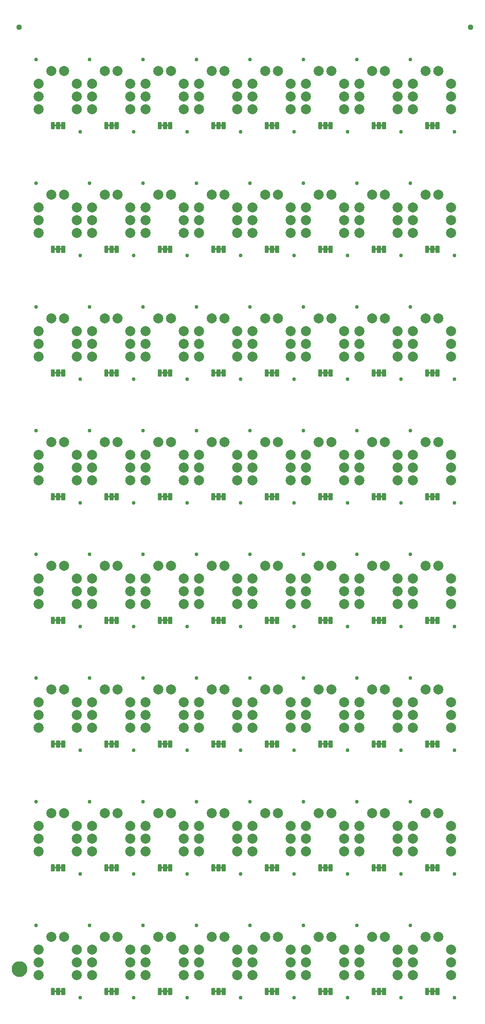
<source format=gbs>
G04 EAGLE Gerber RS-274X export*
G75*
%MOMM*%
%FSLAX34Y34*%
%LPD*%
%INSoldermask Bottom*%
%IPPOS*%
%AMOC8*
5,1,8,0,0,1.08239X$1,22.5*%
G01*
%ADD10C,2.006600*%
%ADD11C,0.762000*%
%ADD12C,0.228344*%
%ADD13C,1.127000*%
%ADD14C,1.270000*%
%ADD15C,1.627000*%

G36*
X367730Y1495437D02*
X367730Y1495437D01*
X367796Y1495439D01*
X367839Y1495457D01*
X367886Y1495465D01*
X367943Y1495499D01*
X368003Y1495524D01*
X368038Y1495555D01*
X368079Y1495580D01*
X368121Y1495631D01*
X368169Y1495675D01*
X368191Y1495717D01*
X368220Y1495754D01*
X368241Y1495816D01*
X368272Y1495875D01*
X368280Y1495929D01*
X368292Y1495966D01*
X368291Y1496006D01*
X368299Y1496060D01*
X368299Y1498600D01*
X368288Y1498665D01*
X368286Y1498731D01*
X368268Y1498774D01*
X368260Y1498821D01*
X368226Y1498878D01*
X368201Y1498938D01*
X368170Y1498973D01*
X368145Y1499014D01*
X368094Y1499056D01*
X368050Y1499104D01*
X368008Y1499126D01*
X367971Y1499155D01*
X367909Y1499176D01*
X367850Y1499207D01*
X367796Y1499215D01*
X367759Y1499227D01*
X367719Y1499226D01*
X367665Y1499234D01*
X363855Y1499234D01*
X363790Y1499223D01*
X363724Y1499221D01*
X363681Y1499203D01*
X363634Y1499195D01*
X363577Y1499161D01*
X363517Y1499136D01*
X363482Y1499105D01*
X363441Y1499080D01*
X363400Y1499029D01*
X363351Y1498985D01*
X363329Y1498943D01*
X363300Y1498906D01*
X363279Y1498844D01*
X363248Y1498785D01*
X363240Y1498731D01*
X363228Y1498694D01*
X363228Y1498691D01*
X363229Y1498654D01*
X363221Y1498600D01*
X363221Y1496060D01*
X363232Y1495995D01*
X363234Y1495929D01*
X363252Y1495886D01*
X363260Y1495839D01*
X363294Y1495782D01*
X363319Y1495722D01*
X363350Y1495687D01*
X363375Y1495646D01*
X363426Y1495605D01*
X363470Y1495556D01*
X363512Y1495534D01*
X363549Y1495505D01*
X363611Y1495484D01*
X363670Y1495453D01*
X363724Y1495445D01*
X363761Y1495433D01*
X363801Y1495434D01*
X363855Y1495426D01*
X367665Y1495426D01*
X367730Y1495437D01*
G37*
G36*
X697930Y1495437D02*
X697930Y1495437D01*
X697996Y1495439D01*
X698039Y1495457D01*
X698086Y1495465D01*
X698143Y1495499D01*
X698203Y1495524D01*
X698238Y1495555D01*
X698279Y1495580D01*
X698321Y1495631D01*
X698369Y1495675D01*
X698391Y1495717D01*
X698420Y1495754D01*
X698441Y1495816D01*
X698472Y1495875D01*
X698480Y1495929D01*
X698492Y1495966D01*
X698491Y1496006D01*
X698499Y1496060D01*
X698499Y1498600D01*
X698488Y1498665D01*
X698486Y1498731D01*
X698468Y1498774D01*
X698460Y1498821D01*
X698426Y1498878D01*
X698401Y1498938D01*
X698370Y1498973D01*
X698345Y1499014D01*
X698294Y1499056D01*
X698250Y1499104D01*
X698208Y1499126D01*
X698171Y1499155D01*
X698109Y1499176D01*
X698050Y1499207D01*
X697996Y1499215D01*
X697959Y1499227D01*
X697919Y1499226D01*
X697865Y1499234D01*
X694055Y1499234D01*
X693990Y1499223D01*
X693924Y1499221D01*
X693881Y1499203D01*
X693834Y1499195D01*
X693777Y1499161D01*
X693717Y1499136D01*
X693682Y1499105D01*
X693641Y1499080D01*
X693600Y1499029D01*
X693551Y1498985D01*
X693529Y1498943D01*
X693500Y1498906D01*
X693479Y1498844D01*
X693448Y1498785D01*
X693440Y1498731D01*
X693428Y1498694D01*
X693428Y1498691D01*
X693429Y1498654D01*
X693421Y1498600D01*
X693421Y1496060D01*
X693432Y1495995D01*
X693434Y1495929D01*
X693452Y1495886D01*
X693460Y1495839D01*
X693494Y1495782D01*
X693519Y1495722D01*
X693550Y1495687D01*
X693575Y1495646D01*
X693626Y1495605D01*
X693670Y1495556D01*
X693712Y1495534D01*
X693749Y1495505D01*
X693811Y1495484D01*
X693870Y1495453D01*
X693924Y1495445D01*
X693961Y1495433D01*
X694001Y1495434D01*
X694055Y1495426D01*
X697865Y1495426D01*
X697930Y1495437D01*
G37*
G36*
X794450Y1495437D02*
X794450Y1495437D01*
X794516Y1495439D01*
X794559Y1495457D01*
X794606Y1495465D01*
X794663Y1495499D01*
X794723Y1495524D01*
X794758Y1495555D01*
X794799Y1495580D01*
X794841Y1495631D01*
X794889Y1495675D01*
X794911Y1495717D01*
X794940Y1495754D01*
X794961Y1495816D01*
X794992Y1495875D01*
X795000Y1495929D01*
X795012Y1495966D01*
X795011Y1496006D01*
X795019Y1496060D01*
X795019Y1498600D01*
X795008Y1498665D01*
X795006Y1498731D01*
X794988Y1498774D01*
X794980Y1498821D01*
X794946Y1498878D01*
X794921Y1498938D01*
X794890Y1498973D01*
X794865Y1499014D01*
X794814Y1499056D01*
X794770Y1499104D01*
X794728Y1499126D01*
X794691Y1499155D01*
X794629Y1499176D01*
X794570Y1499207D01*
X794516Y1499215D01*
X794479Y1499227D01*
X794439Y1499226D01*
X794385Y1499234D01*
X790575Y1499234D01*
X790510Y1499223D01*
X790444Y1499221D01*
X790401Y1499203D01*
X790354Y1499195D01*
X790297Y1499161D01*
X790237Y1499136D01*
X790202Y1499105D01*
X790161Y1499080D01*
X790120Y1499029D01*
X790071Y1498985D01*
X790049Y1498943D01*
X790020Y1498906D01*
X789999Y1498844D01*
X789968Y1498785D01*
X789960Y1498731D01*
X789948Y1498694D01*
X789948Y1498691D01*
X789949Y1498654D01*
X789941Y1498600D01*
X789941Y1496060D01*
X789952Y1495995D01*
X789954Y1495929D01*
X789972Y1495886D01*
X789980Y1495839D01*
X790014Y1495782D01*
X790039Y1495722D01*
X790070Y1495687D01*
X790095Y1495646D01*
X790146Y1495605D01*
X790190Y1495556D01*
X790232Y1495534D01*
X790269Y1495505D01*
X790331Y1495484D01*
X790390Y1495453D01*
X790444Y1495445D01*
X790481Y1495433D01*
X790521Y1495434D01*
X790575Y1495426D01*
X794385Y1495426D01*
X794450Y1495437D01*
G37*
G36*
X591250Y1495437D02*
X591250Y1495437D01*
X591316Y1495439D01*
X591359Y1495457D01*
X591406Y1495465D01*
X591463Y1495499D01*
X591523Y1495524D01*
X591558Y1495555D01*
X591599Y1495580D01*
X591641Y1495631D01*
X591689Y1495675D01*
X591711Y1495717D01*
X591740Y1495754D01*
X591761Y1495816D01*
X591792Y1495875D01*
X591800Y1495929D01*
X591812Y1495966D01*
X591811Y1496006D01*
X591819Y1496060D01*
X591819Y1498600D01*
X591808Y1498665D01*
X591806Y1498731D01*
X591788Y1498774D01*
X591780Y1498821D01*
X591746Y1498878D01*
X591721Y1498938D01*
X591690Y1498973D01*
X591665Y1499014D01*
X591614Y1499056D01*
X591570Y1499104D01*
X591528Y1499126D01*
X591491Y1499155D01*
X591429Y1499176D01*
X591370Y1499207D01*
X591316Y1499215D01*
X591279Y1499227D01*
X591239Y1499226D01*
X591185Y1499234D01*
X587375Y1499234D01*
X587310Y1499223D01*
X587244Y1499221D01*
X587201Y1499203D01*
X587154Y1499195D01*
X587097Y1499161D01*
X587037Y1499136D01*
X587002Y1499105D01*
X586961Y1499080D01*
X586920Y1499029D01*
X586871Y1498985D01*
X586849Y1498943D01*
X586820Y1498906D01*
X586799Y1498844D01*
X586768Y1498785D01*
X586760Y1498731D01*
X586748Y1498694D01*
X586748Y1498691D01*
X586749Y1498654D01*
X586741Y1498600D01*
X586741Y1496060D01*
X586752Y1495995D01*
X586754Y1495929D01*
X586772Y1495886D01*
X586780Y1495839D01*
X586814Y1495782D01*
X586839Y1495722D01*
X586870Y1495687D01*
X586895Y1495646D01*
X586946Y1495605D01*
X586990Y1495556D01*
X587032Y1495534D01*
X587069Y1495505D01*
X587131Y1495484D01*
X587190Y1495453D01*
X587244Y1495445D01*
X587281Y1495433D01*
X587321Y1495434D01*
X587375Y1495426D01*
X591185Y1495426D01*
X591250Y1495437D01*
G37*
G36*
X804610Y1495437D02*
X804610Y1495437D01*
X804676Y1495439D01*
X804719Y1495457D01*
X804766Y1495465D01*
X804823Y1495499D01*
X804883Y1495524D01*
X804918Y1495555D01*
X804959Y1495580D01*
X805001Y1495631D01*
X805049Y1495675D01*
X805071Y1495717D01*
X805100Y1495754D01*
X805121Y1495816D01*
X805152Y1495875D01*
X805160Y1495929D01*
X805172Y1495966D01*
X805171Y1496006D01*
X805179Y1496060D01*
X805179Y1498600D01*
X805168Y1498665D01*
X805166Y1498731D01*
X805148Y1498774D01*
X805140Y1498821D01*
X805106Y1498878D01*
X805081Y1498938D01*
X805050Y1498973D01*
X805025Y1499014D01*
X804974Y1499056D01*
X804930Y1499104D01*
X804888Y1499126D01*
X804851Y1499155D01*
X804789Y1499176D01*
X804730Y1499207D01*
X804676Y1499215D01*
X804639Y1499227D01*
X804599Y1499226D01*
X804545Y1499234D01*
X800735Y1499234D01*
X800670Y1499223D01*
X800604Y1499221D01*
X800561Y1499203D01*
X800514Y1499195D01*
X800457Y1499161D01*
X800397Y1499136D01*
X800362Y1499105D01*
X800321Y1499080D01*
X800280Y1499029D01*
X800231Y1498985D01*
X800209Y1498943D01*
X800180Y1498906D01*
X800159Y1498844D01*
X800128Y1498785D01*
X800120Y1498731D01*
X800108Y1498694D01*
X800108Y1498691D01*
X800109Y1498654D01*
X800101Y1498600D01*
X800101Y1496060D01*
X800112Y1495995D01*
X800114Y1495929D01*
X800132Y1495886D01*
X800140Y1495839D01*
X800174Y1495782D01*
X800199Y1495722D01*
X800230Y1495687D01*
X800255Y1495646D01*
X800306Y1495605D01*
X800350Y1495556D01*
X800392Y1495534D01*
X800429Y1495505D01*
X800491Y1495484D01*
X800550Y1495453D01*
X800604Y1495445D01*
X800641Y1495433D01*
X800681Y1495434D01*
X800735Y1495426D01*
X804545Y1495426D01*
X804610Y1495437D01*
G37*
G36*
X377890Y1495437D02*
X377890Y1495437D01*
X377956Y1495439D01*
X377999Y1495457D01*
X378046Y1495465D01*
X378103Y1495499D01*
X378163Y1495524D01*
X378198Y1495555D01*
X378239Y1495580D01*
X378281Y1495631D01*
X378329Y1495675D01*
X378351Y1495717D01*
X378380Y1495754D01*
X378401Y1495816D01*
X378432Y1495875D01*
X378440Y1495929D01*
X378452Y1495966D01*
X378451Y1496006D01*
X378459Y1496060D01*
X378459Y1498600D01*
X378448Y1498665D01*
X378446Y1498731D01*
X378428Y1498774D01*
X378420Y1498821D01*
X378386Y1498878D01*
X378361Y1498938D01*
X378330Y1498973D01*
X378305Y1499014D01*
X378254Y1499056D01*
X378210Y1499104D01*
X378168Y1499126D01*
X378131Y1499155D01*
X378069Y1499176D01*
X378010Y1499207D01*
X377956Y1499215D01*
X377919Y1499227D01*
X377879Y1499226D01*
X377825Y1499234D01*
X374015Y1499234D01*
X373950Y1499223D01*
X373884Y1499221D01*
X373841Y1499203D01*
X373794Y1499195D01*
X373737Y1499161D01*
X373677Y1499136D01*
X373642Y1499105D01*
X373601Y1499080D01*
X373560Y1499029D01*
X373511Y1498985D01*
X373489Y1498943D01*
X373460Y1498906D01*
X373439Y1498844D01*
X373408Y1498785D01*
X373400Y1498731D01*
X373388Y1498694D01*
X373388Y1498691D01*
X373389Y1498654D01*
X373381Y1498600D01*
X373381Y1496060D01*
X373392Y1495995D01*
X373394Y1495929D01*
X373412Y1495886D01*
X373420Y1495839D01*
X373454Y1495782D01*
X373479Y1495722D01*
X373510Y1495687D01*
X373535Y1495646D01*
X373586Y1495605D01*
X373630Y1495556D01*
X373672Y1495534D01*
X373709Y1495505D01*
X373771Y1495484D01*
X373830Y1495453D01*
X373884Y1495445D01*
X373921Y1495433D01*
X373961Y1495434D01*
X374015Y1495426D01*
X377825Y1495426D01*
X377890Y1495437D01*
G37*
G36*
X164530Y1495437D02*
X164530Y1495437D01*
X164596Y1495439D01*
X164639Y1495457D01*
X164686Y1495465D01*
X164743Y1495499D01*
X164803Y1495524D01*
X164838Y1495555D01*
X164879Y1495580D01*
X164921Y1495631D01*
X164969Y1495675D01*
X164991Y1495717D01*
X165020Y1495754D01*
X165041Y1495816D01*
X165072Y1495875D01*
X165080Y1495929D01*
X165092Y1495966D01*
X165091Y1496006D01*
X165099Y1496060D01*
X165099Y1498600D01*
X165088Y1498665D01*
X165086Y1498731D01*
X165068Y1498774D01*
X165060Y1498821D01*
X165026Y1498878D01*
X165001Y1498938D01*
X164970Y1498973D01*
X164945Y1499014D01*
X164894Y1499056D01*
X164850Y1499104D01*
X164808Y1499126D01*
X164771Y1499155D01*
X164709Y1499176D01*
X164650Y1499207D01*
X164596Y1499215D01*
X164559Y1499227D01*
X164519Y1499226D01*
X164465Y1499234D01*
X160655Y1499234D01*
X160590Y1499223D01*
X160524Y1499221D01*
X160481Y1499203D01*
X160434Y1499195D01*
X160377Y1499161D01*
X160317Y1499136D01*
X160282Y1499105D01*
X160241Y1499080D01*
X160200Y1499029D01*
X160151Y1498985D01*
X160129Y1498943D01*
X160100Y1498906D01*
X160079Y1498844D01*
X160048Y1498785D01*
X160040Y1498731D01*
X160028Y1498694D01*
X160028Y1498691D01*
X160029Y1498654D01*
X160021Y1498600D01*
X160021Y1496060D01*
X160032Y1495995D01*
X160034Y1495929D01*
X160052Y1495886D01*
X160060Y1495839D01*
X160094Y1495782D01*
X160119Y1495722D01*
X160150Y1495687D01*
X160175Y1495646D01*
X160226Y1495605D01*
X160270Y1495556D01*
X160312Y1495534D01*
X160349Y1495505D01*
X160411Y1495484D01*
X160470Y1495453D01*
X160524Y1495445D01*
X160561Y1495433D01*
X160601Y1495434D01*
X160655Y1495426D01*
X164465Y1495426D01*
X164530Y1495437D01*
G37*
G36*
X271210Y1495437D02*
X271210Y1495437D01*
X271276Y1495439D01*
X271319Y1495457D01*
X271366Y1495465D01*
X271423Y1495499D01*
X271483Y1495524D01*
X271518Y1495555D01*
X271559Y1495580D01*
X271601Y1495631D01*
X271649Y1495675D01*
X271671Y1495717D01*
X271700Y1495754D01*
X271721Y1495816D01*
X271752Y1495875D01*
X271760Y1495929D01*
X271772Y1495966D01*
X271771Y1496006D01*
X271779Y1496060D01*
X271779Y1498600D01*
X271768Y1498665D01*
X271766Y1498731D01*
X271748Y1498774D01*
X271740Y1498821D01*
X271706Y1498878D01*
X271681Y1498938D01*
X271650Y1498973D01*
X271625Y1499014D01*
X271574Y1499056D01*
X271530Y1499104D01*
X271488Y1499126D01*
X271451Y1499155D01*
X271389Y1499176D01*
X271330Y1499207D01*
X271276Y1499215D01*
X271239Y1499227D01*
X271199Y1499226D01*
X271145Y1499234D01*
X267335Y1499234D01*
X267270Y1499223D01*
X267204Y1499221D01*
X267161Y1499203D01*
X267114Y1499195D01*
X267057Y1499161D01*
X266997Y1499136D01*
X266962Y1499105D01*
X266921Y1499080D01*
X266880Y1499029D01*
X266831Y1498985D01*
X266809Y1498943D01*
X266780Y1498906D01*
X266759Y1498844D01*
X266728Y1498785D01*
X266720Y1498731D01*
X266708Y1498694D01*
X266708Y1498691D01*
X266709Y1498654D01*
X266701Y1498600D01*
X266701Y1496060D01*
X266712Y1495995D01*
X266714Y1495929D01*
X266732Y1495886D01*
X266740Y1495839D01*
X266774Y1495782D01*
X266799Y1495722D01*
X266830Y1495687D01*
X266855Y1495646D01*
X266906Y1495605D01*
X266950Y1495556D01*
X266992Y1495534D01*
X267029Y1495505D01*
X267091Y1495484D01*
X267150Y1495453D01*
X267204Y1495445D01*
X267241Y1495433D01*
X267281Y1495434D01*
X267335Y1495426D01*
X271145Y1495426D01*
X271210Y1495437D01*
G37*
G36*
X154370Y1495437D02*
X154370Y1495437D01*
X154436Y1495439D01*
X154479Y1495457D01*
X154526Y1495465D01*
X154583Y1495499D01*
X154643Y1495524D01*
X154678Y1495555D01*
X154719Y1495580D01*
X154761Y1495631D01*
X154809Y1495675D01*
X154831Y1495717D01*
X154860Y1495754D01*
X154881Y1495816D01*
X154912Y1495875D01*
X154920Y1495929D01*
X154932Y1495966D01*
X154931Y1496006D01*
X154939Y1496060D01*
X154939Y1498600D01*
X154928Y1498665D01*
X154926Y1498731D01*
X154908Y1498774D01*
X154900Y1498821D01*
X154866Y1498878D01*
X154841Y1498938D01*
X154810Y1498973D01*
X154785Y1499014D01*
X154734Y1499056D01*
X154690Y1499104D01*
X154648Y1499126D01*
X154611Y1499155D01*
X154549Y1499176D01*
X154490Y1499207D01*
X154436Y1499215D01*
X154399Y1499227D01*
X154359Y1499226D01*
X154305Y1499234D01*
X150495Y1499234D01*
X150430Y1499223D01*
X150364Y1499221D01*
X150321Y1499203D01*
X150274Y1499195D01*
X150217Y1499161D01*
X150157Y1499136D01*
X150122Y1499105D01*
X150081Y1499080D01*
X150040Y1499029D01*
X149991Y1498985D01*
X149969Y1498943D01*
X149940Y1498906D01*
X149919Y1498844D01*
X149888Y1498785D01*
X149880Y1498731D01*
X149868Y1498694D01*
X149868Y1498691D01*
X149869Y1498654D01*
X149861Y1498600D01*
X149861Y1496060D01*
X149872Y1495995D01*
X149874Y1495929D01*
X149892Y1495886D01*
X149900Y1495839D01*
X149934Y1495782D01*
X149959Y1495722D01*
X149990Y1495687D01*
X150015Y1495646D01*
X150066Y1495605D01*
X150110Y1495556D01*
X150152Y1495534D01*
X150189Y1495505D01*
X150251Y1495484D01*
X150310Y1495453D01*
X150364Y1495445D01*
X150401Y1495433D01*
X150441Y1495434D01*
X150495Y1495426D01*
X154305Y1495426D01*
X154370Y1495437D01*
G37*
G36*
X57850Y1495437D02*
X57850Y1495437D01*
X57916Y1495439D01*
X57959Y1495457D01*
X58006Y1495465D01*
X58063Y1495499D01*
X58123Y1495524D01*
X58158Y1495555D01*
X58199Y1495580D01*
X58241Y1495631D01*
X58289Y1495675D01*
X58311Y1495717D01*
X58340Y1495754D01*
X58361Y1495816D01*
X58392Y1495875D01*
X58400Y1495929D01*
X58412Y1495966D01*
X58411Y1496006D01*
X58419Y1496060D01*
X58419Y1498600D01*
X58408Y1498665D01*
X58406Y1498731D01*
X58388Y1498774D01*
X58380Y1498821D01*
X58346Y1498878D01*
X58321Y1498938D01*
X58290Y1498973D01*
X58265Y1499014D01*
X58214Y1499056D01*
X58170Y1499104D01*
X58128Y1499126D01*
X58091Y1499155D01*
X58029Y1499176D01*
X57970Y1499207D01*
X57916Y1499215D01*
X57879Y1499227D01*
X57839Y1499226D01*
X57785Y1499234D01*
X53975Y1499234D01*
X53910Y1499223D01*
X53844Y1499221D01*
X53801Y1499203D01*
X53754Y1499195D01*
X53697Y1499161D01*
X53637Y1499136D01*
X53602Y1499105D01*
X53561Y1499080D01*
X53520Y1499029D01*
X53471Y1498985D01*
X53449Y1498943D01*
X53420Y1498906D01*
X53399Y1498844D01*
X53368Y1498785D01*
X53360Y1498731D01*
X53348Y1498694D01*
X53348Y1498691D01*
X53349Y1498654D01*
X53341Y1498600D01*
X53341Y1496060D01*
X53352Y1495995D01*
X53354Y1495929D01*
X53372Y1495886D01*
X53380Y1495839D01*
X53414Y1495782D01*
X53439Y1495722D01*
X53470Y1495687D01*
X53495Y1495646D01*
X53546Y1495605D01*
X53590Y1495556D01*
X53632Y1495534D01*
X53669Y1495505D01*
X53731Y1495484D01*
X53790Y1495453D01*
X53844Y1495445D01*
X53881Y1495433D01*
X53921Y1495434D01*
X53975Y1495426D01*
X57785Y1495426D01*
X57850Y1495437D01*
G37*
G36*
X47690Y1495437D02*
X47690Y1495437D01*
X47756Y1495439D01*
X47799Y1495457D01*
X47846Y1495465D01*
X47903Y1495499D01*
X47963Y1495524D01*
X47998Y1495555D01*
X48039Y1495580D01*
X48081Y1495631D01*
X48129Y1495675D01*
X48151Y1495717D01*
X48180Y1495754D01*
X48201Y1495816D01*
X48232Y1495875D01*
X48240Y1495929D01*
X48252Y1495966D01*
X48251Y1496006D01*
X48259Y1496060D01*
X48259Y1498600D01*
X48248Y1498665D01*
X48246Y1498731D01*
X48228Y1498774D01*
X48220Y1498821D01*
X48186Y1498878D01*
X48161Y1498938D01*
X48130Y1498973D01*
X48105Y1499014D01*
X48054Y1499056D01*
X48010Y1499104D01*
X47968Y1499126D01*
X47931Y1499155D01*
X47869Y1499176D01*
X47810Y1499207D01*
X47756Y1499215D01*
X47719Y1499227D01*
X47679Y1499226D01*
X47625Y1499234D01*
X43815Y1499234D01*
X43750Y1499223D01*
X43684Y1499221D01*
X43641Y1499203D01*
X43594Y1499195D01*
X43537Y1499161D01*
X43477Y1499136D01*
X43442Y1499105D01*
X43401Y1499080D01*
X43360Y1499029D01*
X43311Y1498985D01*
X43289Y1498943D01*
X43260Y1498906D01*
X43239Y1498844D01*
X43208Y1498785D01*
X43200Y1498731D01*
X43188Y1498694D01*
X43188Y1498691D01*
X43189Y1498654D01*
X43181Y1498600D01*
X43181Y1496060D01*
X43192Y1495995D01*
X43194Y1495929D01*
X43212Y1495886D01*
X43220Y1495839D01*
X43254Y1495782D01*
X43279Y1495722D01*
X43310Y1495687D01*
X43335Y1495646D01*
X43386Y1495605D01*
X43430Y1495556D01*
X43472Y1495534D01*
X43509Y1495505D01*
X43571Y1495484D01*
X43630Y1495453D01*
X43684Y1495445D01*
X43721Y1495433D01*
X43761Y1495434D01*
X43815Y1495426D01*
X47625Y1495426D01*
X47690Y1495437D01*
G37*
G36*
X474410Y1495437D02*
X474410Y1495437D01*
X474476Y1495439D01*
X474519Y1495457D01*
X474566Y1495465D01*
X474623Y1495499D01*
X474683Y1495524D01*
X474718Y1495555D01*
X474759Y1495580D01*
X474801Y1495631D01*
X474849Y1495675D01*
X474871Y1495717D01*
X474900Y1495754D01*
X474921Y1495816D01*
X474952Y1495875D01*
X474960Y1495929D01*
X474972Y1495966D01*
X474971Y1496006D01*
X474979Y1496060D01*
X474979Y1498600D01*
X474968Y1498665D01*
X474966Y1498731D01*
X474948Y1498774D01*
X474940Y1498821D01*
X474906Y1498878D01*
X474881Y1498938D01*
X474850Y1498973D01*
X474825Y1499014D01*
X474774Y1499056D01*
X474730Y1499104D01*
X474688Y1499126D01*
X474651Y1499155D01*
X474589Y1499176D01*
X474530Y1499207D01*
X474476Y1499215D01*
X474439Y1499227D01*
X474399Y1499226D01*
X474345Y1499234D01*
X470535Y1499234D01*
X470470Y1499223D01*
X470404Y1499221D01*
X470361Y1499203D01*
X470314Y1499195D01*
X470257Y1499161D01*
X470197Y1499136D01*
X470162Y1499105D01*
X470121Y1499080D01*
X470080Y1499029D01*
X470031Y1498985D01*
X470009Y1498943D01*
X469980Y1498906D01*
X469959Y1498844D01*
X469928Y1498785D01*
X469920Y1498731D01*
X469908Y1498694D01*
X469908Y1498691D01*
X469909Y1498654D01*
X469901Y1498600D01*
X469901Y1496060D01*
X469912Y1495995D01*
X469914Y1495929D01*
X469932Y1495886D01*
X469940Y1495839D01*
X469974Y1495782D01*
X469999Y1495722D01*
X470030Y1495687D01*
X470055Y1495646D01*
X470106Y1495605D01*
X470150Y1495556D01*
X470192Y1495534D01*
X470229Y1495505D01*
X470291Y1495484D01*
X470350Y1495453D01*
X470404Y1495445D01*
X470441Y1495433D01*
X470481Y1495434D01*
X470535Y1495426D01*
X474345Y1495426D01*
X474410Y1495437D01*
G37*
G36*
X261050Y1495437D02*
X261050Y1495437D01*
X261116Y1495439D01*
X261159Y1495457D01*
X261206Y1495465D01*
X261263Y1495499D01*
X261323Y1495524D01*
X261358Y1495555D01*
X261399Y1495580D01*
X261441Y1495631D01*
X261489Y1495675D01*
X261511Y1495717D01*
X261540Y1495754D01*
X261561Y1495816D01*
X261592Y1495875D01*
X261600Y1495929D01*
X261612Y1495966D01*
X261611Y1496006D01*
X261619Y1496060D01*
X261619Y1498600D01*
X261608Y1498665D01*
X261606Y1498731D01*
X261588Y1498774D01*
X261580Y1498821D01*
X261546Y1498878D01*
X261521Y1498938D01*
X261490Y1498973D01*
X261465Y1499014D01*
X261414Y1499056D01*
X261370Y1499104D01*
X261328Y1499126D01*
X261291Y1499155D01*
X261229Y1499176D01*
X261170Y1499207D01*
X261116Y1499215D01*
X261079Y1499227D01*
X261039Y1499226D01*
X260985Y1499234D01*
X257175Y1499234D01*
X257110Y1499223D01*
X257044Y1499221D01*
X257001Y1499203D01*
X256954Y1499195D01*
X256897Y1499161D01*
X256837Y1499136D01*
X256802Y1499105D01*
X256761Y1499080D01*
X256720Y1499029D01*
X256671Y1498985D01*
X256649Y1498943D01*
X256620Y1498906D01*
X256599Y1498844D01*
X256568Y1498785D01*
X256560Y1498731D01*
X256548Y1498694D01*
X256548Y1498691D01*
X256549Y1498654D01*
X256541Y1498600D01*
X256541Y1496060D01*
X256552Y1495995D01*
X256554Y1495929D01*
X256572Y1495886D01*
X256580Y1495839D01*
X256614Y1495782D01*
X256639Y1495722D01*
X256670Y1495687D01*
X256695Y1495646D01*
X256746Y1495605D01*
X256790Y1495556D01*
X256832Y1495534D01*
X256869Y1495505D01*
X256931Y1495484D01*
X256990Y1495453D01*
X257044Y1495445D01*
X257081Y1495433D01*
X257121Y1495434D01*
X257175Y1495426D01*
X260985Y1495426D01*
X261050Y1495437D01*
G37*
G36*
X484570Y1495437D02*
X484570Y1495437D01*
X484636Y1495439D01*
X484679Y1495457D01*
X484726Y1495465D01*
X484783Y1495499D01*
X484843Y1495524D01*
X484878Y1495555D01*
X484919Y1495580D01*
X484961Y1495631D01*
X485009Y1495675D01*
X485031Y1495717D01*
X485060Y1495754D01*
X485081Y1495816D01*
X485112Y1495875D01*
X485120Y1495929D01*
X485132Y1495966D01*
X485131Y1496006D01*
X485139Y1496060D01*
X485139Y1498600D01*
X485128Y1498665D01*
X485126Y1498731D01*
X485108Y1498774D01*
X485100Y1498821D01*
X485066Y1498878D01*
X485041Y1498938D01*
X485010Y1498973D01*
X484985Y1499014D01*
X484934Y1499056D01*
X484890Y1499104D01*
X484848Y1499126D01*
X484811Y1499155D01*
X484749Y1499176D01*
X484690Y1499207D01*
X484636Y1499215D01*
X484599Y1499227D01*
X484559Y1499226D01*
X484505Y1499234D01*
X480695Y1499234D01*
X480630Y1499223D01*
X480564Y1499221D01*
X480521Y1499203D01*
X480474Y1499195D01*
X480417Y1499161D01*
X480357Y1499136D01*
X480322Y1499105D01*
X480281Y1499080D01*
X480240Y1499029D01*
X480191Y1498985D01*
X480169Y1498943D01*
X480140Y1498906D01*
X480119Y1498844D01*
X480088Y1498785D01*
X480080Y1498731D01*
X480068Y1498694D01*
X480068Y1498691D01*
X480069Y1498654D01*
X480061Y1498600D01*
X480061Y1496060D01*
X480072Y1495995D01*
X480074Y1495929D01*
X480092Y1495886D01*
X480100Y1495839D01*
X480134Y1495782D01*
X480159Y1495722D01*
X480190Y1495687D01*
X480215Y1495646D01*
X480266Y1495605D01*
X480310Y1495556D01*
X480352Y1495534D01*
X480389Y1495505D01*
X480451Y1495484D01*
X480510Y1495453D01*
X480564Y1495445D01*
X480601Y1495433D01*
X480641Y1495434D01*
X480695Y1495426D01*
X484505Y1495426D01*
X484570Y1495437D01*
G37*
G36*
X687770Y1495437D02*
X687770Y1495437D01*
X687836Y1495439D01*
X687879Y1495457D01*
X687926Y1495465D01*
X687983Y1495499D01*
X688043Y1495524D01*
X688078Y1495555D01*
X688119Y1495580D01*
X688161Y1495631D01*
X688209Y1495675D01*
X688231Y1495717D01*
X688260Y1495754D01*
X688281Y1495816D01*
X688312Y1495875D01*
X688320Y1495929D01*
X688332Y1495966D01*
X688331Y1496006D01*
X688339Y1496060D01*
X688339Y1498600D01*
X688328Y1498665D01*
X688326Y1498731D01*
X688308Y1498774D01*
X688300Y1498821D01*
X688266Y1498878D01*
X688241Y1498938D01*
X688210Y1498973D01*
X688185Y1499014D01*
X688134Y1499056D01*
X688090Y1499104D01*
X688048Y1499126D01*
X688011Y1499155D01*
X687949Y1499176D01*
X687890Y1499207D01*
X687836Y1499215D01*
X687799Y1499227D01*
X687759Y1499226D01*
X687705Y1499234D01*
X683895Y1499234D01*
X683830Y1499223D01*
X683764Y1499221D01*
X683721Y1499203D01*
X683674Y1499195D01*
X683617Y1499161D01*
X683557Y1499136D01*
X683522Y1499105D01*
X683481Y1499080D01*
X683440Y1499029D01*
X683391Y1498985D01*
X683369Y1498943D01*
X683340Y1498906D01*
X683319Y1498844D01*
X683288Y1498785D01*
X683280Y1498731D01*
X683268Y1498694D01*
X683268Y1498691D01*
X683269Y1498654D01*
X683261Y1498600D01*
X683261Y1496060D01*
X683272Y1495995D01*
X683274Y1495929D01*
X683292Y1495886D01*
X683300Y1495839D01*
X683334Y1495782D01*
X683359Y1495722D01*
X683390Y1495687D01*
X683415Y1495646D01*
X683466Y1495605D01*
X683510Y1495556D01*
X683552Y1495534D01*
X683589Y1495505D01*
X683651Y1495484D01*
X683710Y1495453D01*
X683764Y1495445D01*
X683801Y1495433D01*
X683841Y1495434D01*
X683895Y1495426D01*
X687705Y1495426D01*
X687770Y1495437D01*
G37*
G36*
X581090Y1495437D02*
X581090Y1495437D01*
X581156Y1495439D01*
X581199Y1495457D01*
X581246Y1495465D01*
X581303Y1495499D01*
X581363Y1495524D01*
X581398Y1495555D01*
X581439Y1495580D01*
X581481Y1495631D01*
X581529Y1495675D01*
X581551Y1495717D01*
X581580Y1495754D01*
X581601Y1495816D01*
X581632Y1495875D01*
X581640Y1495929D01*
X581652Y1495966D01*
X581651Y1496006D01*
X581659Y1496060D01*
X581659Y1498600D01*
X581648Y1498665D01*
X581646Y1498731D01*
X581628Y1498774D01*
X581620Y1498821D01*
X581586Y1498878D01*
X581561Y1498938D01*
X581530Y1498973D01*
X581505Y1499014D01*
X581454Y1499056D01*
X581410Y1499104D01*
X581368Y1499126D01*
X581331Y1499155D01*
X581269Y1499176D01*
X581210Y1499207D01*
X581156Y1499215D01*
X581119Y1499227D01*
X581079Y1499226D01*
X581025Y1499234D01*
X577215Y1499234D01*
X577150Y1499223D01*
X577084Y1499221D01*
X577041Y1499203D01*
X576994Y1499195D01*
X576937Y1499161D01*
X576877Y1499136D01*
X576842Y1499105D01*
X576801Y1499080D01*
X576760Y1499029D01*
X576711Y1498985D01*
X576689Y1498943D01*
X576660Y1498906D01*
X576639Y1498844D01*
X576608Y1498785D01*
X576600Y1498731D01*
X576588Y1498694D01*
X576588Y1498691D01*
X576589Y1498654D01*
X576581Y1498600D01*
X576581Y1496060D01*
X576592Y1495995D01*
X576594Y1495929D01*
X576612Y1495886D01*
X576620Y1495839D01*
X576654Y1495782D01*
X576679Y1495722D01*
X576710Y1495687D01*
X576735Y1495646D01*
X576786Y1495605D01*
X576830Y1495556D01*
X576872Y1495534D01*
X576909Y1495505D01*
X576971Y1495484D01*
X577030Y1495453D01*
X577084Y1495445D01*
X577121Y1495433D01*
X577161Y1495434D01*
X577215Y1495426D01*
X581025Y1495426D01*
X581090Y1495437D01*
G37*
G36*
X697930Y1741817D02*
X697930Y1741817D01*
X697996Y1741819D01*
X698039Y1741837D01*
X698086Y1741845D01*
X698143Y1741879D01*
X698203Y1741904D01*
X698238Y1741935D01*
X698279Y1741960D01*
X698321Y1742011D01*
X698369Y1742055D01*
X698391Y1742097D01*
X698420Y1742134D01*
X698441Y1742196D01*
X698472Y1742255D01*
X698480Y1742309D01*
X698492Y1742346D01*
X698491Y1742386D01*
X698499Y1742440D01*
X698499Y1744980D01*
X698488Y1745045D01*
X698486Y1745111D01*
X698468Y1745154D01*
X698460Y1745201D01*
X698426Y1745258D01*
X698401Y1745318D01*
X698370Y1745353D01*
X698345Y1745394D01*
X698294Y1745436D01*
X698250Y1745484D01*
X698208Y1745506D01*
X698171Y1745535D01*
X698109Y1745556D01*
X698050Y1745587D01*
X697996Y1745595D01*
X697959Y1745607D01*
X697919Y1745606D01*
X697865Y1745614D01*
X694055Y1745614D01*
X693990Y1745603D01*
X693924Y1745601D01*
X693881Y1745583D01*
X693834Y1745575D01*
X693777Y1745541D01*
X693717Y1745516D01*
X693682Y1745485D01*
X693641Y1745460D01*
X693600Y1745409D01*
X693551Y1745365D01*
X693529Y1745323D01*
X693500Y1745286D01*
X693479Y1745224D01*
X693448Y1745165D01*
X693440Y1745111D01*
X693428Y1745074D01*
X693428Y1745071D01*
X693429Y1745034D01*
X693421Y1744980D01*
X693421Y1742440D01*
X693432Y1742375D01*
X693434Y1742309D01*
X693452Y1742266D01*
X693460Y1742219D01*
X693494Y1742162D01*
X693519Y1742102D01*
X693550Y1742067D01*
X693575Y1742026D01*
X693626Y1741985D01*
X693670Y1741936D01*
X693712Y1741914D01*
X693749Y1741885D01*
X693811Y1741864D01*
X693870Y1741833D01*
X693924Y1741825D01*
X693961Y1741813D01*
X694001Y1741814D01*
X694055Y1741806D01*
X697865Y1741806D01*
X697930Y1741817D01*
G37*
G36*
X687770Y1741817D02*
X687770Y1741817D01*
X687836Y1741819D01*
X687879Y1741837D01*
X687926Y1741845D01*
X687983Y1741879D01*
X688043Y1741904D01*
X688078Y1741935D01*
X688119Y1741960D01*
X688161Y1742011D01*
X688209Y1742055D01*
X688231Y1742097D01*
X688260Y1742134D01*
X688281Y1742196D01*
X688312Y1742255D01*
X688320Y1742309D01*
X688332Y1742346D01*
X688331Y1742386D01*
X688339Y1742440D01*
X688339Y1744980D01*
X688328Y1745045D01*
X688326Y1745111D01*
X688308Y1745154D01*
X688300Y1745201D01*
X688266Y1745258D01*
X688241Y1745318D01*
X688210Y1745353D01*
X688185Y1745394D01*
X688134Y1745436D01*
X688090Y1745484D01*
X688048Y1745506D01*
X688011Y1745535D01*
X687949Y1745556D01*
X687890Y1745587D01*
X687836Y1745595D01*
X687799Y1745607D01*
X687759Y1745606D01*
X687705Y1745614D01*
X683895Y1745614D01*
X683830Y1745603D01*
X683764Y1745601D01*
X683721Y1745583D01*
X683674Y1745575D01*
X683617Y1745541D01*
X683557Y1745516D01*
X683522Y1745485D01*
X683481Y1745460D01*
X683440Y1745409D01*
X683391Y1745365D01*
X683369Y1745323D01*
X683340Y1745286D01*
X683319Y1745224D01*
X683288Y1745165D01*
X683280Y1745111D01*
X683268Y1745074D01*
X683268Y1745071D01*
X683269Y1745034D01*
X683261Y1744980D01*
X683261Y1742440D01*
X683272Y1742375D01*
X683274Y1742309D01*
X683292Y1742266D01*
X683300Y1742219D01*
X683334Y1742162D01*
X683359Y1742102D01*
X683390Y1742067D01*
X683415Y1742026D01*
X683466Y1741985D01*
X683510Y1741936D01*
X683552Y1741914D01*
X683589Y1741885D01*
X683651Y1741864D01*
X683710Y1741833D01*
X683764Y1741825D01*
X683801Y1741813D01*
X683841Y1741814D01*
X683895Y1741806D01*
X687705Y1741806D01*
X687770Y1741817D01*
G37*
G36*
X261050Y1741817D02*
X261050Y1741817D01*
X261116Y1741819D01*
X261159Y1741837D01*
X261206Y1741845D01*
X261263Y1741879D01*
X261323Y1741904D01*
X261358Y1741935D01*
X261399Y1741960D01*
X261441Y1742011D01*
X261489Y1742055D01*
X261511Y1742097D01*
X261540Y1742134D01*
X261561Y1742196D01*
X261592Y1742255D01*
X261600Y1742309D01*
X261612Y1742346D01*
X261611Y1742386D01*
X261619Y1742440D01*
X261619Y1744980D01*
X261608Y1745045D01*
X261606Y1745111D01*
X261588Y1745154D01*
X261580Y1745201D01*
X261546Y1745258D01*
X261521Y1745318D01*
X261490Y1745353D01*
X261465Y1745394D01*
X261414Y1745436D01*
X261370Y1745484D01*
X261328Y1745506D01*
X261291Y1745535D01*
X261229Y1745556D01*
X261170Y1745587D01*
X261116Y1745595D01*
X261079Y1745607D01*
X261039Y1745606D01*
X260985Y1745614D01*
X257175Y1745614D01*
X257110Y1745603D01*
X257044Y1745601D01*
X257001Y1745583D01*
X256954Y1745575D01*
X256897Y1745541D01*
X256837Y1745516D01*
X256802Y1745485D01*
X256761Y1745460D01*
X256720Y1745409D01*
X256671Y1745365D01*
X256649Y1745323D01*
X256620Y1745286D01*
X256599Y1745224D01*
X256568Y1745165D01*
X256560Y1745111D01*
X256548Y1745074D01*
X256548Y1745071D01*
X256549Y1745034D01*
X256541Y1744980D01*
X256541Y1742440D01*
X256552Y1742375D01*
X256554Y1742309D01*
X256572Y1742266D01*
X256580Y1742219D01*
X256614Y1742162D01*
X256639Y1742102D01*
X256670Y1742067D01*
X256695Y1742026D01*
X256746Y1741985D01*
X256790Y1741936D01*
X256832Y1741914D01*
X256869Y1741885D01*
X256931Y1741864D01*
X256990Y1741833D01*
X257044Y1741825D01*
X257081Y1741813D01*
X257121Y1741814D01*
X257175Y1741806D01*
X260985Y1741806D01*
X261050Y1741817D01*
G37*
G36*
X581090Y1741817D02*
X581090Y1741817D01*
X581156Y1741819D01*
X581199Y1741837D01*
X581246Y1741845D01*
X581303Y1741879D01*
X581363Y1741904D01*
X581398Y1741935D01*
X581439Y1741960D01*
X581481Y1742011D01*
X581529Y1742055D01*
X581551Y1742097D01*
X581580Y1742134D01*
X581601Y1742196D01*
X581632Y1742255D01*
X581640Y1742309D01*
X581652Y1742346D01*
X581651Y1742386D01*
X581659Y1742440D01*
X581659Y1744980D01*
X581648Y1745045D01*
X581646Y1745111D01*
X581628Y1745154D01*
X581620Y1745201D01*
X581586Y1745258D01*
X581561Y1745318D01*
X581530Y1745353D01*
X581505Y1745394D01*
X581454Y1745436D01*
X581410Y1745484D01*
X581368Y1745506D01*
X581331Y1745535D01*
X581269Y1745556D01*
X581210Y1745587D01*
X581156Y1745595D01*
X581119Y1745607D01*
X581079Y1745606D01*
X581025Y1745614D01*
X577215Y1745614D01*
X577150Y1745603D01*
X577084Y1745601D01*
X577041Y1745583D01*
X576994Y1745575D01*
X576937Y1745541D01*
X576877Y1745516D01*
X576842Y1745485D01*
X576801Y1745460D01*
X576760Y1745409D01*
X576711Y1745365D01*
X576689Y1745323D01*
X576660Y1745286D01*
X576639Y1745224D01*
X576608Y1745165D01*
X576600Y1745111D01*
X576588Y1745074D01*
X576588Y1745071D01*
X576589Y1745034D01*
X576581Y1744980D01*
X576581Y1742440D01*
X576592Y1742375D01*
X576594Y1742309D01*
X576612Y1742266D01*
X576620Y1742219D01*
X576654Y1742162D01*
X576679Y1742102D01*
X576710Y1742067D01*
X576735Y1742026D01*
X576786Y1741985D01*
X576830Y1741936D01*
X576872Y1741914D01*
X576909Y1741885D01*
X576971Y1741864D01*
X577030Y1741833D01*
X577084Y1741825D01*
X577121Y1741813D01*
X577161Y1741814D01*
X577215Y1741806D01*
X581025Y1741806D01*
X581090Y1741817D01*
G37*
G36*
X367730Y1741817D02*
X367730Y1741817D01*
X367796Y1741819D01*
X367839Y1741837D01*
X367886Y1741845D01*
X367943Y1741879D01*
X368003Y1741904D01*
X368038Y1741935D01*
X368079Y1741960D01*
X368121Y1742011D01*
X368169Y1742055D01*
X368191Y1742097D01*
X368220Y1742134D01*
X368241Y1742196D01*
X368272Y1742255D01*
X368280Y1742309D01*
X368292Y1742346D01*
X368291Y1742386D01*
X368299Y1742440D01*
X368299Y1744980D01*
X368288Y1745045D01*
X368286Y1745111D01*
X368268Y1745154D01*
X368260Y1745201D01*
X368226Y1745258D01*
X368201Y1745318D01*
X368170Y1745353D01*
X368145Y1745394D01*
X368094Y1745436D01*
X368050Y1745484D01*
X368008Y1745506D01*
X367971Y1745535D01*
X367909Y1745556D01*
X367850Y1745587D01*
X367796Y1745595D01*
X367759Y1745607D01*
X367719Y1745606D01*
X367665Y1745614D01*
X363855Y1745614D01*
X363790Y1745603D01*
X363724Y1745601D01*
X363681Y1745583D01*
X363634Y1745575D01*
X363577Y1745541D01*
X363517Y1745516D01*
X363482Y1745485D01*
X363441Y1745460D01*
X363400Y1745409D01*
X363351Y1745365D01*
X363329Y1745323D01*
X363300Y1745286D01*
X363279Y1745224D01*
X363248Y1745165D01*
X363240Y1745111D01*
X363228Y1745074D01*
X363228Y1745071D01*
X363229Y1745034D01*
X363221Y1744980D01*
X363221Y1742440D01*
X363232Y1742375D01*
X363234Y1742309D01*
X363252Y1742266D01*
X363260Y1742219D01*
X363294Y1742162D01*
X363319Y1742102D01*
X363350Y1742067D01*
X363375Y1742026D01*
X363426Y1741985D01*
X363470Y1741936D01*
X363512Y1741914D01*
X363549Y1741885D01*
X363611Y1741864D01*
X363670Y1741833D01*
X363724Y1741825D01*
X363761Y1741813D01*
X363801Y1741814D01*
X363855Y1741806D01*
X367665Y1741806D01*
X367730Y1741817D01*
G37*
G36*
X474410Y1741817D02*
X474410Y1741817D01*
X474476Y1741819D01*
X474519Y1741837D01*
X474566Y1741845D01*
X474623Y1741879D01*
X474683Y1741904D01*
X474718Y1741935D01*
X474759Y1741960D01*
X474801Y1742011D01*
X474849Y1742055D01*
X474871Y1742097D01*
X474900Y1742134D01*
X474921Y1742196D01*
X474952Y1742255D01*
X474960Y1742309D01*
X474972Y1742346D01*
X474971Y1742386D01*
X474979Y1742440D01*
X474979Y1744980D01*
X474968Y1745045D01*
X474966Y1745111D01*
X474948Y1745154D01*
X474940Y1745201D01*
X474906Y1745258D01*
X474881Y1745318D01*
X474850Y1745353D01*
X474825Y1745394D01*
X474774Y1745436D01*
X474730Y1745484D01*
X474688Y1745506D01*
X474651Y1745535D01*
X474589Y1745556D01*
X474530Y1745587D01*
X474476Y1745595D01*
X474439Y1745607D01*
X474399Y1745606D01*
X474345Y1745614D01*
X470535Y1745614D01*
X470470Y1745603D01*
X470404Y1745601D01*
X470361Y1745583D01*
X470314Y1745575D01*
X470257Y1745541D01*
X470197Y1745516D01*
X470162Y1745485D01*
X470121Y1745460D01*
X470080Y1745409D01*
X470031Y1745365D01*
X470009Y1745323D01*
X469980Y1745286D01*
X469959Y1745224D01*
X469928Y1745165D01*
X469920Y1745111D01*
X469908Y1745074D01*
X469908Y1745071D01*
X469909Y1745034D01*
X469901Y1744980D01*
X469901Y1742440D01*
X469912Y1742375D01*
X469914Y1742309D01*
X469932Y1742266D01*
X469940Y1742219D01*
X469974Y1742162D01*
X469999Y1742102D01*
X470030Y1742067D01*
X470055Y1742026D01*
X470106Y1741985D01*
X470150Y1741936D01*
X470192Y1741914D01*
X470229Y1741885D01*
X470291Y1741864D01*
X470350Y1741833D01*
X470404Y1741825D01*
X470441Y1741813D01*
X470481Y1741814D01*
X470535Y1741806D01*
X474345Y1741806D01*
X474410Y1741817D01*
G37*
G36*
X57850Y1741817D02*
X57850Y1741817D01*
X57916Y1741819D01*
X57959Y1741837D01*
X58006Y1741845D01*
X58063Y1741879D01*
X58123Y1741904D01*
X58158Y1741935D01*
X58199Y1741960D01*
X58241Y1742011D01*
X58289Y1742055D01*
X58311Y1742097D01*
X58340Y1742134D01*
X58361Y1742196D01*
X58392Y1742255D01*
X58400Y1742309D01*
X58412Y1742346D01*
X58411Y1742386D01*
X58419Y1742440D01*
X58419Y1744980D01*
X58408Y1745045D01*
X58406Y1745111D01*
X58388Y1745154D01*
X58380Y1745201D01*
X58346Y1745258D01*
X58321Y1745318D01*
X58290Y1745353D01*
X58265Y1745394D01*
X58214Y1745436D01*
X58170Y1745484D01*
X58128Y1745506D01*
X58091Y1745535D01*
X58029Y1745556D01*
X57970Y1745587D01*
X57916Y1745595D01*
X57879Y1745607D01*
X57839Y1745606D01*
X57785Y1745614D01*
X53975Y1745614D01*
X53910Y1745603D01*
X53844Y1745601D01*
X53801Y1745583D01*
X53754Y1745575D01*
X53697Y1745541D01*
X53637Y1745516D01*
X53602Y1745485D01*
X53561Y1745460D01*
X53520Y1745409D01*
X53471Y1745365D01*
X53449Y1745323D01*
X53420Y1745286D01*
X53399Y1745224D01*
X53368Y1745165D01*
X53360Y1745111D01*
X53348Y1745074D01*
X53348Y1745071D01*
X53349Y1745034D01*
X53341Y1744980D01*
X53341Y1742440D01*
X53352Y1742375D01*
X53354Y1742309D01*
X53372Y1742266D01*
X53380Y1742219D01*
X53414Y1742162D01*
X53439Y1742102D01*
X53470Y1742067D01*
X53495Y1742026D01*
X53546Y1741985D01*
X53590Y1741936D01*
X53632Y1741914D01*
X53669Y1741885D01*
X53731Y1741864D01*
X53790Y1741833D01*
X53844Y1741825D01*
X53881Y1741813D01*
X53921Y1741814D01*
X53975Y1741806D01*
X57785Y1741806D01*
X57850Y1741817D01*
G37*
G36*
X804610Y1741817D02*
X804610Y1741817D01*
X804676Y1741819D01*
X804719Y1741837D01*
X804766Y1741845D01*
X804823Y1741879D01*
X804883Y1741904D01*
X804918Y1741935D01*
X804959Y1741960D01*
X805001Y1742011D01*
X805049Y1742055D01*
X805071Y1742097D01*
X805100Y1742134D01*
X805121Y1742196D01*
X805152Y1742255D01*
X805160Y1742309D01*
X805172Y1742346D01*
X805171Y1742386D01*
X805179Y1742440D01*
X805179Y1744980D01*
X805168Y1745045D01*
X805166Y1745111D01*
X805148Y1745154D01*
X805140Y1745201D01*
X805106Y1745258D01*
X805081Y1745318D01*
X805050Y1745353D01*
X805025Y1745394D01*
X804974Y1745436D01*
X804930Y1745484D01*
X804888Y1745506D01*
X804851Y1745535D01*
X804789Y1745556D01*
X804730Y1745587D01*
X804676Y1745595D01*
X804639Y1745607D01*
X804599Y1745606D01*
X804545Y1745614D01*
X800735Y1745614D01*
X800670Y1745603D01*
X800604Y1745601D01*
X800561Y1745583D01*
X800514Y1745575D01*
X800457Y1745541D01*
X800397Y1745516D01*
X800362Y1745485D01*
X800321Y1745460D01*
X800280Y1745409D01*
X800231Y1745365D01*
X800209Y1745323D01*
X800180Y1745286D01*
X800159Y1745224D01*
X800128Y1745165D01*
X800120Y1745111D01*
X800108Y1745074D01*
X800108Y1745071D01*
X800109Y1745034D01*
X800101Y1744980D01*
X800101Y1742440D01*
X800112Y1742375D01*
X800114Y1742309D01*
X800132Y1742266D01*
X800140Y1742219D01*
X800174Y1742162D01*
X800199Y1742102D01*
X800230Y1742067D01*
X800255Y1742026D01*
X800306Y1741985D01*
X800350Y1741936D01*
X800392Y1741914D01*
X800429Y1741885D01*
X800491Y1741864D01*
X800550Y1741833D01*
X800604Y1741825D01*
X800641Y1741813D01*
X800681Y1741814D01*
X800735Y1741806D01*
X804545Y1741806D01*
X804610Y1741817D01*
G37*
G36*
X271210Y1741817D02*
X271210Y1741817D01*
X271276Y1741819D01*
X271319Y1741837D01*
X271366Y1741845D01*
X271423Y1741879D01*
X271483Y1741904D01*
X271518Y1741935D01*
X271559Y1741960D01*
X271601Y1742011D01*
X271649Y1742055D01*
X271671Y1742097D01*
X271700Y1742134D01*
X271721Y1742196D01*
X271752Y1742255D01*
X271760Y1742309D01*
X271772Y1742346D01*
X271771Y1742386D01*
X271779Y1742440D01*
X271779Y1744980D01*
X271768Y1745045D01*
X271766Y1745111D01*
X271748Y1745154D01*
X271740Y1745201D01*
X271706Y1745258D01*
X271681Y1745318D01*
X271650Y1745353D01*
X271625Y1745394D01*
X271574Y1745436D01*
X271530Y1745484D01*
X271488Y1745506D01*
X271451Y1745535D01*
X271389Y1745556D01*
X271330Y1745587D01*
X271276Y1745595D01*
X271239Y1745607D01*
X271199Y1745606D01*
X271145Y1745614D01*
X267335Y1745614D01*
X267270Y1745603D01*
X267204Y1745601D01*
X267161Y1745583D01*
X267114Y1745575D01*
X267057Y1745541D01*
X266997Y1745516D01*
X266962Y1745485D01*
X266921Y1745460D01*
X266880Y1745409D01*
X266831Y1745365D01*
X266809Y1745323D01*
X266780Y1745286D01*
X266759Y1745224D01*
X266728Y1745165D01*
X266720Y1745111D01*
X266708Y1745074D01*
X266708Y1745071D01*
X266709Y1745034D01*
X266701Y1744980D01*
X266701Y1742440D01*
X266712Y1742375D01*
X266714Y1742309D01*
X266732Y1742266D01*
X266740Y1742219D01*
X266774Y1742162D01*
X266799Y1742102D01*
X266830Y1742067D01*
X266855Y1742026D01*
X266906Y1741985D01*
X266950Y1741936D01*
X266992Y1741914D01*
X267029Y1741885D01*
X267091Y1741864D01*
X267150Y1741833D01*
X267204Y1741825D01*
X267241Y1741813D01*
X267281Y1741814D01*
X267335Y1741806D01*
X271145Y1741806D01*
X271210Y1741817D01*
G37*
G36*
X591250Y1741817D02*
X591250Y1741817D01*
X591316Y1741819D01*
X591359Y1741837D01*
X591406Y1741845D01*
X591463Y1741879D01*
X591523Y1741904D01*
X591558Y1741935D01*
X591599Y1741960D01*
X591641Y1742011D01*
X591689Y1742055D01*
X591711Y1742097D01*
X591740Y1742134D01*
X591761Y1742196D01*
X591792Y1742255D01*
X591800Y1742309D01*
X591812Y1742346D01*
X591811Y1742386D01*
X591819Y1742440D01*
X591819Y1744980D01*
X591808Y1745045D01*
X591806Y1745111D01*
X591788Y1745154D01*
X591780Y1745201D01*
X591746Y1745258D01*
X591721Y1745318D01*
X591690Y1745353D01*
X591665Y1745394D01*
X591614Y1745436D01*
X591570Y1745484D01*
X591528Y1745506D01*
X591491Y1745535D01*
X591429Y1745556D01*
X591370Y1745587D01*
X591316Y1745595D01*
X591279Y1745607D01*
X591239Y1745606D01*
X591185Y1745614D01*
X587375Y1745614D01*
X587310Y1745603D01*
X587244Y1745601D01*
X587201Y1745583D01*
X587154Y1745575D01*
X587097Y1745541D01*
X587037Y1745516D01*
X587002Y1745485D01*
X586961Y1745460D01*
X586920Y1745409D01*
X586871Y1745365D01*
X586849Y1745323D01*
X586820Y1745286D01*
X586799Y1745224D01*
X586768Y1745165D01*
X586760Y1745111D01*
X586748Y1745074D01*
X586748Y1745071D01*
X586749Y1745034D01*
X586741Y1744980D01*
X586741Y1742440D01*
X586752Y1742375D01*
X586754Y1742309D01*
X586772Y1742266D01*
X586780Y1742219D01*
X586814Y1742162D01*
X586839Y1742102D01*
X586870Y1742067D01*
X586895Y1742026D01*
X586946Y1741985D01*
X586990Y1741936D01*
X587032Y1741914D01*
X587069Y1741885D01*
X587131Y1741864D01*
X587190Y1741833D01*
X587244Y1741825D01*
X587281Y1741813D01*
X587321Y1741814D01*
X587375Y1741806D01*
X591185Y1741806D01*
X591250Y1741817D01*
G37*
G36*
X377890Y1741817D02*
X377890Y1741817D01*
X377956Y1741819D01*
X377999Y1741837D01*
X378046Y1741845D01*
X378103Y1741879D01*
X378163Y1741904D01*
X378198Y1741935D01*
X378239Y1741960D01*
X378281Y1742011D01*
X378329Y1742055D01*
X378351Y1742097D01*
X378380Y1742134D01*
X378401Y1742196D01*
X378432Y1742255D01*
X378440Y1742309D01*
X378452Y1742346D01*
X378451Y1742386D01*
X378459Y1742440D01*
X378459Y1744980D01*
X378448Y1745045D01*
X378446Y1745111D01*
X378428Y1745154D01*
X378420Y1745201D01*
X378386Y1745258D01*
X378361Y1745318D01*
X378330Y1745353D01*
X378305Y1745394D01*
X378254Y1745436D01*
X378210Y1745484D01*
X378168Y1745506D01*
X378131Y1745535D01*
X378069Y1745556D01*
X378010Y1745587D01*
X377956Y1745595D01*
X377919Y1745607D01*
X377879Y1745606D01*
X377825Y1745614D01*
X374015Y1745614D01*
X373950Y1745603D01*
X373884Y1745601D01*
X373841Y1745583D01*
X373794Y1745575D01*
X373737Y1745541D01*
X373677Y1745516D01*
X373642Y1745485D01*
X373601Y1745460D01*
X373560Y1745409D01*
X373511Y1745365D01*
X373489Y1745323D01*
X373460Y1745286D01*
X373439Y1745224D01*
X373408Y1745165D01*
X373400Y1745111D01*
X373388Y1745074D01*
X373388Y1745071D01*
X373389Y1745034D01*
X373381Y1744980D01*
X373381Y1742440D01*
X373392Y1742375D01*
X373394Y1742309D01*
X373412Y1742266D01*
X373420Y1742219D01*
X373454Y1742162D01*
X373479Y1742102D01*
X373510Y1742067D01*
X373535Y1742026D01*
X373586Y1741985D01*
X373630Y1741936D01*
X373672Y1741914D01*
X373709Y1741885D01*
X373771Y1741864D01*
X373830Y1741833D01*
X373884Y1741825D01*
X373921Y1741813D01*
X373961Y1741814D01*
X374015Y1741806D01*
X377825Y1741806D01*
X377890Y1741817D01*
G37*
G36*
X154370Y1741817D02*
X154370Y1741817D01*
X154436Y1741819D01*
X154479Y1741837D01*
X154526Y1741845D01*
X154583Y1741879D01*
X154643Y1741904D01*
X154678Y1741935D01*
X154719Y1741960D01*
X154761Y1742011D01*
X154809Y1742055D01*
X154831Y1742097D01*
X154860Y1742134D01*
X154881Y1742196D01*
X154912Y1742255D01*
X154920Y1742309D01*
X154932Y1742346D01*
X154931Y1742386D01*
X154939Y1742440D01*
X154939Y1744980D01*
X154928Y1745045D01*
X154926Y1745111D01*
X154908Y1745154D01*
X154900Y1745201D01*
X154866Y1745258D01*
X154841Y1745318D01*
X154810Y1745353D01*
X154785Y1745394D01*
X154734Y1745436D01*
X154690Y1745484D01*
X154648Y1745506D01*
X154611Y1745535D01*
X154549Y1745556D01*
X154490Y1745587D01*
X154436Y1745595D01*
X154399Y1745607D01*
X154359Y1745606D01*
X154305Y1745614D01*
X150495Y1745614D01*
X150430Y1745603D01*
X150364Y1745601D01*
X150321Y1745583D01*
X150274Y1745575D01*
X150217Y1745541D01*
X150157Y1745516D01*
X150122Y1745485D01*
X150081Y1745460D01*
X150040Y1745409D01*
X149991Y1745365D01*
X149969Y1745323D01*
X149940Y1745286D01*
X149919Y1745224D01*
X149888Y1745165D01*
X149880Y1745111D01*
X149868Y1745074D01*
X149868Y1745071D01*
X149869Y1745034D01*
X149861Y1744980D01*
X149861Y1742440D01*
X149872Y1742375D01*
X149874Y1742309D01*
X149892Y1742266D01*
X149900Y1742219D01*
X149934Y1742162D01*
X149959Y1742102D01*
X149990Y1742067D01*
X150015Y1742026D01*
X150066Y1741985D01*
X150110Y1741936D01*
X150152Y1741914D01*
X150189Y1741885D01*
X150251Y1741864D01*
X150310Y1741833D01*
X150364Y1741825D01*
X150401Y1741813D01*
X150441Y1741814D01*
X150495Y1741806D01*
X154305Y1741806D01*
X154370Y1741817D01*
G37*
G36*
X484570Y1741817D02*
X484570Y1741817D01*
X484636Y1741819D01*
X484679Y1741837D01*
X484726Y1741845D01*
X484783Y1741879D01*
X484843Y1741904D01*
X484878Y1741935D01*
X484919Y1741960D01*
X484961Y1742011D01*
X485009Y1742055D01*
X485031Y1742097D01*
X485060Y1742134D01*
X485081Y1742196D01*
X485112Y1742255D01*
X485120Y1742309D01*
X485132Y1742346D01*
X485131Y1742386D01*
X485139Y1742440D01*
X485139Y1744980D01*
X485128Y1745045D01*
X485126Y1745111D01*
X485108Y1745154D01*
X485100Y1745201D01*
X485066Y1745258D01*
X485041Y1745318D01*
X485010Y1745353D01*
X484985Y1745394D01*
X484934Y1745436D01*
X484890Y1745484D01*
X484848Y1745506D01*
X484811Y1745535D01*
X484749Y1745556D01*
X484690Y1745587D01*
X484636Y1745595D01*
X484599Y1745607D01*
X484559Y1745606D01*
X484505Y1745614D01*
X480695Y1745614D01*
X480630Y1745603D01*
X480564Y1745601D01*
X480521Y1745583D01*
X480474Y1745575D01*
X480417Y1745541D01*
X480357Y1745516D01*
X480322Y1745485D01*
X480281Y1745460D01*
X480240Y1745409D01*
X480191Y1745365D01*
X480169Y1745323D01*
X480140Y1745286D01*
X480119Y1745224D01*
X480088Y1745165D01*
X480080Y1745111D01*
X480068Y1745074D01*
X480068Y1745071D01*
X480069Y1745034D01*
X480061Y1744980D01*
X480061Y1742440D01*
X480072Y1742375D01*
X480074Y1742309D01*
X480092Y1742266D01*
X480100Y1742219D01*
X480134Y1742162D01*
X480159Y1742102D01*
X480190Y1742067D01*
X480215Y1742026D01*
X480266Y1741985D01*
X480310Y1741936D01*
X480352Y1741914D01*
X480389Y1741885D01*
X480451Y1741864D01*
X480510Y1741833D01*
X480564Y1741825D01*
X480601Y1741813D01*
X480641Y1741814D01*
X480695Y1741806D01*
X484505Y1741806D01*
X484570Y1741817D01*
G37*
G36*
X794450Y1741817D02*
X794450Y1741817D01*
X794516Y1741819D01*
X794559Y1741837D01*
X794606Y1741845D01*
X794663Y1741879D01*
X794723Y1741904D01*
X794758Y1741935D01*
X794799Y1741960D01*
X794841Y1742011D01*
X794889Y1742055D01*
X794911Y1742097D01*
X794940Y1742134D01*
X794961Y1742196D01*
X794992Y1742255D01*
X795000Y1742309D01*
X795012Y1742346D01*
X795011Y1742386D01*
X795019Y1742440D01*
X795019Y1744980D01*
X795008Y1745045D01*
X795006Y1745111D01*
X794988Y1745154D01*
X794980Y1745201D01*
X794946Y1745258D01*
X794921Y1745318D01*
X794890Y1745353D01*
X794865Y1745394D01*
X794814Y1745436D01*
X794770Y1745484D01*
X794728Y1745506D01*
X794691Y1745535D01*
X794629Y1745556D01*
X794570Y1745587D01*
X794516Y1745595D01*
X794479Y1745607D01*
X794439Y1745606D01*
X794385Y1745614D01*
X790575Y1745614D01*
X790510Y1745603D01*
X790444Y1745601D01*
X790401Y1745583D01*
X790354Y1745575D01*
X790297Y1745541D01*
X790237Y1745516D01*
X790202Y1745485D01*
X790161Y1745460D01*
X790120Y1745409D01*
X790071Y1745365D01*
X790049Y1745323D01*
X790020Y1745286D01*
X789999Y1745224D01*
X789968Y1745165D01*
X789960Y1745111D01*
X789948Y1745074D01*
X789948Y1745071D01*
X789949Y1745034D01*
X789941Y1744980D01*
X789941Y1742440D01*
X789952Y1742375D01*
X789954Y1742309D01*
X789972Y1742266D01*
X789980Y1742219D01*
X790014Y1742162D01*
X790039Y1742102D01*
X790070Y1742067D01*
X790095Y1742026D01*
X790146Y1741985D01*
X790190Y1741936D01*
X790232Y1741914D01*
X790269Y1741885D01*
X790331Y1741864D01*
X790390Y1741833D01*
X790444Y1741825D01*
X790481Y1741813D01*
X790521Y1741814D01*
X790575Y1741806D01*
X794385Y1741806D01*
X794450Y1741817D01*
G37*
G36*
X164530Y1741817D02*
X164530Y1741817D01*
X164596Y1741819D01*
X164639Y1741837D01*
X164686Y1741845D01*
X164743Y1741879D01*
X164803Y1741904D01*
X164838Y1741935D01*
X164879Y1741960D01*
X164921Y1742011D01*
X164969Y1742055D01*
X164991Y1742097D01*
X165020Y1742134D01*
X165041Y1742196D01*
X165072Y1742255D01*
X165080Y1742309D01*
X165092Y1742346D01*
X165091Y1742386D01*
X165099Y1742440D01*
X165099Y1744980D01*
X165088Y1745045D01*
X165086Y1745111D01*
X165068Y1745154D01*
X165060Y1745201D01*
X165026Y1745258D01*
X165001Y1745318D01*
X164970Y1745353D01*
X164945Y1745394D01*
X164894Y1745436D01*
X164850Y1745484D01*
X164808Y1745506D01*
X164771Y1745535D01*
X164709Y1745556D01*
X164650Y1745587D01*
X164596Y1745595D01*
X164559Y1745607D01*
X164519Y1745606D01*
X164465Y1745614D01*
X160655Y1745614D01*
X160590Y1745603D01*
X160524Y1745601D01*
X160481Y1745583D01*
X160434Y1745575D01*
X160377Y1745541D01*
X160317Y1745516D01*
X160282Y1745485D01*
X160241Y1745460D01*
X160200Y1745409D01*
X160151Y1745365D01*
X160129Y1745323D01*
X160100Y1745286D01*
X160079Y1745224D01*
X160048Y1745165D01*
X160040Y1745111D01*
X160028Y1745074D01*
X160028Y1745071D01*
X160029Y1745034D01*
X160021Y1744980D01*
X160021Y1742440D01*
X160032Y1742375D01*
X160034Y1742309D01*
X160052Y1742266D01*
X160060Y1742219D01*
X160094Y1742162D01*
X160119Y1742102D01*
X160150Y1742067D01*
X160175Y1742026D01*
X160226Y1741985D01*
X160270Y1741936D01*
X160312Y1741914D01*
X160349Y1741885D01*
X160411Y1741864D01*
X160470Y1741833D01*
X160524Y1741825D01*
X160561Y1741813D01*
X160601Y1741814D01*
X160655Y1741806D01*
X164465Y1741806D01*
X164530Y1741817D01*
G37*
G36*
X47690Y1741817D02*
X47690Y1741817D01*
X47756Y1741819D01*
X47799Y1741837D01*
X47846Y1741845D01*
X47903Y1741879D01*
X47963Y1741904D01*
X47998Y1741935D01*
X48039Y1741960D01*
X48081Y1742011D01*
X48129Y1742055D01*
X48151Y1742097D01*
X48180Y1742134D01*
X48201Y1742196D01*
X48232Y1742255D01*
X48240Y1742309D01*
X48252Y1742346D01*
X48251Y1742386D01*
X48259Y1742440D01*
X48259Y1744980D01*
X48248Y1745045D01*
X48246Y1745111D01*
X48228Y1745154D01*
X48220Y1745201D01*
X48186Y1745258D01*
X48161Y1745318D01*
X48130Y1745353D01*
X48105Y1745394D01*
X48054Y1745436D01*
X48010Y1745484D01*
X47968Y1745506D01*
X47931Y1745535D01*
X47869Y1745556D01*
X47810Y1745587D01*
X47756Y1745595D01*
X47719Y1745607D01*
X47679Y1745606D01*
X47625Y1745614D01*
X43815Y1745614D01*
X43750Y1745603D01*
X43684Y1745601D01*
X43641Y1745583D01*
X43594Y1745575D01*
X43537Y1745541D01*
X43477Y1745516D01*
X43442Y1745485D01*
X43401Y1745460D01*
X43360Y1745409D01*
X43311Y1745365D01*
X43289Y1745323D01*
X43260Y1745286D01*
X43239Y1745224D01*
X43208Y1745165D01*
X43200Y1745111D01*
X43188Y1745074D01*
X43188Y1745071D01*
X43189Y1745034D01*
X43181Y1744980D01*
X43181Y1742440D01*
X43192Y1742375D01*
X43194Y1742309D01*
X43212Y1742266D01*
X43220Y1742219D01*
X43254Y1742162D01*
X43279Y1742102D01*
X43310Y1742067D01*
X43335Y1742026D01*
X43386Y1741985D01*
X43430Y1741936D01*
X43472Y1741914D01*
X43509Y1741885D01*
X43571Y1741864D01*
X43630Y1741833D01*
X43684Y1741825D01*
X43721Y1741813D01*
X43761Y1741814D01*
X43815Y1741806D01*
X47625Y1741806D01*
X47690Y1741817D01*
G37*
G36*
X474410Y1249057D02*
X474410Y1249057D01*
X474476Y1249059D01*
X474519Y1249077D01*
X474566Y1249085D01*
X474623Y1249119D01*
X474683Y1249144D01*
X474718Y1249175D01*
X474759Y1249200D01*
X474801Y1249251D01*
X474849Y1249295D01*
X474871Y1249337D01*
X474900Y1249374D01*
X474921Y1249436D01*
X474952Y1249495D01*
X474960Y1249549D01*
X474972Y1249586D01*
X474971Y1249626D01*
X474979Y1249680D01*
X474979Y1252220D01*
X474968Y1252285D01*
X474966Y1252351D01*
X474948Y1252394D01*
X474940Y1252441D01*
X474906Y1252498D01*
X474881Y1252558D01*
X474850Y1252593D01*
X474825Y1252634D01*
X474774Y1252676D01*
X474730Y1252724D01*
X474688Y1252746D01*
X474651Y1252775D01*
X474589Y1252796D01*
X474530Y1252827D01*
X474476Y1252835D01*
X474439Y1252847D01*
X474399Y1252846D01*
X474345Y1252854D01*
X470535Y1252854D01*
X470470Y1252843D01*
X470404Y1252841D01*
X470361Y1252823D01*
X470314Y1252815D01*
X470257Y1252781D01*
X470197Y1252756D01*
X470162Y1252725D01*
X470121Y1252700D01*
X470080Y1252649D01*
X470031Y1252605D01*
X470009Y1252563D01*
X469980Y1252526D01*
X469959Y1252464D01*
X469928Y1252405D01*
X469920Y1252351D01*
X469908Y1252314D01*
X469908Y1252311D01*
X469909Y1252274D01*
X469901Y1252220D01*
X469901Y1249680D01*
X469912Y1249615D01*
X469914Y1249549D01*
X469932Y1249506D01*
X469940Y1249459D01*
X469974Y1249402D01*
X469999Y1249342D01*
X470030Y1249307D01*
X470055Y1249266D01*
X470106Y1249225D01*
X470150Y1249176D01*
X470192Y1249154D01*
X470229Y1249125D01*
X470291Y1249104D01*
X470350Y1249073D01*
X470404Y1249065D01*
X470441Y1249053D01*
X470481Y1249054D01*
X470535Y1249046D01*
X474345Y1249046D01*
X474410Y1249057D01*
G37*
G36*
X367730Y1249057D02*
X367730Y1249057D01*
X367796Y1249059D01*
X367839Y1249077D01*
X367886Y1249085D01*
X367943Y1249119D01*
X368003Y1249144D01*
X368038Y1249175D01*
X368079Y1249200D01*
X368121Y1249251D01*
X368169Y1249295D01*
X368191Y1249337D01*
X368220Y1249374D01*
X368241Y1249436D01*
X368272Y1249495D01*
X368280Y1249549D01*
X368292Y1249586D01*
X368291Y1249626D01*
X368299Y1249680D01*
X368299Y1252220D01*
X368288Y1252285D01*
X368286Y1252351D01*
X368268Y1252394D01*
X368260Y1252441D01*
X368226Y1252498D01*
X368201Y1252558D01*
X368170Y1252593D01*
X368145Y1252634D01*
X368094Y1252676D01*
X368050Y1252724D01*
X368008Y1252746D01*
X367971Y1252775D01*
X367909Y1252796D01*
X367850Y1252827D01*
X367796Y1252835D01*
X367759Y1252847D01*
X367719Y1252846D01*
X367665Y1252854D01*
X363855Y1252854D01*
X363790Y1252843D01*
X363724Y1252841D01*
X363681Y1252823D01*
X363634Y1252815D01*
X363577Y1252781D01*
X363517Y1252756D01*
X363482Y1252725D01*
X363441Y1252700D01*
X363400Y1252649D01*
X363351Y1252605D01*
X363329Y1252563D01*
X363300Y1252526D01*
X363279Y1252464D01*
X363248Y1252405D01*
X363240Y1252351D01*
X363228Y1252314D01*
X363228Y1252311D01*
X363229Y1252274D01*
X363221Y1252220D01*
X363221Y1249680D01*
X363232Y1249615D01*
X363234Y1249549D01*
X363252Y1249506D01*
X363260Y1249459D01*
X363294Y1249402D01*
X363319Y1249342D01*
X363350Y1249307D01*
X363375Y1249266D01*
X363426Y1249225D01*
X363470Y1249176D01*
X363512Y1249154D01*
X363549Y1249125D01*
X363611Y1249104D01*
X363670Y1249073D01*
X363724Y1249065D01*
X363761Y1249053D01*
X363801Y1249054D01*
X363855Y1249046D01*
X367665Y1249046D01*
X367730Y1249057D01*
G37*
G36*
X377890Y1249057D02*
X377890Y1249057D01*
X377956Y1249059D01*
X377999Y1249077D01*
X378046Y1249085D01*
X378103Y1249119D01*
X378163Y1249144D01*
X378198Y1249175D01*
X378239Y1249200D01*
X378281Y1249251D01*
X378329Y1249295D01*
X378351Y1249337D01*
X378380Y1249374D01*
X378401Y1249436D01*
X378432Y1249495D01*
X378440Y1249549D01*
X378452Y1249586D01*
X378451Y1249626D01*
X378459Y1249680D01*
X378459Y1252220D01*
X378448Y1252285D01*
X378446Y1252351D01*
X378428Y1252394D01*
X378420Y1252441D01*
X378386Y1252498D01*
X378361Y1252558D01*
X378330Y1252593D01*
X378305Y1252634D01*
X378254Y1252676D01*
X378210Y1252724D01*
X378168Y1252746D01*
X378131Y1252775D01*
X378069Y1252796D01*
X378010Y1252827D01*
X377956Y1252835D01*
X377919Y1252847D01*
X377879Y1252846D01*
X377825Y1252854D01*
X374015Y1252854D01*
X373950Y1252843D01*
X373884Y1252841D01*
X373841Y1252823D01*
X373794Y1252815D01*
X373737Y1252781D01*
X373677Y1252756D01*
X373642Y1252725D01*
X373601Y1252700D01*
X373560Y1252649D01*
X373511Y1252605D01*
X373489Y1252563D01*
X373460Y1252526D01*
X373439Y1252464D01*
X373408Y1252405D01*
X373400Y1252351D01*
X373388Y1252314D01*
X373388Y1252311D01*
X373389Y1252274D01*
X373381Y1252220D01*
X373381Y1249680D01*
X373392Y1249615D01*
X373394Y1249549D01*
X373412Y1249506D01*
X373420Y1249459D01*
X373454Y1249402D01*
X373479Y1249342D01*
X373510Y1249307D01*
X373535Y1249266D01*
X373586Y1249225D01*
X373630Y1249176D01*
X373672Y1249154D01*
X373709Y1249125D01*
X373771Y1249104D01*
X373830Y1249073D01*
X373884Y1249065D01*
X373921Y1249053D01*
X373961Y1249054D01*
X374015Y1249046D01*
X377825Y1249046D01*
X377890Y1249057D01*
G37*
G36*
X484570Y1249057D02*
X484570Y1249057D01*
X484636Y1249059D01*
X484679Y1249077D01*
X484726Y1249085D01*
X484783Y1249119D01*
X484843Y1249144D01*
X484878Y1249175D01*
X484919Y1249200D01*
X484961Y1249251D01*
X485009Y1249295D01*
X485031Y1249337D01*
X485060Y1249374D01*
X485081Y1249436D01*
X485112Y1249495D01*
X485120Y1249549D01*
X485132Y1249586D01*
X485131Y1249626D01*
X485139Y1249680D01*
X485139Y1252220D01*
X485128Y1252285D01*
X485126Y1252351D01*
X485108Y1252394D01*
X485100Y1252441D01*
X485066Y1252498D01*
X485041Y1252558D01*
X485010Y1252593D01*
X484985Y1252634D01*
X484934Y1252676D01*
X484890Y1252724D01*
X484848Y1252746D01*
X484811Y1252775D01*
X484749Y1252796D01*
X484690Y1252827D01*
X484636Y1252835D01*
X484599Y1252847D01*
X484559Y1252846D01*
X484505Y1252854D01*
X480695Y1252854D01*
X480630Y1252843D01*
X480564Y1252841D01*
X480521Y1252823D01*
X480474Y1252815D01*
X480417Y1252781D01*
X480357Y1252756D01*
X480322Y1252725D01*
X480281Y1252700D01*
X480240Y1252649D01*
X480191Y1252605D01*
X480169Y1252563D01*
X480140Y1252526D01*
X480119Y1252464D01*
X480088Y1252405D01*
X480080Y1252351D01*
X480068Y1252314D01*
X480068Y1252311D01*
X480069Y1252274D01*
X480061Y1252220D01*
X480061Y1249680D01*
X480072Y1249615D01*
X480074Y1249549D01*
X480092Y1249506D01*
X480100Y1249459D01*
X480134Y1249402D01*
X480159Y1249342D01*
X480190Y1249307D01*
X480215Y1249266D01*
X480266Y1249225D01*
X480310Y1249176D01*
X480352Y1249154D01*
X480389Y1249125D01*
X480451Y1249104D01*
X480510Y1249073D01*
X480564Y1249065D01*
X480601Y1249053D01*
X480641Y1249054D01*
X480695Y1249046D01*
X484505Y1249046D01*
X484570Y1249057D01*
G37*
G36*
X57850Y1249057D02*
X57850Y1249057D01*
X57916Y1249059D01*
X57959Y1249077D01*
X58006Y1249085D01*
X58063Y1249119D01*
X58123Y1249144D01*
X58158Y1249175D01*
X58199Y1249200D01*
X58241Y1249251D01*
X58289Y1249295D01*
X58311Y1249337D01*
X58340Y1249374D01*
X58361Y1249436D01*
X58392Y1249495D01*
X58400Y1249549D01*
X58412Y1249586D01*
X58411Y1249626D01*
X58419Y1249680D01*
X58419Y1252220D01*
X58408Y1252285D01*
X58406Y1252351D01*
X58388Y1252394D01*
X58380Y1252441D01*
X58346Y1252498D01*
X58321Y1252558D01*
X58290Y1252593D01*
X58265Y1252634D01*
X58214Y1252676D01*
X58170Y1252724D01*
X58128Y1252746D01*
X58091Y1252775D01*
X58029Y1252796D01*
X57970Y1252827D01*
X57916Y1252835D01*
X57879Y1252847D01*
X57839Y1252846D01*
X57785Y1252854D01*
X53975Y1252854D01*
X53910Y1252843D01*
X53844Y1252841D01*
X53801Y1252823D01*
X53754Y1252815D01*
X53697Y1252781D01*
X53637Y1252756D01*
X53602Y1252725D01*
X53561Y1252700D01*
X53520Y1252649D01*
X53471Y1252605D01*
X53449Y1252563D01*
X53420Y1252526D01*
X53399Y1252464D01*
X53368Y1252405D01*
X53360Y1252351D01*
X53348Y1252314D01*
X53348Y1252311D01*
X53349Y1252274D01*
X53341Y1252220D01*
X53341Y1249680D01*
X53352Y1249615D01*
X53354Y1249549D01*
X53372Y1249506D01*
X53380Y1249459D01*
X53414Y1249402D01*
X53439Y1249342D01*
X53470Y1249307D01*
X53495Y1249266D01*
X53546Y1249225D01*
X53590Y1249176D01*
X53632Y1249154D01*
X53669Y1249125D01*
X53731Y1249104D01*
X53790Y1249073D01*
X53844Y1249065D01*
X53881Y1249053D01*
X53921Y1249054D01*
X53975Y1249046D01*
X57785Y1249046D01*
X57850Y1249057D01*
G37*
G36*
X581090Y1249057D02*
X581090Y1249057D01*
X581156Y1249059D01*
X581199Y1249077D01*
X581246Y1249085D01*
X581303Y1249119D01*
X581363Y1249144D01*
X581398Y1249175D01*
X581439Y1249200D01*
X581481Y1249251D01*
X581529Y1249295D01*
X581551Y1249337D01*
X581580Y1249374D01*
X581601Y1249436D01*
X581632Y1249495D01*
X581640Y1249549D01*
X581652Y1249586D01*
X581651Y1249626D01*
X581659Y1249680D01*
X581659Y1252220D01*
X581648Y1252285D01*
X581646Y1252351D01*
X581628Y1252394D01*
X581620Y1252441D01*
X581586Y1252498D01*
X581561Y1252558D01*
X581530Y1252593D01*
X581505Y1252634D01*
X581454Y1252676D01*
X581410Y1252724D01*
X581368Y1252746D01*
X581331Y1252775D01*
X581269Y1252796D01*
X581210Y1252827D01*
X581156Y1252835D01*
X581119Y1252847D01*
X581079Y1252846D01*
X581025Y1252854D01*
X577215Y1252854D01*
X577150Y1252843D01*
X577084Y1252841D01*
X577041Y1252823D01*
X576994Y1252815D01*
X576937Y1252781D01*
X576877Y1252756D01*
X576842Y1252725D01*
X576801Y1252700D01*
X576760Y1252649D01*
X576711Y1252605D01*
X576689Y1252563D01*
X576660Y1252526D01*
X576639Y1252464D01*
X576608Y1252405D01*
X576600Y1252351D01*
X576588Y1252314D01*
X576588Y1252311D01*
X576589Y1252274D01*
X576581Y1252220D01*
X576581Y1249680D01*
X576592Y1249615D01*
X576594Y1249549D01*
X576612Y1249506D01*
X576620Y1249459D01*
X576654Y1249402D01*
X576679Y1249342D01*
X576710Y1249307D01*
X576735Y1249266D01*
X576786Y1249225D01*
X576830Y1249176D01*
X576872Y1249154D01*
X576909Y1249125D01*
X576971Y1249104D01*
X577030Y1249073D01*
X577084Y1249065D01*
X577121Y1249053D01*
X577161Y1249054D01*
X577215Y1249046D01*
X581025Y1249046D01*
X581090Y1249057D01*
G37*
G36*
X154370Y1249057D02*
X154370Y1249057D01*
X154436Y1249059D01*
X154479Y1249077D01*
X154526Y1249085D01*
X154583Y1249119D01*
X154643Y1249144D01*
X154678Y1249175D01*
X154719Y1249200D01*
X154761Y1249251D01*
X154809Y1249295D01*
X154831Y1249337D01*
X154860Y1249374D01*
X154881Y1249436D01*
X154912Y1249495D01*
X154920Y1249549D01*
X154932Y1249586D01*
X154931Y1249626D01*
X154939Y1249680D01*
X154939Y1252220D01*
X154928Y1252285D01*
X154926Y1252351D01*
X154908Y1252394D01*
X154900Y1252441D01*
X154866Y1252498D01*
X154841Y1252558D01*
X154810Y1252593D01*
X154785Y1252634D01*
X154734Y1252676D01*
X154690Y1252724D01*
X154648Y1252746D01*
X154611Y1252775D01*
X154549Y1252796D01*
X154490Y1252827D01*
X154436Y1252835D01*
X154399Y1252847D01*
X154359Y1252846D01*
X154305Y1252854D01*
X150495Y1252854D01*
X150430Y1252843D01*
X150364Y1252841D01*
X150321Y1252823D01*
X150274Y1252815D01*
X150217Y1252781D01*
X150157Y1252756D01*
X150122Y1252725D01*
X150081Y1252700D01*
X150040Y1252649D01*
X149991Y1252605D01*
X149969Y1252563D01*
X149940Y1252526D01*
X149919Y1252464D01*
X149888Y1252405D01*
X149880Y1252351D01*
X149868Y1252314D01*
X149868Y1252311D01*
X149869Y1252274D01*
X149861Y1252220D01*
X149861Y1249680D01*
X149872Y1249615D01*
X149874Y1249549D01*
X149892Y1249506D01*
X149900Y1249459D01*
X149934Y1249402D01*
X149959Y1249342D01*
X149990Y1249307D01*
X150015Y1249266D01*
X150066Y1249225D01*
X150110Y1249176D01*
X150152Y1249154D01*
X150189Y1249125D01*
X150251Y1249104D01*
X150310Y1249073D01*
X150364Y1249065D01*
X150401Y1249053D01*
X150441Y1249054D01*
X150495Y1249046D01*
X154305Y1249046D01*
X154370Y1249057D01*
G37*
G36*
X591250Y1249057D02*
X591250Y1249057D01*
X591316Y1249059D01*
X591359Y1249077D01*
X591406Y1249085D01*
X591463Y1249119D01*
X591523Y1249144D01*
X591558Y1249175D01*
X591599Y1249200D01*
X591641Y1249251D01*
X591689Y1249295D01*
X591711Y1249337D01*
X591740Y1249374D01*
X591761Y1249436D01*
X591792Y1249495D01*
X591800Y1249549D01*
X591812Y1249586D01*
X591811Y1249626D01*
X591819Y1249680D01*
X591819Y1252220D01*
X591808Y1252285D01*
X591806Y1252351D01*
X591788Y1252394D01*
X591780Y1252441D01*
X591746Y1252498D01*
X591721Y1252558D01*
X591690Y1252593D01*
X591665Y1252634D01*
X591614Y1252676D01*
X591570Y1252724D01*
X591528Y1252746D01*
X591491Y1252775D01*
X591429Y1252796D01*
X591370Y1252827D01*
X591316Y1252835D01*
X591279Y1252847D01*
X591239Y1252846D01*
X591185Y1252854D01*
X587375Y1252854D01*
X587310Y1252843D01*
X587244Y1252841D01*
X587201Y1252823D01*
X587154Y1252815D01*
X587097Y1252781D01*
X587037Y1252756D01*
X587002Y1252725D01*
X586961Y1252700D01*
X586920Y1252649D01*
X586871Y1252605D01*
X586849Y1252563D01*
X586820Y1252526D01*
X586799Y1252464D01*
X586768Y1252405D01*
X586760Y1252351D01*
X586748Y1252314D01*
X586748Y1252311D01*
X586749Y1252274D01*
X586741Y1252220D01*
X586741Y1249680D01*
X586752Y1249615D01*
X586754Y1249549D01*
X586772Y1249506D01*
X586780Y1249459D01*
X586814Y1249402D01*
X586839Y1249342D01*
X586870Y1249307D01*
X586895Y1249266D01*
X586946Y1249225D01*
X586990Y1249176D01*
X587032Y1249154D01*
X587069Y1249125D01*
X587131Y1249104D01*
X587190Y1249073D01*
X587244Y1249065D01*
X587281Y1249053D01*
X587321Y1249054D01*
X587375Y1249046D01*
X591185Y1249046D01*
X591250Y1249057D01*
G37*
G36*
X164530Y1249057D02*
X164530Y1249057D01*
X164596Y1249059D01*
X164639Y1249077D01*
X164686Y1249085D01*
X164743Y1249119D01*
X164803Y1249144D01*
X164838Y1249175D01*
X164879Y1249200D01*
X164921Y1249251D01*
X164969Y1249295D01*
X164991Y1249337D01*
X165020Y1249374D01*
X165041Y1249436D01*
X165072Y1249495D01*
X165080Y1249549D01*
X165092Y1249586D01*
X165091Y1249626D01*
X165099Y1249680D01*
X165099Y1252220D01*
X165088Y1252285D01*
X165086Y1252351D01*
X165068Y1252394D01*
X165060Y1252441D01*
X165026Y1252498D01*
X165001Y1252558D01*
X164970Y1252593D01*
X164945Y1252634D01*
X164894Y1252676D01*
X164850Y1252724D01*
X164808Y1252746D01*
X164771Y1252775D01*
X164709Y1252796D01*
X164650Y1252827D01*
X164596Y1252835D01*
X164559Y1252847D01*
X164519Y1252846D01*
X164465Y1252854D01*
X160655Y1252854D01*
X160590Y1252843D01*
X160524Y1252841D01*
X160481Y1252823D01*
X160434Y1252815D01*
X160377Y1252781D01*
X160317Y1252756D01*
X160282Y1252725D01*
X160241Y1252700D01*
X160200Y1252649D01*
X160151Y1252605D01*
X160129Y1252563D01*
X160100Y1252526D01*
X160079Y1252464D01*
X160048Y1252405D01*
X160040Y1252351D01*
X160028Y1252314D01*
X160028Y1252311D01*
X160029Y1252274D01*
X160021Y1252220D01*
X160021Y1249680D01*
X160032Y1249615D01*
X160034Y1249549D01*
X160052Y1249506D01*
X160060Y1249459D01*
X160094Y1249402D01*
X160119Y1249342D01*
X160150Y1249307D01*
X160175Y1249266D01*
X160226Y1249225D01*
X160270Y1249176D01*
X160312Y1249154D01*
X160349Y1249125D01*
X160411Y1249104D01*
X160470Y1249073D01*
X160524Y1249065D01*
X160561Y1249053D01*
X160601Y1249054D01*
X160655Y1249046D01*
X164465Y1249046D01*
X164530Y1249057D01*
G37*
G36*
X687770Y1249057D02*
X687770Y1249057D01*
X687836Y1249059D01*
X687879Y1249077D01*
X687926Y1249085D01*
X687983Y1249119D01*
X688043Y1249144D01*
X688078Y1249175D01*
X688119Y1249200D01*
X688161Y1249251D01*
X688209Y1249295D01*
X688231Y1249337D01*
X688260Y1249374D01*
X688281Y1249436D01*
X688312Y1249495D01*
X688320Y1249549D01*
X688332Y1249586D01*
X688331Y1249626D01*
X688339Y1249680D01*
X688339Y1252220D01*
X688328Y1252285D01*
X688326Y1252351D01*
X688308Y1252394D01*
X688300Y1252441D01*
X688266Y1252498D01*
X688241Y1252558D01*
X688210Y1252593D01*
X688185Y1252634D01*
X688134Y1252676D01*
X688090Y1252724D01*
X688048Y1252746D01*
X688011Y1252775D01*
X687949Y1252796D01*
X687890Y1252827D01*
X687836Y1252835D01*
X687799Y1252847D01*
X687759Y1252846D01*
X687705Y1252854D01*
X683895Y1252854D01*
X683830Y1252843D01*
X683764Y1252841D01*
X683721Y1252823D01*
X683674Y1252815D01*
X683617Y1252781D01*
X683557Y1252756D01*
X683522Y1252725D01*
X683481Y1252700D01*
X683440Y1252649D01*
X683391Y1252605D01*
X683369Y1252563D01*
X683340Y1252526D01*
X683319Y1252464D01*
X683288Y1252405D01*
X683280Y1252351D01*
X683268Y1252314D01*
X683268Y1252311D01*
X683269Y1252274D01*
X683261Y1252220D01*
X683261Y1249680D01*
X683272Y1249615D01*
X683274Y1249549D01*
X683292Y1249506D01*
X683300Y1249459D01*
X683334Y1249402D01*
X683359Y1249342D01*
X683390Y1249307D01*
X683415Y1249266D01*
X683466Y1249225D01*
X683510Y1249176D01*
X683552Y1249154D01*
X683589Y1249125D01*
X683651Y1249104D01*
X683710Y1249073D01*
X683764Y1249065D01*
X683801Y1249053D01*
X683841Y1249054D01*
X683895Y1249046D01*
X687705Y1249046D01*
X687770Y1249057D01*
G37*
G36*
X804610Y1249057D02*
X804610Y1249057D01*
X804676Y1249059D01*
X804719Y1249077D01*
X804766Y1249085D01*
X804823Y1249119D01*
X804883Y1249144D01*
X804918Y1249175D01*
X804959Y1249200D01*
X805001Y1249251D01*
X805049Y1249295D01*
X805071Y1249337D01*
X805100Y1249374D01*
X805121Y1249436D01*
X805152Y1249495D01*
X805160Y1249549D01*
X805172Y1249586D01*
X805171Y1249626D01*
X805179Y1249680D01*
X805179Y1252220D01*
X805168Y1252285D01*
X805166Y1252351D01*
X805148Y1252394D01*
X805140Y1252441D01*
X805106Y1252498D01*
X805081Y1252558D01*
X805050Y1252593D01*
X805025Y1252634D01*
X804974Y1252676D01*
X804930Y1252724D01*
X804888Y1252746D01*
X804851Y1252775D01*
X804789Y1252796D01*
X804730Y1252827D01*
X804676Y1252835D01*
X804639Y1252847D01*
X804599Y1252846D01*
X804545Y1252854D01*
X800735Y1252854D01*
X800670Y1252843D01*
X800604Y1252841D01*
X800561Y1252823D01*
X800514Y1252815D01*
X800457Y1252781D01*
X800397Y1252756D01*
X800362Y1252725D01*
X800321Y1252700D01*
X800280Y1252649D01*
X800231Y1252605D01*
X800209Y1252563D01*
X800180Y1252526D01*
X800159Y1252464D01*
X800128Y1252405D01*
X800120Y1252351D01*
X800108Y1252314D01*
X800108Y1252311D01*
X800109Y1252274D01*
X800101Y1252220D01*
X800101Y1249680D01*
X800112Y1249615D01*
X800114Y1249549D01*
X800132Y1249506D01*
X800140Y1249459D01*
X800174Y1249402D01*
X800199Y1249342D01*
X800230Y1249307D01*
X800255Y1249266D01*
X800306Y1249225D01*
X800350Y1249176D01*
X800392Y1249154D01*
X800429Y1249125D01*
X800491Y1249104D01*
X800550Y1249073D01*
X800604Y1249065D01*
X800641Y1249053D01*
X800681Y1249054D01*
X800735Y1249046D01*
X804545Y1249046D01*
X804610Y1249057D01*
G37*
G36*
X47690Y1249057D02*
X47690Y1249057D01*
X47756Y1249059D01*
X47799Y1249077D01*
X47846Y1249085D01*
X47903Y1249119D01*
X47963Y1249144D01*
X47998Y1249175D01*
X48039Y1249200D01*
X48081Y1249251D01*
X48129Y1249295D01*
X48151Y1249337D01*
X48180Y1249374D01*
X48201Y1249436D01*
X48232Y1249495D01*
X48240Y1249549D01*
X48252Y1249586D01*
X48251Y1249626D01*
X48259Y1249680D01*
X48259Y1252220D01*
X48248Y1252285D01*
X48246Y1252351D01*
X48228Y1252394D01*
X48220Y1252441D01*
X48186Y1252498D01*
X48161Y1252558D01*
X48130Y1252593D01*
X48105Y1252634D01*
X48054Y1252676D01*
X48010Y1252724D01*
X47968Y1252746D01*
X47931Y1252775D01*
X47869Y1252796D01*
X47810Y1252827D01*
X47756Y1252835D01*
X47719Y1252847D01*
X47679Y1252846D01*
X47625Y1252854D01*
X43815Y1252854D01*
X43750Y1252843D01*
X43684Y1252841D01*
X43641Y1252823D01*
X43594Y1252815D01*
X43537Y1252781D01*
X43477Y1252756D01*
X43442Y1252725D01*
X43401Y1252700D01*
X43360Y1252649D01*
X43311Y1252605D01*
X43289Y1252563D01*
X43260Y1252526D01*
X43239Y1252464D01*
X43208Y1252405D01*
X43200Y1252351D01*
X43188Y1252314D01*
X43188Y1252311D01*
X43189Y1252274D01*
X43181Y1252220D01*
X43181Y1249680D01*
X43192Y1249615D01*
X43194Y1249549D01*
X43212Y1249506D01*
X43220Y1249459D01*
X43254Y1249402D01*
X43279Y1249342D01*
X43310Y1249307D01*
X43335Y1249266D01*
X43386Y1249225D01*
X43430Y1249176D01*
X43472Y1249154D01*
X43509Y1249125D01*
X43571Y1249104D01*
X43630Y1249073D01*
X43684Y1249065D01*
X43721Y1249053D01*
X43761Y1249054D01*
X43815Y1249046D01*
X47625Y1249046D01*
X47690Y1249057D01*
G37*
G36*
X794450Y1249057D02*
X794450Y1249057D01*
X794516Y1249059D01*
X794559Y1249077D01*
X794606Y1249085D01*
X794663Y1249119D01*
X794723Y1249144D01*
X794758Y1249175D01*
X794799Y1249200D01*
X794841Y1249251D01*
X794889Y1249295D01*
X794911Y1249337D01*
X794940Y1249374D01*
X794961Y1249436D01*
X794992Y1249495D01*
X795000Y1249549D01*
X795012Y1249586D01*
X795011Y1249626D01*
X795019Y1249680D01*
X795019Y1252220D01*
X795008Y1252285D01*
X795006Y1252351D01*
X794988Y1252394D01*
X794980Y1252441D01*
X794946Y1252498D01*
X794921Y1252558D01*
X794890Y1252593D01*
X794865Y1252634D01*
X794814Y1252676D01*
X794770Y1252724D01*
X794728Y1252746D01*
X794691Y1252775D01*
X794629Y1252796D01*
X794570Y1252827D01*
X794516Y1252835D01*
X794479Y1252847D01*
X794439Y1252846D01*
X794385Y1252854D01*
X790575Y1252854D01*
X790510Y1252843D01*
X790444Y1252841D01*
X790401Y1252823D01*
X790354Y1252815D01*
X790297Y1252781D01*
X790237Y1252756D01*
X790202Y1252725D01*
X790161Y1252700D01*
X790120Y1252649D01*
X790071Y1252605D01*
X790049Y1252563D01*
X790020Y1252526D01*
X789999Y1252464D01*
X789968Y1252405D01*
X789960Y1252351D01*
X789948Y1252314D01*
X789948Y1252311D01*
X789949Y1252274D01*
X789941Y1252220D01*
X789941Y1249680D01*
X789952Y1249615D01*
X789954Y1249549D01*
X789972Y1249506D01*
X789980Y1249459D01*
X790014Y1249402D01*
X790039Y1249342D01*
X790070Y1249307D01*
X790095Y1249266D01*
X790146Y1249225D01*
X790190Y1249176D01*
X790232Y1249154D01*
X790269Y1249125D01*
X790331Y1249104D01*
X790390Y1249073D01*
X790444Y1249065D01*
X790481Y1249053D01*
X790521Y1249054D01*
X790575Y1249046D01*
X794385Y1249046D01*
X794450Y1249057D01*
G37*
G36*
X271210Y1249057D02*
X271210Y1249057D01*
X271276Y1249059D01*
X271319Y1249077D01*
X271366Y1249085D01*
X271423Y1249119D01*
X271483Y1249144D01*
X271518Y1249175D01*
X271559Y1249200D01*
X271601Y1249251D01*
X271649Y1249295D01*
X271671Y1249337D01*
X271700Y1249374D01*
X271721Y1249436D01*
X271752Y1249495D01*
X271760Y1249549D01*
X271772Y1249586D01*
X271771Y1249626D01*
X271779Y1249680D01*
X271779Y1252220D01*
X271768Y1252285D01*
X271766Y1252351D01*
X271748Y1252394D01*
X271740Y1252441D01*
X271706Y1252498D01*
X271681Y1252558D01*
X271650Y1252593D01*
X271625Y1252634D01*
X271574Y1252676D01*
X271530Y1252724D01*
X271488Y1252746D01*
X271451Y1252775D01*
X271389Y1252796D01*
X271330Y1252827D01*
X271276Y1252835D01*
X271239Y1252847D01*
X271199Y1252846D01*
X271145Y1252854D01*
X267335Y1252854D01*
X267270Y1252843D01*
X267204Y1252841D01*
X267161Y1252823D01*
X267114Y1252815D01*
X267057Y1252781D01*
X266997Y1252756D01*
X266962Y1252725D01*
X266921Y1252700D01*
X266880Y1252649D01*
X266831Y1252605D01*
X266809Y1252563D01*
X266780Y1252526D01*
X266759Y1252464D01*
X266728Y1252405D01*
X266720Y1252351D01*
X266708Y1252314D01*
X266708Y1252311D01*
X266709Y1252274D01*
X266701Y1252220D01*
X266701Y1249680D01*
X266712Y1249615D01*
X266714Y1249549D01*
X266732Y1249506D01*
X266740Y1249459D01*
X266774Y1249402D01*
X266799Y1249342D01*
X266830Y1249307D01*
X266855Y1249266D01*
X266906Y1249225D01*
X266950Y1249176D01*
X266992Y1249154D01*
X267029Y1249125D01*
X267091Y1249104D01*
X267150Y1249073D01*
X267204Y1249065D01*
X267241Y1249053D01*
X267281Y1249054D01*
X267335Y1249046D01*
X271145Y1249046D01*
X271210Y1249057D01*
G37*
G36*
X261050Y1249057D02*
X261050Y1249057D01*
X261116Y1249059D01*
X261159Y1249077D01*
X261206Y1249085D01*
X261263Y1249119D01*
X261323Y1249144D01*
X261358Y1249175D01*
X261399Y1249200D01*
X261441Y1249251D01*
X261489Y1249295D01*
X261511Y1249337D01*
X261540Y1249374D01*
X261561Y1249436D01*
X261592Y1249495D01*
X261600Y1249549D01*
X261612Y1249586D01*
X261611Y1249626D01*
X261619Y1249680D01*
X261619Y1252220D01*
X261608Y1252285D01*
X261606Y1252351D01*
X261588Y1252394D01*
X261580Y1252441D01*
X261546Y1252498D01*
X261521Y1252558D01*
X261490Y1252593D01*
X261465Y1252634D01*
X261414Y1252676D01*
X261370Y1252724D01*
X261328Y1252746D01*
X261291Y1252775D01*
X261229Y1252796D01*
X261170Y1252827D01*
X261116Y1252835D01*
X261079Y1252847D01*
X261039Y1252846D01*
X260985Y1252854D01*
X257175Y1252854D01*
X257110Y1252843D01*
X257044Y1252841D01*
X257001Y1252823D01*
X256954Y1252815D01*
X256897Y1252781D01*
X256837Y1252756D01*
X256802Y1252725D01*
X256761Y1252700D01*
X256720Y1252649D01*
X256671Y1252605D01*
X256649Y1252563D01*
X256620Y1252526D01*
X256599Y1252464D01*
X256568Y1252405D01*
X256560Y1252351D01*
X256548Y1252314D01*
X256548Y1252311D01*
X256549Y1252274D01*
X256541Y1252220D01*
X256541Y1249680D01*
X256552Y1249615D01*
X256554Y1249549D01*
X256572Y1249506D01*
X256580Y1249459D01*
X256614Y1249402D01*
X256639Y1249342D01*
X256670Y1249307D01*
X256695Y1249266D01*
X256746Y1249225D01*
X256790Y1249176D01*
X256832Y1249154D01*
X256869Y1249125D01*
X256931Y1249104D01*
X256990Y1249073D01*
X257044Y1249065D01*
X257081Y1249053D01*
X257121Y1249054D01*
X257175Y1249046D01*
X260985Y1249046D01*
X261050Y1249057D01*
G37*
G36*
X697930Y1249057D02*
X697930Y1249057D01*
X697996Y1249059D01*
X698039Y1249077D01*
X698086Y1249085D01*
X698143Y1249119D01*
X698203Y1249144D01*
X698238Y1249175D01*
X698279Y1249200D01*
X698321Y1249251D01*
X698369Y1249295D01*
X698391Y1249337D01*
X698420Y1249374D01*
X698441Y1249436D01*
X698472Y1249495D01*
X698480Y1249549D01*
X698492Y1249586D01*
X698491Y1249626D01*
X698499Y1249680D01*
X698499Y1252220D01*
X698488Y1252285D01*
X698486Y1252351D01*
X698468Y1252394D01*
X698460Y1252441D01*
X698426Y1252498D01*
X698401Y1252558D01*
X698370Y1252593D01*
X698345Y1252634D01*
X698294Y1252676D01*
X698250Y1252724D01*
X698208Y1252746D01*
X698171Y1252775D01*
X698109Y1252796D01*
X698050Y1252827D01*
X697996Y1252835D01*
X697959Y1252847D01*
X697919Y1252846D01*
X697865Y1252854D01*
X694055Y1252854D01*
X693990Y1252843D01*
X693924Y1252841D01*
X693881Y1252823D01*
X693834Y1252815D01*
X693777Y1252781D01*
X693717Y1252756D01*
X693682Y1252725D01*
X693641Y1252700D01*
X693600Y1252649D01*
X693551Y1252605D01*
X693529Y1252563D01*
X693500Y1252526D01*
X693479Y1252464D01*
X693448Y1252405D01*
X693440Y1252351D01*
X693428Y1252314D01*
X693428Y1252311D01*
X693429Y1252274D01*
X693421Y1252220D01*
X693421Y1249680D01*
X693432Y1249615D01*
X693434Y1249549D01*
X693452Y1249506D01*
X693460Y1249459D01*
X693494Y1249402D01*
X693519Y1249342D01*
X693550Y1249307D01*
X693575Y1249266D01*
X693626Y1249225D01*
X693670Y1249176D01*
X693712Y1249154D01*
X693749Y1249125D01*
X693811Y1249104D01*
X693870Y1249073D01*
X693924Y1249065D01*
X693961Y1249053D01*
X694001Y1249054D01*
X694055Y1249046D01*
X697865Y1249046D01*
X697930Y1249057D01*
G37*
G36*
X154370Y1002677D02*
X154370Y1002677D01*
X154436Y1002679D01*
X154479Y1002697D01*
X154526Y1002705D01*
X154583Y1002739D01*
X154643Y1002764D01*
X154678Y1002795D01*
X154719Y1002820D01*
X154761Y1002871D01*
X154809Y1002915D01*
X154831Y1002957D01*
X154860Y1002994D01*
X154881Y1003056D01*
X154912Y1003115D01*
X154920Y1003169D01*
X154932Y1003206D01*
X154931Y1003246D01*
X154939Y1003300D01*
X154939Y1005840D01*
X154928Y1005905D01*
X154926Y1005971D01*
X154908Y1006014D01*
X154900Y1006061D01*
X154866Y1006118D01*
X154841Y1006178D01*
X154810Y1006213D01*
X154785Y1006254D01*
X154734Y1006296D01*
X154690Y1006344D01*
X154648Y1006366D01*
X154611Y1006395D01*
X154549Y1006416D01*
X154490Y1006447D01*
X154436Y1006455D01*
X154399Y1006467D01*
X154359Y1006466D01*
X154305Y1006474D01*
X150495Y1006474D01*
X150430Y1006463D01*
X150364Y1006461D01*
X150321Y1006443D01*
X150274Y1006435D01*
X150217Y1006401D01*
X150157Y1006376D01*
X150122Y1006345D01*
X150081Y1006320D01*
X150040Y1006269D01*
X149991Y1006225D01*
X149969Y1006183D01*
X149940Y1006146D01*
X149919Y1006084D01*
X149888Y1006025D01*
X149880Y1005971D01*
X149868Y1005934D01*
X149868Y1005931D01*
X149869Y1005894D01*
X149861Y1005840D01*
X149861Y1003300D01*
X149872Y1003235D01*
X149874Y1003169D01*
X149892Y1003126D01*
X149900Y1003079D01*
X149934Y1003022D01*
X149959Y1002962D01*
X149990Y1002927D01*
X150015Y1002886D01*
X150066Y1002845D01*
X150110Y1002796D01*
X150152Y1002774D01*
X150189Y1002745D01*
X150251Y1002724D01*
X150310Y1002693D01*
X150364Y1002685D01*
X150401Y1002673D01*
X150441Y1002674D01*
X150495Y1002666D01*
X154305Y1002666D01*
X154370Y1002677D01*
G37*
G36*
X47690Y1002677D02*
X47690Y1002677D01*
X47756Y1002679D01*
X47799Y1002697D01*
X47846Y1002705D01*
X47903Y1002739D01*
X47963Y1002764D01*
X47998Y1002795D01*
X48039Y1002820D01*
X48081Y1002871D01*
X48129Y1002915D01*
X48151Y1002957D01*
X48180Y1002994D01*
X48201Y1003056D01*
X48232Y1003115D01*
X48240Y1003169D01*
X48252Y1003206D01*
X48251Y1003246D01*
X48259Y1003300D01*
X48259Y1005840D01*
X48248Y1005905D01*
X48246Y1005971D01*
X48228Y1006014D01*
X48220Y1006061D01*
X48186Y1006118D01*
X48161Y1006178D01*
X48130Y1006213D01*
X48105Y1006254D01*
X48054Y1006296D01*
X48010Y1006344D01*
X47968Y1006366D01*
X47931Y1006395D01*
X47869Y1006416D01*
X47810Y1006447D01*
X47756Y1006455D01*
X47719Y1006467D01*
X47679Y1006466D01*
X47625Y1006474D01*
X43815Y1006474D01*
X43750Y1006463D01*
X43684Y1006461D01*
X43641Y1006443D01*
X43594Y1006435D01*
X43537Y1006401D01*
X43477Y1006376D01*
X43442Y1006345D01*
X43401Y1006320D01*
X43360Y1006269D01*
X43311Y1006225D01*
X43289Y1006183D01*
X43260Y1006146D01*
X43239Y1006084D01*
X43208Y1006025D01*
X43200Y1005971D01*
X43188Y1005934D01*
X43188Y1005931D01*
X43189Y1005894D01*
X43181Y1005840D01*
X43181Y1003300D01*
X43192Y1003235D01*
X43194Y1003169D01*
X43212Y1003126D01*
X43220Y1003079D01*
X43254Y1003022D01*
X43279Y1002962D01*
X43310Y1002927D01*
X43335Y1002886D01*
X43386Y1002845D01*
X43430Y1002796D01*
X43472Y1002774D01*
X43509Y1002745D01*
X43571Y1002724D01*
X43630Y1002693D01*
X43684Y1002685D01*
X43721Y1002673D01*
X43761Y1002674D01*
X43815Y1002666D01*
X47625Y1002666D01*
X47690Y1002677D01*
G37*
G36*
X367730Y1002677D02*
X367730Y1002677D01*
X367796Y1002679D01*
X367839Y1002697D01*
X367886Y1002705D01*
X367943Y1002739D01*
X368003Y1002764D01*
X368038Y1002795D01*
X368079Y1002820D01*
X368121Y1002871D01*
X368169Y1002915D01*
X368191Y1002957D01*
X368220Y1002994D01*
X368241Y1003056D01*
X368272Y1003115D01*
X368280Y1003169D01*
X368292Y1003206D01*
X368291Y1003246D01*
X368299Y1003300D01*
X368299Y1005840D01*
X368288Y1005905D01*
X368286Y1005971D01*
X368268Y1006014D01*
X368260Y1006061D01*
X368226Y1006118D01*
X368201Y1006178D01*
X368170Y1006213D01*
X368145Y1006254D01*
X368094Y1006296D01*
X368050Y1006344D01*
X368008Y1006366D01*
X367971Y1006395D01*
X367909Y1006416D01*
X367850Y1006447D01*
X367796Y1006455D01*
X367759Y1006467D01*
X367719Y1006466D01*
X367665Y1006474D01*
X363855Y1006474D01*
X363790Y1006463D01*
X363724Y1006461D01*
X363681Y1006443D01*
X363634Y1006435D01*
X363577Y1006401D01*
X363517Y1006376D01*
X363482Y1006345D01*
X363441Y1006320D01*
X363400Y1006269D01*
X363351Y1006225D01*
X363329Y1006183D01*
X363300Y1006146D01*
X363279Y1006084D01*
X363248Y1006025D01*
X363240Y1005971D01*
X363228Y1005934D01*
X363228Y1005931D01*
X363229Y1005894D01*
X363221Y1005840D01*
X363221Y1003300D01*
X363232Y1003235D01*
X363234Y1003169D01*
X363252Y1003126D01*
X363260Y1003079D01*
X363294Y1003022D01*
X363319Y1002962D01*
X363350Y1002927D01*
X363375Y1002886D01*
X363426Y1002845D01*
X363470Y1002796D01*
X363512Y1002774D01*
X363549Y1002745D01*
X363611Y1002724D01*
X363670Y1002693D01*
X363724Y1002685D01*
X363761Y1002673D01*
X363801Y1002674D01*
X363855Y1002666D01*
X367665Y1002666D01*
X367730Y1002677D01*
G37*
G36*
X474410Y1002677D02*
X474410Y1002677D01*
X474476Y1002679D01*
X474519Y1002697D01*
X474566Y1002705D01*
X474623Y1002739D01*
X474683Y1002764D01*
X474718Y1002795D01*
X474759Y1002820D01*
X474801Y1002871D01*
X474849Y1002915D01*
X474871Y1002957D01*
X474900Y1002994D01*
X474921Y1003056D01*
X474952Y1003115D01*
X474960Y1003169D01*
X474972Y1003206D01*
X474971Y1003246D01*
X474979Y1003300D01*
X474979Y1005840D01*
X474968Y1005905D01*
X474966Y1005971D01*
X474948Y1006014D01*
X474940Y1006061D01*
X474906Y1006118D01*
X474881Y1006178D01*
X474850Y1006213D01*
X474825Y1006254D01*
X474774Y1006296D01*
X474730Y1006344D01*
X474688Y1006366D01*
X474651Y1006395D01*
X474589Y1006416D01*
X474530Y1006447D01*
X474476Y1006455D01*
X474439Y1006467D01*
X474399Y1006466D01*
X474345Y1006474D01*
X470535Y1006474D01*
X470470Y1006463D01*
X470404Y1006461D01*
X470361Y1006443D01*
X470314Y1006435D01*
X470257Y1006401D01*
X470197Y1006376D01*
X470162Y1006345D01*
X470121Y1006320D01*
X470080Y1006269D01*
X470031Y1006225D01*
X470009Y1006183D01*
X469980Y1006146D01*
X469959Y1006084D01*
X469928Y1006025D01*
X469920Y1005971D01*
X469908Y1005934D01*
X469908Y1005931D01*
X469909Y1005894D01*
X469901Y1005840D01*
X469901Y1003300D01*
X469912Y1003235D01*
X469914Y1003169D01*
X469932Y1003126D01*
X469940Y1003079D01*
X469974Y1003022D01*
X469999Y1002962D01*
X470030Y1002927D01*
X470055Y1002886D01*
X470106Y1002845D01*
X470150Y1002796D01*
X470192Y1002774D01*
X470229Y1002745D01*
X470291Y1002724D01*
X470350Y1002693D01*
X470404Y1002685D01*
X470441Y1002673D01*
X470481Y1002674D01*
X470535Y1002666D01*
X474345Y1002666D01*
X474410Y1002677D01*
G37*
G36*
X271210Y1002677D02*
X271210Y1002677D01*
X271276Y1002679D01*
X271319Y1002697D01*
X271366Y1002705D01*
X271423Y1002739D01*
X271483Y1002764D01*
X271518Y1002795D01*
X271559Y1002820D01*
X271601Y1002871D01*
X271649Y1002915D01*
X271671Y1002957D01*
X271700Y1002994D01*
X271721Y1003056D01*
X271752Y1003115D01*
X271760Y1003169D01*
X271772Y1003206D01*
X271771Y1003246D01*
X271779Y1003300D01*
X271779Y1005840D01*
X271768Y1005905D01*
X271766Y1005971D01*
X271748Y1006014D01*
X271740Y1006061D01*
X271706Y1006118D01*
X271681Y1006178D01*
X271650Y1006213D01*
X271625Y1006254D01*
X271574Y1006296D01*
X271530Y1006344D01*
X271488Y1006366D01*
X271451Y1006395D01*
X271389Y1006416D01*
X271330Y1006447D01*
X271276Y1006455D01*
X271239Y1006467D01*
X271199Y1006466D01*
X271145Y1006474D01*
X267335Y1006474D01*
X267270Y1006463D01*
X267204Y1006461D01*
X267161Y1006443D01*
X267114Y1006435D01*
X267057Y1006401D01*
X266997Y1006376D01*
X266962Y1006345D01*
X266921Y1006320D01*
X266880Y1006269D01*
X266831Y1006225D01*
X266809Y1006183D01*
X266780Y1006146D01*
X266759Y1006084D01*
X266728Y1006025D01*
X266720Y1005971D01*
X266708Y1005934D01*
X266708Y1005931D01*
X266709Y1005894D01*
X266701Y1005840D01*
X266701Y1003300D01*
X266712Y1003235D01*
X266714Y1003169D01*
X266732Y1003126D01*
X266740Y1003079D01*
X266774Y1003022D01*
X266799Y1002962D01*
X266830Y1002927D01*
X266855Y1002886D01*
X266906Y1002845D01*
X266950Y1002796D01*
X266992Y1002774D01*
X267029Y1002745D01*
X267091Y1002724D01*
X267150Y1002693D01*
X267204Y1002685D01*
X267241Y1002673D01*
X267281Y1002674D01*
X267335Y1002666D01*
X271145Y1002666D01*
X271210Y1002677D01*
G37*
G36*
X377890Y1002677D02*
X377890Y1002677D01*
X377956Y1002679D01*
X377999Y1002697D01*
X378046Y1002705D01*
X378103Y1002739D01*
X378163Y1002764D01*
X378198Y1002795D01*
X378239Y1002820D01*
X378281Y1002871D01*
X378329Y1002915D01*
X378351Y1002957D01*
X378380Y1002994D01*
X378401Y1003056D01*
X378432Y1003115D01*
X378440Y1003169D01*
X378452Y1003206D01*
X378451Y1003246D01*
X378459Y1003300D01*
X378459Y1005840D01*
X378448Y1005905D01*
X378446Y1005971D01*
X378428Y1006014D01*
X378420Y1006061D01*
X378386Y1006118D01*
X378361Y1006178D01*
X378330Y1006213D01*
X378305Y1006254D01*
X378254Y1006296D01*
X378210Y1006344D01*
X378168Y1006366D01*
X378131Y1006395D01*
X378069Y1006416D01*
X378010Y1006447D01*
X377956Y1006455D01*
X377919Y1006467D01*
X377879Y1006466D01*
X377825Y1006474D01*
X374015Y1006474D01*
X373950Y1006463D01*
X373884Y1006461D01*
X373841Y1006443D01*
X373794Y1006435D01*
X373737Y1006401D01*
X373677Y1006376D01*
X373642Y1006345D01*
X373601Y1006320D01*
X373560Y1006269D01*
X373511Y1006225D01*
X373489Y1006183D01*
X373460Y1006146D01*
X373439Y1006084D01*
X373408Y1006025D01*
X373400Y1005971D01*
X373388Y1005934D01*
X373388Y1005931D01*
X373389Y1005894D01*
X373381Y1005840D01*
X373381Y1003300D01*
X373392Y1003235D01*
X373394Y1003169D01*
X373412Y1003126D01*
X373420Y1003079D01*
X373454Y1003022D01*
X373479Y1002962D01*
X373510Y1002927D01*
X373535Y1002886D01*
X373586Y1002845D01*
X373630Y1002796D01*
X373672Y1002774D01*
X373709Y1002745D01*
X373771Y1002724D01*
X373830Y1002693D01*
X373884Y1002685D01*
X373921Y1002673D01*
X373961Y1002674D01*
X374015Y1002666D01*
X377825Y1002666D01*
X377890Y1002677D01*
G37*
G36*
X794450Y1002677D02*
X794450Y1002677D01*
X794516Y1002679D01*
X794559Y1002697D01*
X794606Y1002705D01*
X794663Y1002739D01*
X794723Y1002764D01*
X794758Y1002795D01*
X794799Y1002820D01*
X794841Y1002871D01*
X794889Y1002915D01*
X794911Y1002957D01*
X794940Y1002994D01*
X794961Y1003056D01*
X794992Y1003115D01*
X795000Y1003169D01*
X795012Y1003206D01*
X795011Y1003246D01*
X795019Y1003300D01*
X795019Y1005840D01*
X795008Y1005905D01*
X795006Y1005971D01*
X794988Y1006014D01*
X794980Y1006061D01*
X794946Y1006118D01*
X794921Y1006178D01*
X794890Y1006213D01*
X794865Y1006254D01*
X794814Y1006296D01*
X794770Y1006344D01*
X794728Y1006366D01*
X794691Y1006395D01*
X794629Y1006416D01*
X794570Y1006447D01*
X794516Y1006455D01*
X794479Y1006467D01*
X794439Y1006466D01*
X794385Y1006474D01*
X790575Y1006474D01*
X790510Y1006463D01*
X790444Y1006461D01*
X790401Y1006443D01*
X790354Y1006435D01*
X790297Y1006401D01*
X790237Y1006376D01*
X790202Y1006345D01*
X790161Y1006320D01*
X790120Y1006269D01*
X790071Y1006225D01*
X790049Y1006183D01*
X790020Y1006146D01*
X789999Y1006084D01*
X789968Y1006025D01*
X789960Y1005971D01*
X789948Y1005934D01*
X789948Y1005931D01*
X789949Y1005894D01*
X789941Y1005840D01*
X789941Y1003300D01*
X789952Y1003235D01*
X789954Y1003169D01*
X789972Y1003126D01*
X789980Y1003079D01*
X790014Y1003022D01*
X790039Y1002962D01*
X790070Y1002927D01*
X790095Y1002886D01*
X790146Y1002845D01*
X790190Y1002796D01*
X790232Y1002774D01*
X790269Y1002745D01*
X790331Y1002724D01*
X790390Y1002693D01*
X790444Y1002685D01*
X790481Y1002673D01*
X790521Y1002674D01*
X790575Y1002666D01*
X794385Y1002666D01*
X794450Y1002677D01*
G37*
G36*
X697930Y1002677D02*
X697930Y1002677D01*
X697996Y1002679D01*
X698039Y1002697D01*
X698086Y1002705D01*
X698143Y1002739D01*
X698203Y1002764D01*
X698238Y1002795D01*
X698279Y1002820D01*
X698321Y1002871D01*
X698369Y1002915D01*
X698391Y1002957D01*
X698420Y1002994D01*
X698441Y1003056D01*
X698472Y1003115D01*
X698480Y1003169D01*
X698492Y1003206D01*
X698491Y1003246D01*
X698499Y1003300D01*
X698499Y1005840D01*
X698488Y1005905D01*
X698486Y1005971D01*
X698468Y1006014D01*
X698460Y1006061D01*
X698426Y1006118D01*
X698401Y1006178D01*
X698370Y1006213D01*
X698345Y1006254D01*
X698294Y1006296D01*
X698250Y1006344D01*
X698208Y1006366D01*
X698171Y1006395D01*
X698109Y1006416D01*
X698050Y1006447D01*
X697996Y1006455D01*
X697959Y1006467D01*
X697919Y1006466D01*
X697865Y1006474D01*
X694055Y1006474D01*
X693990Y1006463D01*
X693924Y1006461D01*
X693881Y1006443D01*
X693834Y1006435D01*
X693777Y1006401D01*
X693717Y1006376D01*
X693682Y1006345D01*
X693641Y1006320D01*
X693600Y1006269D01*
X693551Y1006225D01*
X693529Y1006183D01*
X693500Y1006146D01*
X693479Y1006084D01*
X693448Y1006025D01*
X693440Y1005971D01*
X693428Y1005934D01*
X693428Y1005931D01*
X693429Y1005894D01*
X693421Y1005840D01*
X693421Y1003300D01*
X693432Y1003235D01*
X693434Y1003169D01*
X693452Y1003126D01*
X693460Y1003079D01*
X693494Y1003022D01*
X693519Y1002962D01*
X693550Y1002927D01*
X693575Y1002886D01*
X693626Y1002845D01*
X693670Y1002796D01*
X693712Y1002774D01*
X693749Y1002745D01*
X693811Y1002724D01*
X693870Y1002693D01*
X693924Y1002685D01*
X693961Y1002673D01*
X694001Y1002674D01*
X694055Y1002666D01*
X697865Y1002666D01*
X697930Y1002677D01*
G37*
G36*
X484570Y1002677D02*
X484570Y1002677D01*
X484636Y1002679D01*
X484679Y1002697D01*
X484726Y1002705D01*
X484783Y1002739D01*
X484843Y1002764D01*
X484878Y1002795D01*
X484919Y1002820D01*
X484961Y1002871D01*
X485009Y1002915D01*
X485031Y1002957D01*
X485060Y1002994D01*
X485081Y1003056D01*
X485112Y1003115D01*
X485120Y1003169D01*
X485132Y1003206D01*
X485131Y1003246D01*
X485139Y1003300D01*
X485139Y1005840D01*
X485128Y1005905D01*
X485126Y1005971D01*
X485108Y1006014D01*
X485100Y1006061D01*
X485066Y1006118D01*
X485041Y1006178D01*
X485010Y1006213D01*
X484985Y1006254D01*
X484934Y1006296D01*
X484890Y1006344D01*
X484848Y1006366D01*
X484811Y1006395D01*
X484749Y1006416D01*
X484690Y1006447D01*
X484636Y1006455D01*
X484599Y1006467D01*
X484559Y1006466D01*
X484505Y1006474D01*
X480695Y1006474D01*
X480630Y1006463D01*
X480564Y1006461D01*
X480521Y1006443D01*
X480474Y1006435D01*
X480417Y1006401D01*
X480357Y1006376D01*
X480322Y1006345D01*
X480281Y1006320D01*
X480240Y1006269D01*
X480191Y1006225D01*
X480169Y1006183D01*
X480140Y1006146D01*
X480119Y1006084D01*
X480088Y1006025D01*
X480080Y1005971D01*
X480068Y1005934D01*
X480068Y1005931D01*
X480069Y1005894D01*
X480061Y1005840D01*
X480061Y1003300D01*
X480072Y1003235D01*
X480074Y1003169D01*
X480092Y1003126D01*
X480100Y1003079D01*
X480134Y1003022D01*
X480159Y1002962D01*
X480190Y1002927D01*
X480215Y1002886D01*
X480266Y1002845D01*
X480310Y1002796D01*
X480352Y1002774D01*
X480389Y1002745D01*
X480451Y1002724D01*
X480510Y1002693D01*
X480564Y1002685D01*
X480601Y1002673D01*
X480641Y1002674D01*
X480695Y1002666D01*
X484505Y1002666D01*
X484570Y1002677D01*
G37*
G36*
X687770Y1002677D02*
X687770Y1002677D01*
X687836Y1002679D01*
X687879Y1002697D01*
X687926Y1002705D01*
X687983Y1002739D01*
X688043Y1002764D01*
X688078Y1002795D01*
X688119Y1002820D01*
X688161Y1002871D01*
X688209Y1002915D01*
X688231Y1002957D01*
X688260Y1002994D01*
X688281Y1003056D01*
X688312Y1003115D01*
X688320Y1003169D01*
X688332Y1003206D01*
X688331Y1003246D01*
X688339Y1003300D01*
X688339Y1005840D01*
X688328Y1005905D01*
X688326Y1005971D01*
X688308Y1006014D01*
X688300Y1006061D01*
X688266Y1006118D01*
X688241Y1006178D01*
X688210Y1006213D01*
X688185Y1006254D01*
X688134Y1006296D01*
X688090Y1006344D01*
X688048Y1006366D01*
X688011Y1006395D01*
X687949Y1006416D01*
X687890Y1006447D01*
X687836Y1006455D01*
X687799Y1006467D01*
X687759Y1006466D01*
X687705Y1006474D01*
X683895Y1006474D01*
X683830Y1006463D01*
X683764Y1006461D01*
X683721Y1006443D01*
X683674Y1006435D01*
X683617Y1006401D01*
X683557Y1006376D01*
X683522Y1006345D01*
X683481Y1006320D01*
X683440Y1006269D01*
X683391Y1006225D01*
X683369Y1006183D01*
X683340Y1006146D01*
X683319Y1006084D01*
X683288Y1006025D01*
X683280Y1005971D01*
X683268Y1005934D01*
X683268Y1005931D01*
X683269Y1005894D01*
X683261Y1005840D01*
X683261Y1003300D01*
X683272Y1003235D01*
X683274Y1003169D01*
X683292Y1003126D01*
X683300Y1003079D01*
X683334Y1003022D01*
X683359Y1002962D01*
X683390Y1002927D01*
X683415Y1002886D01*
X683466Y1002845D01*
X683510Y1002796D01*
X683552Y1002774D01*
X683589Y1002745D01*
X683651Y1002724D01*
X683710Y1002693D01*
X683764Y1002685D01*
X683801Y1002673D01*
X683841Y1002674D01*
X683895Y1002666D01*
X687705Y1002666D01*
X687770Y1002677D01*
G37*
G36*
X804610Y1002677D02*
X804610Y1002677D01*
X804676Y1002679D01*
X804719Y1002697D01*
X804766Y1002705D01*
X804823Y1002739D01*
X804883Y1002764D01*
X804918Y1002795D01*
X804959Y1002820D01*
X805001Y1002871D01*
X805049Y1002915D01*
X805071Y1002957D01*
X805100Y1002994D01*
X805121Y1003056D01*
X805152Y1003115D01*
X805160Y1003169D01*
X805172Y1003206D01*
X805171Y1003246D01*
X805179Y1003300D01*
X805179Y1005840D01*
X805168Y1005905D01*
X805166Y1005971D01*
X805148Y1006014D01*
X805140Y1006061D01*
X805106Y1006118D01*
X805081Y1006178D01*
X805050Y1006213D01*
X805025Y1006254D01*
X804974Y1006296D01*
X804930Y1006344D01*
X804888Y1006366D01*
X804851Y1006395D01*
X804789Y1006416D01*
X804730Y1006447D01*
X804676Y1006455D01*
X804639Y1006467D01*
X804599Y1006466D01*
X804545Y1006474D01*
X800735Y1006474D01*
X800670Y1006463D01*
X800604Y1006461D01*
X800561Y1006443D01*
X800514Y1006435D01*
X800457Y1006401D01*
X800397Y1006376D01*
X800362Y1006345D01*
X800321Y1006320D01*
X800280Y1006269D01*
X800231Y1006225D01*
X800209Y1006183D01*
X800180Y1006146D01*
X800159Y1006084D01*
X800128Y1006025D01*
X800120Y1005971D01*
X800108Y1005934D01*
X800108Y1005931D01*
X800109Y1005894D01*
X800101Y1005840D01*
X800101Y1003300D01*
X800112Y1003235D01*
X800114Y1003169D01*
X800132Y1003126D01*
X800140Y1003079D01*
X800174Y1003022D01*
X800199Y1002962D01*
X800230Y1002927D01*
X800255Y1002886D01*
X800306Y1002845D01*
X800350Y1002796D01*
X800392Y1002774D01*
X800429Y1002745D01*
X800491Y1002724D01*
X800550Y1002693D01*
X800604Y1002685D01*
X800641Y1002673D01*
X800681Y1002674D01*
X800735Y1002666D01*
X804545Y1002666D01*
X804610Y1002677D01*
G37*
G36*
X57850Y1002677D02*
X57850Y1002677D01*
X57916Y1002679D01*
X57959Y1002697D01*
X58006Y1002705D01*
X58063Y1002739D01*
X58123Y1002764D01*
X58158Y1002795D01*
X58199Y1002820D01*
X58241Y1002871D01*
X58289Y1002915D01*
X58311Y1002957D01*
X58340Y1002994D01*
X58361Y1003056D01*
X58392Y1003115D01*
X58400Y1003169D01*
X58412Y1003206D01*
X58411Y1003246D01*
X58419Y1003300D01*
X58419Y1005840D01*
X58408Y1005905D01*
X58406Y1005971D01*
X58388Y1006014D01*
X58380Y1006061D01*
X58346Y1006118D01*
X58321Y1006178D01*
X58290Y1006213D01*
X58265Y1006254D01*
X58214Y1006296D01*
X58170Y1006344D01*
X58128Y1006366D01*
X58091Y1006395D01*
X58029Y1006416D01*
X57970Y1006447D01*
X57916Y1006455D01*
X57879Y1006467D01*
X57839Y1006466D01*
X57785Y1006474D01*
X53975Y1006474D01*
X53910Y1006463D01*
X53844Y1006461D01*
X53801Y1006443D01*
X53754Y1006435D01*
X53697Y1006401D01*
X53637Y1006376D01*
X53602Y1006345D01*
X53561Y1006320D01*
X53520Y1006269D01*
X53471Y1006225D01*
X53449Y1006183D01*
X53420Y1006146D01*
X53399Y1006084D01*
X53368Y1006025D01*
X53360Y1005971D01*
X53348Y1005934D01*
X53348Y1005931D01*
X53349Y1005894D01*
X53341Y1005840D01*
X53341Y1003300D01*
X53352Y1003235D01*
X53354Y1003169D01*
X53372Y1003126D01*
X53380Y1003079D01*
X53414Y1003022D01*
X53439Y1002962D01*
X53470Y1002927D01*
X53495Y1002886D01*
X53546Y1002845D01*
X53590Y1002796D01*
X53632Y1002774D01*
X53669Y1002745D01*
X53731Y1002724D01*
X53790Y1002693D01*
X53844Y1002685D01*
X53881Y1002673D01*
X53921Y1002674D01*
X53975Y1002666D01*
X57785Y1002666D01*
X57850Y1002677D01*
G37*
G36*
X164530Y1002677D02*
X164530Y1002677D01*
X164596Y1002679D01*
X164639Y1002697D01*
X164686Y1002705D01*
X164743Y1002739D01*
X164803Y1002764D01*
X164838Y1002795D01*
X164879Y1002820D01*
X164921Y1002871D01*
X164969Y1002915D01*
X164991Y1002957D01*
X165020Y1002994D01*
X165041Y1003056D01*
X165072Y1003115D01*
X165080Y1003169D01*
X165092Y1003206D01*
X165091Y1003246D01*
X165099Y1003300D01*
X165099Y1005840D01*
X165088Y1005905D01*
X165086Y1005971D01*
X165068Y1006014D01*
X165060Y1006061D01*
X165026Y1006118D01*
X165001Y1006178D01*
X164970Y1006213D01*
X164945Y1006254D01*
X164894Y1006296D01*
X164850Y1006344D01*
X164808Y1006366D01*
X164771Y1006395D01*
X164709Y1006416D01*
X164650Y1006447D01*
X164596Y1006455D01*
X164559Y1006467D01*
X164519Y1006466D01*
X164465Y1006474D01*
X160655Y1006474D01*
X160590Y1006463D01*
X160524Y1006461D01*
X160481Y1006443D01*
X160434Y1006435D01*
X160377Y1006401D01*
X160317Y1006376D01*
X160282Y1006345D01*
X160241Y1006320D01*
X160200Y1006269D01*
X160151Y1006225D01*
X160129Y1006183D01*
X160100Y1006146D01*
X160079Y1006084D01*
X160048Y1006025D01*
X160040Y1005971D01*
X160028Y1005934D01*
X160028Y1005931D01*
X160029Y1005894D01*
X160021Y1005840D01*
X160021Y1003300D01*
X160032Y1003235D01*
X160034Y1003169D01*
X160052Y1003126D01*
X160060Y1003079D01*
X160094Y1003022D01*
X160119Y1002962D01*
X160150Y1002927D01*
X160175Y1002886D01*
X160226Y1002845D01*
X160270Y1002796D01*
X160312Y1002774D01*
X160349Y1002745D01*
X160411Y1002724D01*
X160470Y1002693D01*
X160524Y1002685D01*
X160561Y1002673D01*
X160601Y1002674D01*
X160655Y1002666D01*
X164465Y1002666D01*
X164530Y1002677D01*
G37*
G36*
X261050Y1002677D02*
X261050Y1002677D01*
X261116Y1002679D01*
X261159Y1002697D01*
X261206Y1002705D01*
X261263Y1002739D01*
X261323Y1002764D01*
X261358Y1002795D01*
X261399Y1002820D01*
X261441Y1002871D01*
X261489Y1002915D01*
X261511Y1002957D01*
X261540Y1002994D01*
X261561Y1003056D01*
X261592Y1003115D01*
X261600Y1003169D01*
X261612Y1003206D01*
X261611Y1003246D01*
X261619Y1003300D01*
X261619Y1005840D01*
X261608Y1005905D01*
X261606Y1005971D01*
X261588Y1006014D01*
X261580Y1006061D01*
X261546Y1006118D01*
X261521Y1006178D01*
X261490Y1006213D01*
X261465Y1006254D01*
X261414Y1006296D01*
X261370Y1006344D01*
X261328Y1006366D01*
X261291Y1006395D01*
X261229Y1006416D01*
X261170Y1006447D01*
X261116Y1006455D01*
X261079Y1006467D01*
X261039Y1006466D01*
X260985Y1006474D01*
X257175Y1006474D01*
X257110Y1006463D01*
X257044Y1006461D01*
X257001Y1006443D01*
X256954Y1006435D01*
X256897Y1006401D01*
X256837Y1006376D01*
X256802Y1006345D01*
X256761Y1006320D01*
X256720Y1006269D01*
X256671Y1006225D01*
X256649Y1006183D01*
X256620Y1006146D01*
X256599Y1006084D01*
X256568Y1006025D01*
X256560Y1005971D01*
X256548Y1005934D01*
X256548Y1005931D01*
X256549Y1005894D01*
X256541Y1005840D01*
X256541Y1003300D01*
X256552Y1003235D01*
X256554Y1003169D01*
X256572Y1003126D01*
X256580Y1003079D01*
X256614Y1003022D01*
X256639Y1002962D01*
X256670Y1002927D01*
X256695Y1002886D01*
X256746Y1002845D01*
X256790Y1002796D01*
X256832Y1002774D01*
X256869Y1002745D01*
X256931Y1002724D01*
X256990Y1002693D01*
X257044Y1002685D01*
X257081Y1002673D01*
X257121Y1002674D01*
X257175Y1002666D01*
X260985Y1002666D01*
X261050Y1002677D01*
G37*
G36*
X581090Y1002677D02*
X581090Y1002677D01*
X581156Y1002679D01*
X581199Y1002697D01*
X581246Y1002705D01*
X581303Y1002739D01*
X581363Y1002764D01*
X581398Y1002795D01*
X581439Y1002820D01*
X581481Y1002871D01*
X581529Y1002915D01*
X581551Y1002957D01*
X581580Y1002994D01*
X581601Y1003056D01*
X581632Y1003115D01*
X581640Y1003169D01*
X581652Y1003206D01*
X581651Y1003246D01*
X581659Y1003300D01*
X581659Y1005840D01*
X581648Y1005905D01*
X581646Y1005971D01*
X581628Y1006014D01*
X581620Y1006061D01*
X581586Y1006118D01*
X581561Y1006178D01*
X581530Y1006213D01*
X581505Y1006254D01*
X581454Y1006296D01*
X581410Y1006344D01*
X581368Y1006366D01*
X581331Y1006395D01*
X581269Y1006416D01*
X581210Y1006447D01*
X581156Y1006455D01*
X581119Y1006467D01*
X581079Y1006466D01*
X581025Y1006474D01*
X577215Y1006474D01*
X577150Y1006463D01*
X577084Y1006461D01*
X577041Y1006443D01*
X576994Y1006435D01*
X576937Y1006401D01*
X576877Y1006376D01*
X576842Y1006345D01*
X576801Y1006320D01*
X576760Y1006269D01*
X576711Y1006225D01*
X576689Y1006183D01*
X576660Y1006146D01*
X576639Y1006084D01*
X576608Y1006025D01*
X576600Y1005971D01*
X576588Y1005934D01*
X576588Y1005931D01*
X576589Y1005894D01*
X576581Y1005840D01*
X576581Y1003300D01*
X576592Y1003235D01*
X576594Y1003169D01*
X576612Y1003126D01*
X576620Y1003079D01*
X576654Y1003022D01*
X576679Y1002962D01*
X576710Y1002927D01*
X576735Y1002886D01*
X576786Y1002845D01*
X576830Y1002796D01*
X576872Y1002774D01*
X576909Y1002745D01*
X576971Y1002724D01*
X577030Y1002693D01*
X577084Y1002685D01*
X577121Y1002673D01*
X577161Y1002674D01*
X577215Y1002666D01*
X581025Y1002666D01*
X581090Y1002677D01*
G37*
G36*
X591250Y1002677D02*
X591250Y1002677D01*
X591316Y1002679D01*
X591359Y1002697D01*
X591406Y1002705D01*
X591463Y1002739D01*
X591523Y1002764D01*
X591558Y1002795D01*
X591599Y1002820D01*
X591641Y1002871D01*
X591689Y1002915D01*
X591711Y1002957D01*
X591740Y1002994D01*
X591761Y1003056D01*
X591792Y1003115D01*
X591800Y1003169D01*
X591812Y1003206D01*
X591811Y1003246D01*
X591819Y1003300D01*
X591819Y1005840D01*
X591808Y1005905D01*
X591806Y1005971D01*
X591788Y1006014D01*
X591780Y1006061D01*
X591746Y1006118D01*
X591721Y1006178D01*
X591690Y1006213D01*
X591665Y1006254D01*
X591614Y1006296D01*
X591570Y1006344D01*
X591528Y1006366D01*
X591491Y1006395D01*
X591429Y1006416D01*
X591370Y1006447D01*
X591316Y1006455D01*
X591279Y1006467D01*
X591239Y1006466D01*
X591185Y1006474D01*
X587375Y1006474D01*
X587310Y1006463D01*
X587244Y1006461D01*
X587201Y1006443D01*
X587154Y1006435D01*
X587097Y1006401D01*
X587037Y1006376D01*
X587002Y1006345D01*
X586961Y1006320D01*
X586920Y1006269D01*
X586871Y1006225D01*
X586849Y1006183D01*
X586820Y1006146D01*
X586799Y1006084D01*
X586768Y1006025D01*
X586760Y1005971D01*
X586748Y1005934D01*
X586748Y1005931D01*
X586749Y1005894D01*
X586741Y1005840D01*
X586741Y1003300D01*
X586752Y1003235D01*
X586754Y1003169D01*
X586772Y1003126D01*
X586780Y1003079D01*
X586814Y1003022D01*
X586839Y1002962D01*
X586870Y1002927D01*
X586895Y1002886D01*
X586946Y1002845D01*
X586990Y1002796D01*
X587032Y1002774D01*
X587069Y1002745D01*
X587131Y1002724D01*
X587190Y1002693D01*
X587244Y1002685D01*
X587281Y1002673D01*
X587321Y1002674D01*
X587375Y1002666D01*
X591185Y1002666D01*
X591250Y1002677D01*
G37*
G36*
X474410Y756297D02*
X474410Y756297D01*
X474476Y756299D01*
X474519Y756317D01*
X474566Y756325D01*
X474623Y756359D01*
X474683Y756384D01*
X474718Y756415D01*
X474759Y756440D01*
X474801Y756491D01*
X474849Y756535D01*
X474871Y756577D01*
X474900Y756614D01*
X474921Y756676D01*
X474952Y756735D01*
X474960Y756789D01*
X474972Y756826D01*
X474971Y756866D01*
X474979Y756920D01*
X474979Y759460D01*
X474968Y759525D01*
X474966Y759591D01*
X474948Y759634D01*
X474940Y759681D01*
X474906Y759738D01*
X474881Y759798D01*
X474850Y759833D01*
X474825Y759874D01*
X474774Y759916D01*
X474730Y759964D01*
X474688Y759986D01*
X474651Y760015D01*
X474589Y760036D01*
X474530Y760067D01*
X474476Y760075D01*
X474439Y760087D01*
X474399Y760086D01*
X474345Y760094D01*
X470535Y760094D01*
X470470Y760083D01*
X470404Y760081D01*
X470361Y760063D01*
X470314Y760055D01*
X470257Y760021D01*
X470197Y759996D01*
X470162Y759965D01*
X470121Y759940D01*
X470080Y759889D01*
X470031Y759845D01*
X470009Y759803D01*
X469980Y759766D01*
X469959Y759704D01*
X469928Y759645D01*
X469920Y759591D01*
X469908Y759554D01*
X469908Y759551D01*
X469909Y759514D01*
X469901Y759460D01*
X469901Y756920D01*
X469912Y756855D01*
X469914Y756789D01*
X469932Y756746D01*
X469940Y756699D01*
X469974Y756642D01*
X469999Y756582D01*
X470030Y756547D01*
X470055Y756506D01*
X470106Y756465D01*
X470150Y756416D01*
X470192Y756394D01*
X470229Y756365D01*
X470291Y756344D01*
X470350Y756313D01*
X470404Y756305D01*
X470441Y756293D01*
X470481Y756294D01*
X470535Y756286D01*
X474345Y756286D01*
X474410Y756297D01*
G37*
G36*
X154370Y756297D02*
X154370Y756297D01*
X154436Y756299D01*
X154479Y756317D01*
X154526Y756325D01*
X154583Y756359D01*
X154643Y756384D01*
X154678Y756415D01*
X154719Y756440D01*
X154761Y756491D01*
X154809Y756535D01*
X154831Y756577D01*
X154860Y756614D01*
X154881Y756676D01*
X154912Y756735D01*
X154920Y756789D01*
X154932Y756826D01*
X154931Y756866D01*
X154939Y756920D01*
X154939Y759460D01*
X154928Y759525D01*
X154926Y759591D01*
X154908Y759634D01*
X154900Y759681D01*
X154866Y759738D01*
X154841Y759798D01*
X154810Y759833D01*
X154785Y759874D01*
X154734Y759916D01*
X154690Y759964D01*
X154648Y759986D01*
X154611Y760015D01*
X154549Y760036D01*
X154490Y760067D01*
X154436Y760075D01*
X154399Y760087D01*
X154359Y760086D01*
X154305Y760094D01*
X150495Y760094D01*
X150430Y760083D01*
X150364Y760081D01*
X150321Y760063D01*
X150274Y760055D01*
X150217Y760021D01*
X150157Y759996D01*
X150122Y759965D01*
X150081Y759940D01*
X150040Y759889D01*
X149991Y759845D01*
X149969Y759803D01*
X149940Y759766D01*
X149919Y759704D01*
X149888Y759645D01*
X149880Y759591D01*
X149868Y759554D01*
X149868Y759551D01*
X149869Y759514D01*
X149861Y759460D01*
X149861Y756920D01*
X149872Y756855D01*
X149874Y756789D01*
X149892Y756746D01*
X149900Y756699D01*
X149934Y756642D01*
X149959Y756582D01*
X149990Y756547D01*
X150015Y756506D01*
X150066Y756465D01*
X150110Y756416D01*
X150152Y756394D01*
X150189Y756365D01*
X150251Y756344D01*
X150310Y756313D01*
X150364Y756305D01*
X150401Y756293D01*
X150441Y756294D01*
X150495Y756286D01*
X154305Y756286D01*
X154370Y756297D01*
G37*
G36*
X57850Y756297D02*
X57850Y756297D01*
X57916Y756299D01*
X57959Y756317D01*
X58006Y756325D01*
X58063Y756359D01*
X58123Y756384D01*
X58158Y756415D01*
X58199Y756440D01*
X58241Y756491D01*
X58289Y756535D01*
X58311Y756577D01*
X58340Y756614D01*
X58361Y756676D01*
X58392Y756735D01*
X58400Y756789D01*
X58412Y756826D01*
X58411Y756866D01*
X58419Y756920D01*
X58419Y759460D01*
X58408Y759525D01*
X58406Y759591D01*
X58388Y759634D01*
X58380Y759681D01*
X58346Y759738D01*
X58321Y759798D01*
X58290Y759833D01*
X58265Y759874D01*
X58214Y759916D01*
X58170Y759964D01*
X58128Y759986D01*
X58091Y760015D01*
X58029Y760036D01*
X57970Y760067D01*
X57916Y760075D01*
X57879Y760087D01*
X57839Y760086D01*
X57785Y760094D01*
X53975Y760094D01*
X53910Y760083D01*
X53844Y760081D01*
X53801Y760063D01*
X53754Y760055D01*
X53697Y760021D01*
X53637Y759996D01*
X53602Y759965D01*
X53561Y759940D01*
X53520Y759889D01*
X53471Y759845D01*
X53449Y759803D01*
X53420Y759766D01*
X53399Y759704D01*
X53368Y759645D01*
X53360Y759591D01*
X53348Y759554D01*
X53348Y759551D01*
X53349Y759514D01*
X53341Y759460D01*
X53341Y756920D01*
X53352Y756855D01*
X53354Y756789D01*
X53372Y756746D01*
X53380Y756699D01*
X53414Y756642D01*
X53439Y756582D01*
X53470Y756547D01*
X53495Y756506D01*
X53546Y756465D01*
X53590Y756416D01*
X53632Y756394D01*
X53669Y756365D01*
X53731Y756344D01*
X53790Y756313D01*
X53844Y756305D01*
X53881Y756293D01*
X53921Y756294D01*
X53975Y756286D01*
X57785Y756286D01*
X57850Y756297D01*
G37*
G36*
X164530Y756297D02*
X164530Y756297D01*
X164596Y756299D01*
X164639Y756317D01*
X164686Y756325D01*
X164743Y756359D01*
X164803Y756384D01*
X164838Y756415D01*
X164879Y756440D01*
X164921Y756491D01*
X164969Y756535D01*
X164991Y756577D01*
X165020Y756614D01*
X165041Y756676D01*
X165072Y756735D01*
X165080Y756789D01*
X165092Y756826D01*
X165091Y756866D01*
X165099Y756920D01*
X165099Y759460D01*
X165088Y759525D01*
X165086Y759591D01*
X165068Y759634D01*
X165060Y759681D01*
X165026Y759738D01*
X165001Y759798D01*
X164970Y759833D01*
X164945Y759874D01*
X164894Y759916D01*
X164850Y759964D01*
X164808Y759986D01*
X164771Y760015D01*
X164709Y760036D01*
X164650Y760067D01*
X164596Y760075D01*
X164559Y760087D01*
X164519Y760086D01*
X164465Y760094D01*
X160655Y760094D01*
X160590Y760083D01*
X160524Y760081D01*
X160481Y760063D01*
X160434Y760055D01*
X160377Y760021D01*
X160317Y759996D01*
X160282Y759965D01*
X160241Y759940D01*
X160200Y759889D01*
X160151Y759845D01*
X160129Y759803D01*
X160100Y759766D01*
X160079Y759704D01*
X160048Y759645D01*
X160040Y759591D01*
X160028Y759554D01*
X160028Y759551D01*
X160029Y759514D01*
X160021Y759460D01*
X160021Y756920D01*
X160032Y756855D01*
X160034Y756789D01*
X160052Y756746D01*
X160060Y756699D01*
X160094Y756642D01*
X160119Y756582D01*
X160150Y756547D01*
X160175Y756506D01*
X160226Y756465D01*
X160270Y756416D01*
X160312Y756394D01*
X160349Y756365D01*
X160411Y756344D01*
X160470Y756313D01*
X160524Y756305D01*
X160561Y756293D01*
X160601Y756294D01*
X160655Y756286D01*
X164465Y756286D01*
X164530Y756297D01*
G37*
G36*
X47690Y756297D02*
X47690Y756297D01*
X47756Y756299D01*
X47799Y756317D01*
X47846Y756325D01*
X47903Y756359D01*
X47963Y756384D01*
X47998Y756415D01*
X48039Y756440D01*
X48081Y756491D01*
X48129Y756535D01*
X48151Y756577D01*
X48180Y756614D01*
X48201Y756676D01*
X48232Y756735D01*
X48240Y756789D01*
X48252Y756826D01*
X48251Y756866D01*
X48259Y756920D01*
X48259Y759460D01*
X48248Y759525D01*
X48246Y759591D01*
X48228Y759634D01*
X48220Y759681D01*
X48186Y759738D01*
X48161Y759798D01*
X48130Y759833D01*
X48105Y759874D01*
X48054Y759916D01*
X48010Y759964D01*
X47968Y759986D01*
X47931Y760015D01*
X47869Y760036D01*
X47810Y760067D01*
X47756Y760075D01*
X47719Y760087D01*
X47679Y760086D01*
X47625Y760094D01*
X43815Y760094D01*
X43750Y760083D01*
X43684Y760081D01*
X43641Y760063D01*
X43594Y760055D01*
X43537Y760021D01*
X43477Y759996D01*
X43442Y759965D01*
X43401Y759940D01*
X43360Y759889D01*
X43311Y759845D01*
X43289Y759803D01*
X43260Y759766D01*
X43239Y759704D01*
X43208Y759645D01*
X43200Y759591D01*
X43188Y759554D01*
X43188Y759551D01*
X43189Y759514D01*
X43181Y759460D01*
X43181Y756920D01*
X43192Y756855D01*
X43194Y756789D01*
X43212Y756746D01*
X43220Y756699D01*
X43254Y756642D01*
X43279Y756582D01*
X43310Y756547D01*
X43335Y756506D01*
X43386Y756465D01*
X43430Y756416D01*
X43472Y756394D01*
X43509Y756365D01*
X43571Y756344D01*
X43630Y756313D01*
X43684Y756305D01*
X43721Y756293D01*
X43761Y756294D01*
X43815Y756286D01*
X47625Y756286D01*
X47690Y756297D01*
G37*
G36*
X794450Y756297D02*
X794450Y756297D01*
X794516Y756299D01*
X794559Y756317D01*
X794606Y756325D01*
X794663Y756359D01*
X794723Y756384D01*
X794758Y756415D01*
X794799Y756440D01*
X794841Y756491D01*
X794889Y756535D01*
X794911Y756577D01*
X794940Y756614D01*
X794961Y756676D01*
X794992Y756735D01*
X795000Y756789D01*
X795012Y756826D01*
X795011Y756866D01*
X795019Y756920D01*
X795019Y759460D01*
X795008Y759525D01*
X795006Y759591D01*
X794988Y759634D01*
X794980Y759681D01*
X794946Y759738D01*
X794921Y759798D01*
X794890Y759833D01*
X794865Y759874D01*
X794814Y759916D01*
X794770Y759964D01*
X794728Y759986D01*
X794691Y760015D01*
X794629Y760036D01*
X794570Y760067D01*
X794516Y760075D01*
X794479Y760087D01*
X794439Y760086D01*
X794385Y760094D01*
X790575Y760094D01*
X790510Y760083D01*
X790444Y760081D01*
X790401Y760063D01*
X790354Y760055D01*
X790297Y760021D01*
X790237Y759996D01*
X790202Y759965D01*
X790161Y759940D01*
X790120Y759889D01*
X790071Y759845D01*
X790049Y759803D01*
X790020Y759766D01*
X789999Y759704D01*
X789968Y759645D01*
X789960Y759591D01*
X789948Y759554D01*
X789948Y759551D01*
X789949Y759514D01*
X789941Y759460D01*
X789941Y756920D01*
X789952Y756855D01*
X789954Y756789D01*
X789972Y756746D01*
X789980Y756699D01*
X790014Y756642D01*
X790039Y756582D01*
X790070Y756547D01*
X790095Y756506D01*
X790146Y756465D01*
X790190Y756416D01*
X790232Y756394D01*
X790269Y756365D01*
X790331Y756344D01*
X790390Y756313D01*
X790444Y756305D01*
X790481Y756293D01*
X790521Y756294D01*
X790575Y756286D01*
X794385Y756286D01*
X794450Y756297D01*
G37*
G36*
X377890Y756297D02*
X377890Y756297D01*
X377956Y756299D01*
X377999Y756317D01*
X378046Y756325D01*
X378103Y756359D01*
X378163Y756384D01*
X378198Y756415D01*
X378239Y756440D01*
X378281Y756491D01*
X378329Y756535D01*
X378351Y756577D01*
X378380Y756614D01*
X378401Y756676D01*
X378432Y756735D01*
X378440Y756789D01*
X378452Y756826D01*
X378451Y756866D01*
X378459Y756920D01*
X378459Y759460D01*
X378448Y759525D01*
X378446Y759591D01*
X378428Y759634D01*
X378420Y759681D01*
X378386Y759738D01*
X378361Y759798D01*
X378330Y759833D01*
X378305Y759874D01*
X378254Y759916D01*
X378210Y759964D01*
X378168Y759986D01*
X378131Y760015D01*
X378069Y760036D01*
X378010Y760067D01*
X377956Y760075D01*
X377919Y760087D01*
X377879Y760086D01*
X377825Y760094D01*
X374015Y760094D01*
X373950Y760083D01*
X373884Y760081D01*
X373841Y760063D01*
X373794Y760055D01*
X373737Y760021D01*
X373677Y759996D01*
X373642Y759965D01*
X373601Y759940D01*
X373560Y759889D01*
X373511Y759845D01*
X373489Y759803D01*
X373460Y759766D01*
X373439Y759704D01*
X373408Y759645D01*
X373400Y759591D01*
X373388Y759554D01*
X373388Y759551D01*
X373389Y759514D01*
X373381Y759460D01*
X373381Y756920D01*
X373392Y756855D01*
X373394Y756789D01*
X373412Y756746D01*
X373420Y756699D01*
X373454Y756642D01*
X373479Y756582D01*
X373510Y756547D01*
X373535Y756506D01*
X373586Y756465D01*
X373630Y756416D01*
X373672Y756394D01*
X373709Y756365D01*
X373771Y756344D01*
X373830Y756313D01*
X373884Y756305D01*
X373921Y756293D01*
X373961Y756294D01*
X374015Y756286D01*
X377825Y756286D01*
X377890Y756297D01*
G37*
G36*
X581090Y756297D02*
X581090Y756297D01*
X581156Y756299D01*
X581199Y756317D01*
X581246Y756325D01*
X581303Y756359D01*
X581363Y756384D01*
X581398Y756415D01*
X581439Y756440D01*
X581481Y756491D01*
X581529Y756535D01*
X581551Y756577D01*
X581580Y756614D01*
X581601Y756676D01*
X581632Y756735D01*
X581640Y756789D01*
X581652Y756826D01*
X581651Y756866D01*
X581659Y756920D01*
X581659Y759460D01*
X581648Y759525D01*
X581646Y759591D01*
X581628Y759634D01*
X581620Y759681D01*
X581586Y759738D01*
X581561Y759798D01*
X581530Y759833D01*
X581505Y759874D01*
X581454Y759916D01*
X581410Y759964D01*
X581368Y759986D01*
X581331Y760015D01*
X581269Y760036D01*
X581210Y760067D01*
X581156Y760075D01*
X581119Y760087D01*
X581079Y760086D01*
X581025Y760094D01*
X577215Y760094D01*
X577150Y760083D01*
X577084Y760081D01*
X577041Y760063D01*
X576994Y760055D01*
X576937Y760021D01*
X576877Y759996D01*
X576842Y759965D01*
X576801Y759940D01*
X576760Y759889D01*
X576711Y759845D01*
X576689Y759803D01*
X576660Y759766D01*
X576639Y759704D01*
X576608Y759645D01*
X576600Y759591D01*
X576588Y759554D01*
X576588Y759551D01*
X576589Y759514D01*
X576581Y759460D01*
X576581Y756920D01*
X576592Y756855D01*
X576594Y756789D01*
X576612Y756746D01*
X576620Y756699D01*
X576654Y756642D01*
X576679Y756582D01*
X576710Y756547D01*
X576735Y756506D01*
X576786Y756465D01*
X576830Y756416D01*
X576872Y756394D01*
X576909Y756365D01*
X576971Y756344D01*
X577030Y756313D01*
X577084Y756305D01*
X577121Y756293D01*
X577161Y756294D01*
X577215Y756286D01*
X581025Y756286D01*
X581090Y756297D01*
G37*
G36*
X697930Y756297D02*
X697930Y756297D01*
X697996Y756299D01*
X698039Y756317D01*
X698086Y756325D01*
X698143Y756359D01*
X698203Y756384D01*
X698238Y756415D01*
X698279Y756440D01*
X698321Y756491D01*
X698369Y756535D01*
X698391Y756577D01*
X698420Y756614D01*
X698441Y756676D01*
X698472Y756735D01*
X698480Y756789D01*
X698492Y756826D01*
X698491Y756866D01*
X698499Y756920D01*
X698499Y759460D01*
X698488Y759525D01*
X698486Y759591D01*
X698468Y759634D01*
X698460Y759681D01*
X698426Y759738D01*
X698401Y759798D01*
X698370Y759833D01*
X698345Y759874D01*
X698294Y759916D01*
X698250Y759964D01*
X698208Y759986D01*
X698171Y760015D01*
X698109Y760036D01*
X698050Y760067D01*
X697996Y760075D01*
X697959Y760087D01*
X697919Y760086D01*
X697865Y760094D01*
X694055Y760094D01*
X693990Y760083D01*
X693924Y760081D01*
X693881Y760063D01*
X693834Y760055D01*
X693777Y760021D01*
X693717Y759996D01*
X693682Y759965D01*
X693641Y759940D01*
X693600Y759889D01*
X693551Y759845D01*
X693529Y759803D01*
X693500Y759766D01*
X693479Y759704D01*
X693448Y759645D01*
X693440Y759591D01*
X693428Y759554D01*
X693428Y759551D01*
X693429Y759514D01*
X693421Y759460D01*
X693421Y756920D01*
X693432Y756855D01*
X693434Y756789D01*
X693452Y756746D01*
X693460Y756699D01*
X693494Y756642D01*
X693519Y756582D01*
X693550Y756547D01*
X693575Y756506D01*
X693626Y756465D01*
X693670Y756416D01*
X693712Y756394D01*
X693749Y756365D01*
X693811Y756344D01*
X693870Y756313D01*
X693924Y756305D01*
X693961Y756293D01*
X694001Y756294D01*
X694055Y756286D01*
X697865Y756286D01*
X697930Y756297D01*
G37*
G36*
X484570Y756297D02*
X484570Y756297D01*
X484636Y756299D01*
X484679Y756317D01*
X484726Y756325D01*
X484783Y756359D01*
X484843Y756384D01*
X484878Y756415D01*
X484919Y756440D01*
X484961Y756491D01*
X485009Y756535D01*
X485031Y756577D01*
X485060Y756614D01*
X485081Y756676D01*
X485112Y756735D01*
X485120Y756789D01*
X485132Y756826D01*
X485131Y756866D01*
X485139Y756920D01*
X485139Y759460D01*
X485128Y759525D01*
X485126Y759591D01*
X485108Y759634D01*
X485100Y759681D01*
X485066Y759738D01*
X485041Y759798D01*
X485010Y759833D01*
X484985Y759874D01*
X484934Y759916D01*
X484890Y759964D01*
X484848Y759986D01*
X484811Y760015D01*
X484749Y760036D01*
X484690Y760067D01*
X484636Y760075D01*
X484599Y760087D01*
X484559Y760086D01*
X484505Y760094D01*
X480695Y760094D01*
X480630Y760083D01*
X480564Y760081D01*
X480521Y760063D01*
X480474Y760055D01*
X480417Y760021D01*
X480357Y759996D01*
X480322Y759965D01*
X480281Y759940D01*
X480240Y759889D01*
X480191Y759845D01*
X480169Y759803D01*
X480140Y759766D01*
X480119Y759704D01*
X480088Y759645D01*
X480080Y759591D01*
X480068Y759554D01*
X480068Y759551D01*
X480069Y759514D01*
X480061Y759460D01*
X480061Y756920D01*
X480072Y756855D01*
X480074Y756789D01*
X480092Y756746D01*
X480100Y756699D01*
X480134Y756642D01*
X480159Y756582D01*
X480190Y756547D01*
X480215Y756506D01*
X480266Y756465D01*
X480310Y756416D01*
X480352Y756394D01*
X480389Y756365D01*
X480451Y756344D01*
X480510Y756313D01*
X480564Y756305D01*
X480601Y756293D01*
X480641Y756294D01*
X480695Y756286D01*
X484505Y756286D01*
X484570Y756297D01*
G37*
G36*
X271210Y756297D02*
X271210Y756297D01*
X271276Y756299D01*
X271319Y756317D01*
X271366Y756325D01*
X271423Y756359D01*
X271483Y756384D01*
X271518Y756415D01*
X271559Y756440D01*
X271601Y756491D01*
X271649Y756535D01*
X271671Y756577D01*
X271700Y756614D01*
X271721Y756676D01*
X271752Y756735D01*
X271760Y756789D01*
X271772Y756826D01*
X271771Y756866D01*
X271779Y756920D01*
X271779Y759460D01*
X271768Y759525D01*
X271766Y759591D01*
X271748Y759634D01*
X271740Y759681D01*
X271706Y759738D01*
X271681Y759798D01*
X271650Y759833D01*
X271625Y759874D01*
X271574Y759916D01*
X271530Y759964D01*
X271488Y759986D01*
X271451Y760015D01*
X271389Y760036D01*
X271330Y760067D01*
X271276Y760075D01*
X271239Y760087D01*
X271199Y760086D01*
X271145Y760094D01*
X267335Y760094D01*
X267270Y760083D01*
X267204Y760081D01*
X267161Y760063D01*
X267114Y760055D01*
X267057Y760021D01*
X266997Y759996D01*
X266962Y759965D01*
X266921Y759940D01*
X266880Y759889D01*
X266831Y759845D01*
X266809Y759803D01*
X266780Y759766D01*
X266759Y759704D01*
X266728Y759645D01*
X266720Y759591D01*
X266708Y759554D01*
X266708Y759551D01*
X266709Y759514D01*
X266701Y759460D01*
X266701Y756920D01*
X266712Y756855D01*
X266714Y756789D01*
X266732Y756746D01*
X266740Y756699D01*
X266774Y756642D01*
X266799Y756582D01*
X266830Y756547D01*
X266855Y756506D01*
X266906Y756465D01*
X266950Y756416D01*
X266992Y756394D01*
X267029Y756365D01*
X267091Y756344D01*
X267150Y756313D01*
X267204Y756305D01*
X267241Y756293D01*
X267281Y756294D01*
X267335Y756286D01*
X271145Y756286D01*
X271210Y756297D01*
G37*
G36*
X591250Y756297D02*
X591250Y756297D01*
X591316Y756299D01*
X591359Y756317D01*
X591406Y756325D01*
X591463Y756359D01*
X591523Y756384D01*
X591558Y756415D01*
X591599Y756440D01*
X591641Y756491D01*
X591689Y756535D01*
X591711Y756577D01*
X591740Y756614D01*
X591761Y756676D01*
X591792Y756735D01*
X591800Y756789D01*
X591812Y756826D01*
X591811Y756866D01*
X591819Y756920D01*
X591819Y759460D01*
X591808Y759525D01*
X591806Y759591D01*
X591788Y759634D01*
X591780Y759681D01*
X591746Y759738D01*
X591721Y759798D01*
X591690Y759833D01*
X591665Y759874D01*
X591614Y759916D01*
X591570Y759964D01*
X591528Y759986D01*
X591491Y760015D01*
X591429Y760036D01*
X591370Y760067D01*
X591316Y760075D01*
X591279Y760087D01*
X591239Y760086D01*
X591185Y760094D01*
X587375Y760094D01*
X587310Y760083D01*
X587244Y760081D01*
X587201Y760063D01*
X587154Y760055D01*
X587097Y760021D01*
X587037Y759996D01*
X587002Y759965D01*
X586961Y759940D01*
X586920Y759889D01*
X586871Y759845D01*
X586849Y759803D01*
X586820Y759766D01*
X586799Y759704D01*
X586768Y759645D01*
X586760Y759591D01*
X586748Y759554D01*
X586748Y759551D01*
X586749Y759514D01*
X586741Y759460D01*
X586741Y756920D01*
X586752Y756855D01*
X586754Y756789D01*
X586772Y756746D01*
X586780Y756699D01*
X586814Y756642D01*
X586839Y756582D01*
X586870Y756547D01*
X586895Y756506D01*
X586946Y756465D01*
X586990Y756416D01*
X587032Y756394D01*
X587069Y756365D01*
X587131Y756344D01*
X587190Y756313D01*
X587244Y756305D01*
X587281Y756293D01*
X587321Y756294D01*
X587375Y756286D01*
X591185Y756286D01*
X591250Y756297D01*
G37*
G36*
X804610Y756297D02*
X804610Y756297D01*
X804676Y756299D01*
X804719Y756317D01*
X804766Y756325D01*
X804823Y756359D01*
X804883Y756384D01*
X804918Y756415D01*
X804959Y756440D01*
X805001Y756491D01*
X805049Y756535D01*
X805071Y756577D01*
X805100Y756614D01*
X805121Y756676D01*
X805152Y756735D01*
X805160Y756789D01*
X805172Y756826D01*
X805171Y756866D01*
X805179Y756920D01*
X805179Y759460D01*
X805168Y759525D01*
X805166Y759591D01*
X805148Y759634D01*
X805140Y759681D01*
X805106Y759738D01*
X805081Y759798D01*
X805050Y759833D01*
X805025Y759874D01*
X804974Y759916D01*
X804930Y759964D01*
X804888Y759986D01*
X804851Y760015D01*
X804789Y760036D01*
X804730Y760067D01*
X804676Y760075D01*
X804639Y760087D01*
X804599Y760086D01*
X804545Y760094D01*
X800735Y760094D01*
X800670Y760083D01*
X800604Y760081D01*
X800561Y760063D01*
X800514Y760055D01*
X800457Y760021D01*
X800397Y759996D01*
X800362Y759965D01*
X800321Y759940D01*
X800280Y759889D01*
X800231Y759845D01*
X800209Y759803D01*
X800180Y759766D01*
X800159Y759704D01*
X800128Y759645D01*
X800120Y759591D01*
X800108Y759554D01*
X800108Y759551D01*
X800109Y759514D01*
X800101Y759460D01*
X800101Y756920D01*
X800112Y756855D01*
X800114Y756789D01*
X800132Y756746D01*
X800140Y756699D01*
X800174Y756642D01*
X800199Y756582D01*
X800230Y756547D01*
X800255Y756506D01*
X800306Y756465D01*
X800350Y756416D01*
X800392Y756394D01*
X800429Y756365D01*
X800491Y756344D01*
X800550Y756313D01*
X800604Y756305D01*
X800641Y756293D01*
X800681Y756294D01*
X800735Y756286D01*
X804545Y756286D01*
X804610Y756297D01*
G37*
G36*
X261050Y756297D02*
X261050Y756297D01*
X261116Y756299D01*
X261159Y756317D01*
X261206Y756325D01*
X261263Y756359D01*
X261323Y756384D01*
X261358Y756415D01*
X261399Y756440D01*
X261441Y756491D01*
X261489Y756535D01*
X261511Y756577D01*
X261540Y756614D01*
X261561Y756676D01*
X261592Y756735D01*
X261600Y756789D01*
X261612Y756826D01*
X261611Y756866D01*
X261619Y756920D01*
X261619Y759460D01*
X261608Y759525D01*
X261606Y759591D01*
X261588Y759634D01*
X261580Y759681D01*
X261546Y759738D01*
X261521Y759798D01*
X261490Y759833D01*
X261465Y759874D01*
X261414Y759916D01*
X261370Y759964D01*
X261328Y759986D01*
X261291Y760015D01*
X261229Y760036D01*
X261170Y760067D01*
X261116Y760075D01*
X261079Y760087D01*
X261039Y760086D01*
X260985Y760094D01*
X257175Y760094D01*
X257110Y760083D01*
X257044Y760081D01*
X257001Y760063D01*
X256954Y760055D01*
X256897Y760021D01*
X256837Y759996D01*
X256802Y759965D01*
X256761Y759940D01*
X256720Y759889D01*
X256671Y759845D01*
X256649Y759803D01*
X256620Y759766D01*
X256599Y759704D01*
X256568Y759645D01*
X256560Y759591D01*
X256548Y759554D01*
X256548Y759551D01*
X256549Y759514D01*
X256541Y759460D01*
X256541Y756920D01*
X256552Y756855D01*
X256554Y756789D01*
X256572Y756746D01*
X256580Y756699D01*
X256614Y756642D01*
X256639Y756582D01*
X256670Y756547D01*
X256695Y756506D01*
X256746Y756465D01*
X256790Y756416D01*
X256832Y756394D01*
X256869Y756365D01*
X256931Y756344D01*
X256990Y756313D01*
X257044Y756305D01*
X257081Y756293D01*
X257121Y756294D01*
X257175Y756286D01*
X260985Y756286D01*
X261050Y756297D01*
G37*
G36*
X687770Y756297D02*
X687770Y756297D01*
X687836Y756299D01*
X687879Y756317D01*
X687926Y756325D01*
X687983Y756359D01*
X688043Y756384D01*
X688078Y756415D01*
X688119Y756440D01*
X688161Y756491D01*
X688209Y756535D01*
X688231Y756577D01*
X688260Y756614D01*
X688281Y756676D01*
X688312Y756735D01*
X688320Y756789D01*
X688332Y756826D01*
X688331Y756866D01*
X688339Y756920D01*
X688339Y759460D01*
X688328Y759525D01*
X688326Y759591D01*
X688308Y759634D01*
X688300Y759681D01*
X688266Y759738D01*
X688241Y759798D01*
X688210Y759833D01*
X688185Y759874D01*
X688134Y759916D01*
X688090Y759964D01*
X688048Y759986D01*
X688011Y760015D01*
X687949Y760036D01*
X687890Y760067D01*
X687836Y760075D01*
X687799Y760087D01*
X687759Y760086D01*
X687705Y760094D01*
X683895Y760094D01*
X683830Y760083D01*
X683764Y760081D01*
X683721Y760063D01*
X683674Y760055D01*
X683617Y760021D01*
X683557Y759996D01*
X683522Y759965D01*
X683481Y759940D01*
X683440Y759889D01*
X683391Y759845D01*
X683369Y759803D01*
X683340Y759766D01*
X683319Y759704D01*
X683288Y759645D01*
X683280Y759591D01*
X683268Y759554D01*
X683268Y759551D01*
X683269Y759514D01*
X683261Y759460D01*
X683261Y756920D01*
X683272Y756855D01*
X683274Y756789D01*
X683292Y756746D01*
X683300Y756699D01*
X683334Y756642D01*
X683359Y756582D01*
X683390Y756547D01*
X683415Y756506D01*
X683466Y756465D01*
X683510Y756416D01*
X683552Y756394D01*
X683589Y756365D01*
X683651Y756344D01*
X683710Y756313D01*
X683764Y756305D01*
X683801Y756293D01*
X683841Y756294D01*
X683895Y756286D01*
X687705Y756286D01*
X687770Y756297D01*
G37*
G36*
X367730Y756297D02*
X367730Y756297D01*
X367796Y756299D01*
X367839Y756317D01*
X367886Y756325D01*
X367943Y756359D01*
X368003Y756384D01*
X368038Y756415D01*
X368079Y756440D01*
X368121Y756491D01*
X368169Y756535D01*
X368191Y756577D01*
X368220Y756614D01*
X368241Y756676D01*
X368272Y756735D01*
X368280Y756789D01*
X368292Y756826D01*
X368291Y756866D01*
X368299Y756920D01*
X368299Y759460D01*
X368288Y759525D01*
X368286Y759591D01*
X368268Y759634D01*
X368260Y759681D01*
X368226Y759738D01*
X368201Y759798D01*
X368170Y759833D01*
X368145Y759874D01*
X368094Y759916D01*
X368050Y759964D01*
X368008Y759986D01*
X367971Y760015D01*
X367909Y760036D01*
X367850Y760067D01*
X367796Y760075D01*
X367759Y760087D01*
X367719Y760086D01*
X367665Y760094D01*
X363855Y760094D01*
X363790Y760083D01*
X363724Y760081D01*
X363681Y760063D01*
X363634Y760055D01*
X363577Y760021D01*
X363517Y759996D01*
X363482Y759965D01*
X363441Y759940D01*
X363400Y759889D01*
X363351Y759845D01*
X363329Y759803D01*
X363300Y759766D01*
X363279Y759704D01*
X363248Y759645D01*
X363240Y759591D01*
X363228Y759554D01*
X363228Y759551D01*
X363229Y759514D01*
X363221Y759460D01*
X363221Y756920D01*
X363232Y756855D01*
X363234Y756789D01*
X363252Y756746D01*
X363260Y756699D01*
X363294Y756642D01*
X363319Y756582D01*
X363350Y756547D01*
X363375Y756506D01*
X363426Y756465D01*
X363470Y756416D01*
X363512Y756394D01*
X363549Y756365D01*
X363611Y756344D01*
X363670Y756313D01*
X363724Y756305D01*
X363761Y756293D01*
X363801Y756294D01*
X363855Y756286D01*
X367665Y756286D01*
X367730Y756297D01*
G37*
G36*
X581090Y509917D02*
X581090Y509917D01*
X581156Y509919D01*
X581199Y509937D01*
X581246Y509945D01*
X581303Y509979D01*
X581363Y510004D01*
X581398Y510035D01*
X581439Y510060D01*
X581481Y510111D01*
X581529Y510155D01*
X581551Y510197D01*
X581580Y510234D01*
X581601Y510296D01*
X581632Y510355D01*
X581640Y510409D01*
X581652Y510446D01*
X581651Y510486D01*
X581659Y510540D01*
X581659Y513080D01*
X581648Y513145D01*
X581646Y513211D01*
X581628Y513254D01*
X581620Y513301D01*
X581586Y513358D01*
X581561Y513418D01*
X581530Y513453D01*
X581505Y513494D01*
X581454Y513536D01*
X581410Y513584D01*
X581368Y513606D01*
X581331Y513635D01*
X581269Y513656D01*
X581210Y513687D01*
X581156Y513695D01*
X581119Y513707D01*
X581079Y513706D01*
X581025Y513714D01*
X577215Y513714D01*
X577150Y513703D01*
X577084Y513701D01*
X577041Y513683D01*
X576994Y513675D01*
X576937Y513641D01*
X576877Y513616D01*
X576842Y513585D01*
X576801Y513560D01*
X576760Y513509D01*
X576711Y513465D01*
X576689Y513423D01*
X576660Y513386D01*
X576639Y513324D01*
X576608Y513265D01*
X576600Y513211D01*
X576588Y513174D01*
X576588Y513171D01*
X576589Y513134D01*
X576581Y513080D01*
X576581Y510540D01*
X576592Y510475D01*
X576594Y510409D01*
X576612Y510366D01*
X576620Y510319D01*
X576654Y510262D01*
X576679Y510202D01*
X576710Y510167D01*
X576735Y510126D01*
X576786Y510085D01*
X576830Y510036D01*
X576872Y510014D01*
X576909Y509985D01*
X576971Y509964D01*
X577030Y509933D01*
X577084Y509925D01*
X577121Y509913D01*
X577161Y509914D01*
X577215Y509906D01*
X581025Y509906D01*
X581090Y509917D01*
G37*
G36*
X271210Y509917D02*
X271210Y509917D01*
X271276Y509919D01*
X271319Y509937D01*
X271366Y509945D01*
X271423Y509979D01*
X271483Y510004D01*
X271518Y510035D01*
X271559Y510060D01*
X271601Y510111D01*
X271649Y510155D01*
X271671Y510197D01*
X271700Y510234D01*
X271721Y510296D01*
X271752Y510355D01*
X271760Y510409D01*
X271772Y510446D01*
X271771Y510486D01*
X271779Y510540D01*
X271779Y513080D01*
X271768Y513145D01*
X271766Y513211D01*
X271748Y513254D01*
X271740Y513301D01*
X271706Y513358D01*
X271681Y513418D01*
X271650Y513453D01*
X271625Y513494D01*
X271574Y513536D01*
X271530Y513584D01*
X271488Y513606D01*
X271451Y513635D01*
X271389Y513656D01*
X271330Y513687D01*
X271276Y513695D01*
X271239Y513707D01*
X271199Y513706D01*
X271145Y513714D01*
X267335Y513714D01*
X267270Y513703D01*
X267204Y513701D01*
X267161Y513683D01*
X267114Y513675D01*
X267057Y513641D01*
X266997Y513616D01*
X266962Y513585D01*
X266921Y513560D01*
X266880Y513509D01*
X266831Y513465D01*
X266809Y513423D01*
X266780Y513386D01*
X266759Y513324D01*
X266728Y513265D01*
X266720Y513211D01*
X266708Y513174D01*
X266708Y513171D01*
X266709Y513134D01*
X266701Y513080D01*
X266701Y510540D01*
X266712Y510475D01*
X266714Y510409D01*
X266732Y510366D01*
X266740Y510319D01*
X266774Y510262D01*
X266799Y510202D01*
X266830Y510167D01*
X266855Y510126D01*
X266906Y510085D01*
X266950Y510036D01*
X266992Y510014D01*
X267029Y509985D01*
X267091Y509964D01*
X267150Y509933D01*
X267204Y509925D01*
X267241Y509913D01*
X267281Y509914D01*
X267335Y509906D01*
X271145Y509906D01*
X271210Y509917D01*
G37*
G36*
X794450Y509917D02*
X794450Y509917D01*
X794516Y509919D01*
X794559Y509937D01*
X794606Y509945D01*
X794663Y509979D01*
X794723Y510004D01*
X794758Y510035D01*
X794799Y510060D01*
X794841Y510111D01*
X794889Y510155D01*
X794911Y510197D01*
X794940Y510234D01*
X794961Y510296D01*
X794992Y510355D01*
X795000Y510409D01*
X795012Y510446D01*
X795011Y510486D01*
X795019Y510540D01*
X795019Y513080D01*
X795008Y513145D01*
X795006Y513211D01*
X794988Y513254D01*
X794980Y513301D01*
X794946Y513358D01*
X794921Y513418D01*
X794890Y513453D01*
X794865Y513494D01*
X794814Y513536D01*
X794770Y513584D01*
X794728Y513606D01*
X794691Y513635D01*
X794629Y513656D01*
X794570Y513687D01*
X794516Y513695D01*
X794479Y513707D01*
X794439Y513706D01*
X794385Y513714D01*
X790575Y513714D01*
X790510Y513703D01*
X790444Y513701D01*
X790401Y513683D01*
X790354Y513675D01*
X790297Y513641D01*
X790237Y513616D01*
X790202Y513585D01*
X790161Y513560D01*
X790120Y513509D01*
X790071Y513465D01*
X790049Y513423D01*
X790020Y513386D01*
X789999Y513324D01*
X789968Y513265D01*
X789960Y513211D01*
X789948Y513174D01*
X789948Y513171D01*
X789949Y513134D01*
X789941Y513080D01*
X789941Y510540D01*
X789952Y510475D01*
X789954Y510409D01*
X789972Y510366D01*
X789980Y510319D01*
X790014Y510262D01*
X790039Y510202D01*
X790070Y510167D01*
X790095Y510126D01*
X790146Y510085D01*
X790190Y510036D01*
X790232Y510014D01*
X790269Y509985D01*
X790331Y509964D01*
X790390Y509933D01*
X790444Y509925D01*
X790481Y509913D01*
X790521Y509914D01*
X790575Y509906D01*
X794385Y509906D01*
X794450Y509917D01*
G37*
G36*
X47690Y509917D02*
X47690Y509917D01*
X47756Y509919D01*
X47799Y509937D01*
X47846Y509945D01*
X47903Y509979D01*
X47963Y510004D01*
X47998Y510035D01*
X48039Y510060D01*
X48081Y510111D01*
X48129Y510155D01*
X48151Y510197D01*
X48180Y510234D01*
X48201Y510296D01*
X48232Y510355D01*
X48240Y510409D01*
X48252Y510446D01*
X48251Y510486D01*
X48259Y510540D01*
X48259Y513080D01*
X48248Y513145D01*
X48246Y513211D01*
X48228Y513254D01*
X48220Y513301D01*
X48186Y513358D01*
X48161Y513418D01*
X48130Y513453D01*
X48105Y513494D01*
X48054Y513536D01*
X48010Y513584D01*
X47968Y513606D01*
X47931Y513635D01*
X47869Y513656D01*
X47810Y513687D01*
X47756Y513695D01*
X47719Y513707D01*
X47679Y513706D01*
X47625Y513714D01*
X43815Y513714D01*
X43750Y513703D01*
X43684Y513701D01*
X43641Y513683D01*
X43594Y513675D01*
X43537Y513641D01*
X43477Y513616D01*
X43442Y513585D01*
X43401Y513560D01*
X43360Y513509D01*
X43311Y513465D01*
X43289Y513423D01*
X43260Y513386D01*
X43239Y513324D01*
X43208Y513265D01*
X43200Y513211D01*
X43188Y513174D01*
X43188Y513171D01*
X43189Y513134D01*
X43181Y513080D01*
X43181Y510540D01*
X43192Y510475D01*
X43194Y510409D01*
X43212Y510366D01*
X43220Y510319D01*
X43254Y510262D01*
X43279Y510202D01*
X43310Y510167D01*
X43335Y510126D01*
X43386Y510085D01*
X43430Y510036D01*
X43472Y510014D01*
X43509Y509985D01*
X43571Y509964D01*
X43630Y509933D01*
X43684Y509925D01*
X43721Y509913D01*
X43761Y509914D01*
X43815Y509906D01*
X47625Y509906D01*
X47690Y509917D01*
G37*
G36*
X484570Y509917D02*
X484570Y509917D01*
X484636Y509919D01*
X484679Y509937D01*
X484726Y509945D01*
X484783Y509979D01*
X484843Y510004D01*
X484878Y510035D01*
X484919Y510060D01*
X484961Y510111D01*
X485009Y510155D01*
X485031Y510197D01*
X485060Y510234D01*
X485081Y510296D01*
X485112Y510355D01*
X485120Y510409D01*
X485132Y510446D01*
X485131Y510486D01*
X485139Y510540D01*
X485139Y513080D01*
X485128Y513145D01*
X485126Y513211D01*
X485108Y513254D01*
X485100Y513301D01*
X485066Y513358D01*
X485041Y513418D01*
X485010Y513453D01*
X484985Y513494D01*
X484934Y513536D01*
X484890Y513584D01*
X484848Y513606D01*
X484811Y513635D01*
X484749Y513656D01*
X484690Y513687D01*
X484636Y513695D01*
X484599Y513707D01*
X484559Y513706D01*
X484505Y513714D01*
X480695Y513714D01*
X480630Y513703D01*
X480564Y513701D01*
X480521Y513683D01*
X480474Y513675D01*
X480417Y513641D01*
X480357Y513616D01*
X480322Y513585D01*
X480281Y513560D01*
X480240Y513509D01*
X480191Y513465D01*
X480169Y513423D01*
X480140Y513386D01*
X480119Y513324D01*
X480088Y513265D01*
X480080Y513211D01*
X480068Y513174D01*
X480068Y513171D01*
X480069Y513134D01*
X480061Y513080D01*
X480061Y510540D01*
X480072Y510475D01*
X480074Y510409D01*
X480092Y510366D01*
X480100Y510319D01*
X480134Y510262D01*
X480159Y510202D01*
X480190Y510167D01*
X480215Y510126D01*
X480266Y510085D01*
X480310Y510036D01*
X480352Y510014D01*
X480389Y509985D01*
X480451Y509964D01*
X480510Y509933D01*
X480564Y509925D01*
X480601Y509913D01*
X480641Y509914D01*
X480695Y509906D01*
X484505Y509906D01*
X484570Y509917D01*
G37*
G36*
X474410Y509917D02*
X474410Y509917D01*
X474476Y509919D01*
X474519Y509937D01*
X474566Y509945D01*
X474623Y509979D01*
X474683Y510004D01*
X474718Y510035D01*
X474759Y510060D01*
X474801Y510111D01*
X474849Y510155D01*
X474871Y510197D01*
X474900Y510234D01*
X474921Y510296D01*
X474952Y510355D01*
X474960Y510409D01*
X474972Y510446D01*
X474971Y510486D01*
X474979Y510540D01*
X474979Y513080D01*
X474968Y513145D01*
X474966Y513211D01*
X474948Y513254D01*
X474940Y513301D01*
X474906Y513358D01*
X474881Y513418D01*
X474850Y513453D01*
X474825Y513494D01*
X474774Y513536D01*
X474730Y513584D01*
X474688Y513606D01*
X474651Y513635D01*
X474589Y513656D01*
X474530Y513687D01*
X474476Y513695D01*
X474439Y513707D01*
X474399Y513706D01*
X474345Y513714D01*
X470535Y513714D01*
X470470Y513703D01*
X470404Y513701D01*
X470361Y513683D01*
X470314Y513675D01*
X470257Y513641D01*
X470197Y513616D01*
X470162Y513585D01*
X470121Y513560D01*
X470080Y513509D01*
X470031Y513465D01*
X470009Y513423D01*
X469980Y513386D01*
X469959Y513324D01*
X469928Y513265D01*
X469920Y513211D01*
X469908Y513174D01*
X469908Y513171D01*
X469909Y513134D01*
X469901Y513080D01*
X469901Y510540D01*
X469912Y510475D01*
X469914Y510409D01*
X469932Y510366D01*
X469940Y510319D01*
X469974Y510262D01*
X469999Y510202D01*
X470030Y510167D01*
X470055Y510126D01*
X470106Y510085D01*
X470150Y510036D01*
X470192Y510014D01*
X470229Y509985D01*
X470291Y509964D01*
X470350Y509933D01*
X470404Y509925D01*
X470441Y509913D01*
X470481Y509914D01*
X470535Y509906D01*
X474345Y509906D01*
X474410Y509917D01*
G37*
G36*
X261050Y509917D02*
X261050Y509917D01*
X261116Y509919D01*
X261159Y509937D01*
X261206Y509945D01*
X261263Y509979D01*
X261323Y510004D01*
X261358Y510035D01*
X261399Y510060D01*
X261441Y510111D01*
X261489Y510155D01*
X261511Y510197D01*
X261540Y510234D01*
X261561Y510296D01*
X261592Y510355D01*
X261600Y510409D01*
X261612Y510446D01*
X261611Y510486D01*
X261619Y510540D01*
X261619Y513080D01*
X261608Y513145D01*
X261606Y513211D01*
X261588Y513254D01*
X261580Y513301D01*
X261546Y513358D01*
X261521Y513418D01*
X261490Y513453D01*
X261465Y513494D01*
X261414Y513536D01*
X261370Y513584D01*
X261328Y513606D01*
X261291Y513635D01*
X261229Y513656D01*
X261170Y513687D01*
X261116Y513695D01*
X261079Y513707D01*
X261039Y513706D01*
X260985Y513714D01*
X257175Y513714D01*
X257110Y513703D01*
X257044Y513701D01*
X257001Y513683D01*
X256954Y513675D01*
X256897Y513641D01*
X256837Y513616D01*
X256802Y513585D01*
X256761Y513560D01*
X256720Y513509D01*
X256671Y513465D01*
X256649Y513423D01*
X256620Y513386D01*
X256599Y513324D01*
X256568Y513265D01*
X256560Y513211D01*
X256548Y513174D01*
X256548Y513171D01*
X256549Y513134D01*
X256541Y513080D01*
X256541Y510540D01*
X256552Y510475D01*
X256554Y510409D01*
X256572Y510366D01*
X256580Y510319D01*
X256614Y510262D01*
X256639Y510202D01*
X256670Y510167D01*
X256695Y510126D01*
X256746Y510085D01*
X256790Y510036D01*
X256832Y510014D01*
X256869Y509985D01*
X256931Y509964D01*
X256990Y509933D01*
X257044Y509925D01*
X257081Y509913D01*
X257121Y509914D01*
X257175Y509906D01*
X260985Y509906D01*
X261050Y509917D01*
G37*
G36*
X804610Y509917D02*
X804610Y509917D01*
X804676Y509919D01*
X804719Y509937D01*
X804766Y509945D01*
X804823Y509979D01*
X804883Y510004D01*
X804918Y510035D01*
X804959Y510060D01*
X805001Y510111D01*
X805049Y510155D01*
X805071Y510197D01*
X805100Y510234D01*
X805121Y510296D01*
X805152Y510355D01*
X805160Y510409D01*
X805172Y510446D01*
X805171Y510486D01*
X805179Y510540D01*
X805179Y513080D01*
X805168Y513145D01*
X805166Y513211D01*
X805148Y513254D01*
X805140Y513301D01*
X805106Y513358D01*
X805081Y513418D01*
X805050Y513453D01*
X805025Y513494D01*
X804974Y513536D01*
X804930Y513584D01*
X804888Y513606D01*
X804851Y513635D01*
X804789Y513656D01*
X804730Y513687D01*
X804676Y513695D01*
X804639Y513707D01*
X804599Y513706D01*
X804545Y513714D01*
X800735Y513714D01*
X800670Y513703D01*
X800604Y513701D01*
X800561Y513683D01*
X800514Y513675D01*
X800457Y513641D01*
X800397Y513616D01*
X800362Y513585D01*
X800321Y513560D01*
X800280Y513509D01*
X800231Y513465D01*
X800209Y513423D01*
X800180Y513386D01*
X800159Y513324D01*
X800128Y513265D01*
X800120Y513211D01*
X800108Y513174D01*
X800108Y513171D01*
X800109Y513134D01*
X800101Y513080D01*
X800101Y510540D01*
X800112Y510475D01*
X800114Y510409D01*
X800132Y510366D01*
X800140Y510319D01*
X800174Y510262D01*
X800199Y510202D01*
X800230Y510167D01*
X800255Y510126D01*
X800306Y510085D01*
X800350Y510036D01*
X800392Y510014D01*
X800429Y509985D01*
X800491Y509964D01*
X800550Y509933D01*
X800604Y509925D01*
X800641Y509913D01*
X800681Y509914D01*
X800735Y509906D01*
X804545Y509906D01*
X804610Y509917D01*
G37*
G36*
X57850Y509917D02*
X57850Y509917D01*
X57916Y509919D01*
X57959Y509937D01*
X58006Y509945D01*
X58063Y509979D01*
X58123Y510004D01*
X58158Y510035D01*
X58199Y510060D01*
X58241Y510111D01*
X58289Y510155D01*
X58311Y510197D01*
X58340Y510234D01*
X58361Y510296D01*
X58392Y510355D01*
X58400Y510409D01*
X58412Y510446D01*
X58411Y510486D01*
X58419Y510540D01*
X58419Y513080D01*
X58408Y513145D01*
X58406Y513211D01*
X58388Y513254D01*
X58380Y513301D01*
X58346Y513358D01*
X58321Y513418D01*
X58290Y513453D01*
X58265Y513494D01*
X58214Y513536D01*
X58170Y513584D01*
X58128Y513606D01*
X58091Y513635D01*
X58029Y513656D01*
X57970Y513687D01*
X57916Y513695D01*
X57879Y513707D01*
X57839Y513706D01*
X57785Y513714D01*
X53975Y513714D01*
X53910Y513703D01*
X53844Y513701D01*
X53801Y513683D01*
X53754Y513675D01*
X53697Y513641D01*
X53637Y513616D01*
X53602Y513585D01*
X53561Y513560D01*
X53520Y513509D01*
X53471Y513465D01*
X53449Y513423D01*
X53420Y513386D01*
X53399Y513324D01*
X53368Y513265D01*
X53360Y513211D01*
X53348Y513174D01*
X53348Y513171D01*
X53349Y513134D01*
X53341Y513080D01*
X53341Y510540D01*
X53352Y510475D01*
X53354Y510409D01*
X53372Y510366D01*
X53380Y510319D01*
X53414Y510262D01*
X53439Y510202D01*
X53470Y510167D01*
X53495Y510126D01*
X53546Y510085D01*
X53590Y510036D01*
X53632Y510014D01*
X53669Y509985D01*
X53731Y509964D01*
X53790Y509933D01*
X53844Y509925D01*
X53881Y509913D01*
X53921Y509914D01*
X53975Y509906D01*
X57785Y509906D01*
X57850Y509917D01*
G37*
G36*
X697930Y509917D02*
X697930Y509917D01*
X697996Y509919D01*
X698039Y509937D01*
X698086Y509945D01*
X698143Y509979D01*
X698203Y510004D01*
X698238Y510035D01*
X698279Y510060D01*
X698321Y510111D01*
X698369Y510155D01*
X698391Y510197D01*
X698420Y510234D01*
X698441Y510296D01*
X698472Y510355D01*
X698480Y510409D01*
X698492Y510446D01*
X698491Y510486D01*
X698499Y510540D01*
X698499Y513080D01*
X698488Y513145D01*
X698486Y513211D01*
X698468Y513254D01*
X698460Y513301D01*
X698426Y513358D01*
X698401Y513418D01*
X698370Y513453D01*
X698345Y513494D01*
X698294Y513536D01*
X698250Y513584D01*
X698208Y513606D01*
X698171Y513635D01*
X698109Y513656D01*
X698050Y513687D01*
X697996Y513695D01*
X697959Y513707D01*
X697919Y513706D01*
X697865Y513714D01*
X694055Y513714D01*
X693990Y513703D01*
X693924Y513701D01*
X693881Y513683D01*
X693834Y513675D01*
X693777Y513641D01*
X693717Y513616D01*
X693682Y513585D01*
X693641Y513560D01*
X693600Y513509D01*
X693551Y513465D01*
X693529Y513423D01*
X693500Y513386D01*
X693479Y513324D01*
X693448Y513265D01*
X693440Y513211D01*
X693428Y513174D01*
X693428Y513171D01*
X693429Y513134D01*
X693421Y513080D01*
X693421Y510540D01*
X693432Y510475D01*
X693434Y510409D01*
X693452Y510366D01*
X693460Y510319D01*
X693494Y510262D01*
X693519Y510202D01*
X693550Y510167D01*
X693575Y510126D01*
X693626Y510085D01*
X693670Y510036D01*
X693712Y510014D01*
X693749Y509985D01*
X693811Y509964D01*
X693870Y509933D01*
X693924Y509925D01*
X693961Y509913D01*
X694001Y509914D01*
X694055Y509906D01*
X697865Y509906D01*
X697930Y509917D01*
G37*
G36*
X154370Y509917D02*
X154370Y509917D01*
X154436Y509919D01*
X154479Y509937D01*
X154526Y509945D01*
X154583Y509979D01*
X154643Y510004D01*
X154678Y510035D01*
X154719Y510060D01*
X154761Y510111D01*
X154809Y510155D01*
X154831Y510197D01*
X154860Y510234D01*
X154881Y510296D01*
X154912Y510355D01*
X154920Y510409D01*
X154932Y510446D01*
X154931Y510486D01*
X154939Y510540D01*
X154939Y513080D01*
X154928Y513145D01*
X154926Y513211D01*
X154908Y513254D01*
X154900Y513301D01*
X154866Y513358D01*
X154841Y513418D01*
X154810Y513453D01*
X154785Y513494D01*
X154734Y513536D01*
X154690Y513584D01*
X154648Y513606D01*
X154611Y513635D01*
X154549Y513656D01*
X154490Y513687D01*
X154436Y513695D01*
X154399Y513707D01*
X154359Y513706D01*
X154305Y513714D01*
X150495Y513714D01*
X150430Y513703D01*
X150364Y513701D01*
X150321Y513683D01*
X150274Y513675D01*
X150217Y513641D01*
X150157Y513616D01*
X150122Y513585D01*
X150081Y513560D01*
X150040Y513509D01*
X149991Y513465D01*
X149969Y513423D01*
X149940Y513386D01*
X149919Y513324D01*
X149888Y513265D01*
X149880Y513211D01*
X149868Y513174D01*
X149868Y513171D01*
X149869Y513134D01*
X149861Y513080D01*
X149861Y510540D01*
X149872Y510475D01*
X149874Y510409D01*
X149892Y510366D01*
X149900Y510319D01*
X149934Y510262D01*
X149959Y510202D01*
X149990Y510167D01*
X150015Y510126D01*
X150066Y510085D01*
X150110Y510036D01*
X150152Y510014D01*
X150189Y509985D01*
X150251Y509964D01*
X150310Y509933D01*
X150364Y509925D01*
X150401Y509913D01*
X150441Y509914D01*
X150495Y509906D01*
X154305Y509906D01*
X154370Y509917D01*
G37*
G36*
X687770Y509917D02*
X687770Y509917D01*
X687836Y509919D01*
X687879Y509937D01*
X687926Y509945D01*
X687983Y509979D01*
X688043Y510004D01*
X688078Y510035D01*
X688119Y510060D01*
X688161Y510111D01*
X688209Y510155D01*
X688231Y510197D01*
X688260Y510234D01*
X688281Y510296D01*
X688312Y510355D01*
X688320Y510409D01*
X688332Y510446D01*
X688331Y510486D01*
X688339Y510540D01*
X688339Y513080D01*
X688328Y513145D01*
X688326Y513211D01*
X688308Y513254D01*
X688300Y513301D01*
X688266Y513358D01*
X688241Y513418D01*
X688210Y513453D01*
X688185Y513494D01*
X688134Y513536D01*
X688090Y513584D01*
X688048Y513606D01*
X688011Y513635D01*
X687949Y513656D01*
X687890Y513687D01*
X687836Y513695D01*
X687799Y513707D01*
X687759Y513706D01*
X687705Y513714D01*
X683895Y513714D01*
X683830Y513703D01*
X683764Y513701D01*
X683721Y513683D01*
X683674Y513675D01*
X683617Y513641D01*
X683557Y513616D01*
X683522Y513585D01*
X683481Y513560D01*
X683440Y513509D01*
X683391Y513465D01*
X683369Y513423D01*
X683340Y513386D01*
X683319Y513324D01*
X683288Y513265D01*
X683280Y513211D01*
X683268Y513174D01*
X683268Y513171D01*
X683269Y513134D01*
X683261Y513080D01*
X683261Y510540D01*
X683272Y510475D01*
X683274Y510409D01*
X683292Y510366D01*
X683300Y510319D01*
X683334Y510262D01*
X683359Y510202D01*
X683390Y510167D01*
X683415Y510126D01*
X683466Y510085D01*
X683510Y510036D01*
X683552Y510014D01*
X683589Y509985D01*
X683651Y509964D01*
X683710Y509933D01*
X683764Y509925D01*
X683801Y509913D01*
X683841Y509914D01*
X683895Y509906D01*
X687705Y509906D01*
X687770Y509917D01*
G37*
G36*
X377890Y509917D02*
X377890Y509917D01*
X377956Y509919D01*
X377999Y509937D01*
X378046Y509945D01*
X378103Y509979D01*
X378163Y510004D01*
X378198Y510035D01*
X378239Y510060D01*
X378281Y510111D01*
X378329Y510155D01*
X378351Y510197D01*
X378380Y510234D01*
X378401Y510296D01*
X378432Y510355D01*
X378440Y510409D01*
X378452Y510446D01*
X378451Y510486D01*
X378459Y510540D01*
X378459Y513080D01*
X378448Y513145D01*
X378446Y513211D01*
X378428Y513254D01*
X378420Y513301D01*
X378386Y513358D01*
X378361Y513418D01*
X378330Y513453D01*
X378305Y513494D01*
X378254Y513536D01*
X378210Y513584D01*
X378168Y513606D01*
X378131Y513635D01*
X378069Y513656D01*
X378010Y513687D01*
X377956Y513695D01*
X377919Y513707D01*
X377879Y513706D01*
X377825Y513714D01*
X374015Y513714D01*
X373950Y513703D01*
X373884Y513701D01*
X373841Y513683D01*
X373794Y513675D01*
X373737Y513641D01*
X373677Y513616D01*
X373642Y513585D01*
X373601Y513560D01*
X373560Y513509D01*
X373511Y513465D01*
X373489Y513423D01*
X373460Y513386D01*
X373439Y513324D01*
X373408Y513265D01*
X373400Y513211D01*
X373388Y513174D01*
X373388Y513171D01*
X373389Y513134D01*
X373381Y513080D01*
X373381Y510540D01*
X373392Y510475D01*
X373394Y510409D01*
X373412Y510366D01*
X373420Y510319D01*
X373454Y510262D01*
X373479Y510202D01*
X373510Y510167D01*
X373535Y510126D01*
X373586Y510085D01*
X373630Y510036D01*
X373672Y510014D01*
X373709Y509985D01*
X373771Y509964D01*
X373830Y509933D01*
X373884Y509925D01*
X373921Y509913D01*
X373961Y509914D01*
X374015Y509906D01*
X377825Y509906D01*
X377890Y509917D01*
G37*
G36*
X367730Y509917D02*
X367730Y509917D01*
X367796Y509919D01*
X367839Y509937D01*
X367886Y509945D01*
X367943Y509979D01*
X368003Y510004D01*
X368038Y510035D01*
X368079Y510060D01*
X368121Y510111D01*
X368169Y510155D01*
X368191Y510197D01*
X368220Y510234D01*
X368241Y510296D01*
X368272Y510355D01*
X368280Y510409D01*
X368292Y510446D01*
X368291Y510486D01*
X368299Y510540D01*
X368299Y513080D01*
X368288Y513145D01*
X368286Y513211D01*
X368268Y513254D01*
X368260Y513301D01*
X368226Y513358D01*
X368201Y513418D01*
X368170Y513453D01*
X368145Y513494D01*
X368094Y513536D01*
X368050Y513584D01*
X368008Y513606D01*
X367971Y513635D01*
X367909Y513656D01*
X367850Y513687D01*
X367796Y513695D01*
X367759Y513707D01*
X367719Y513706D01*
X367665Y513714D01*
X363855Y513714D01*
X363790Y513703D01*
X363724Y513701D01*
X363681Y513683D01*
X363634Y513675D01*
X363577Y513641D01*
X363517Y513616D01*
X363482Y513585D01*
X363441Y513560D01*
X363400Y513509D01*
X363351Y513465D01*
X363329Y513423D01*
X363300Y513386D01*
X363279Y513324D01*
X363248Y513265D01*
X363240Y513211D01*
X363228Y513174D01*
X363228Y513171D01*
X363229Y513134D01*
X363221Y513080D01*
X363221Y510540D01*
X363232Y510475D01*
X363234Y510409D01*
X363252Y510366D01*
X363260Y510319D01*
X363294Y510262D01*
X363319Y510202D01*
X363350Y510167D01*
X363375Y510126D01*
X363426Y510085D01*
X363470Y510036D01*
X363512Y510014D01*
X363549Y509985D01*
X363611Y509964D01*
X363670Y509933D01*
X363724Y509925D01*
X363761Y509913D01*
X363801Y509914D01*
X363855Y509906D01*
X367665Y509906D01*
X367730Y509917D01*
G37*
G36*
X591250Y509917D02*
X591250Y509917D01*
X591316Y509919D01*
X591359Y509937D01*
X591406Y509945D01*
X591463Y509979D01*
X591523Y510004D01*
X591558Y510035D01*
X591599Y510060D01*
X591641Y510111D01*
X591689Y510155D01*
X591711Y510197D01*
X591740Y510234D01*
X591761Y510296D01*
X591792Y510355D01*
X591800Y510409D01*
X591812Y510446D01*
X591811Y510486D01*
X591819Y510540D01*
X591819Y513080D01*
X591808Y513145D01*
X591806Y513211D01*
X591788Y513254D01*
X591780Y513301D01*
X591746Y513358D01*
X591721Y513418D01*
X591690Y513453D01*
X591665Y513494D01*
X591614Y513536D01*
X591570Y513584D01*
X591528Y513606D01*
X591491Y513635D01*
X591429Y513656D01*
X591370Y513687D01*
X591316Y513695D01*
X591279Y513707D01*
X591239Y513706D01*
X591185Y513714D01*
X587375Y513714D01*
X587310Y513703D01*
X587244Y513701D01*
X587201Y513683D01*
X587154Y513675D01*
X587097Y513641D01*
X587037Y513616D01*
X587002Y513585D01*
X586961Y513560D01*
X586920Y513509D01*
X586871Y513465D01*
X586849Y513423D01*
X586820Y513386D01*
X586799Y513324D01*
X586768Y513265D01*
X586760Y513211D01*
X586748Y513174D01*
X586748Y513171D01*
X586749Y513134D01*
X586741Y513080D01*
X586741Y510540D01*
X586752Y510475D01*
X586754Y510409D01*
X586772Y510366D01*
X586780Y510319D01*
X586814Y510262D01*
X586839Y510202D01*
X586870Y510167D01*
X586895Y510126D01*
X586946Y510085D01*
X586990Y510036D01*
X587032Y510014D01*
X587069Y509985D01*
X587131Y509964D01*
X587190Y509933D01*
X587244Y509925D01*
X587281Y509913D01*
X587321Y509914D01*
X587375Y509906D01*
X591185Y509906D01*
X591250Y509917D01*
G37*
G36*
X164530Y509917D02*
X164530Y509917D01*
X164596Y509919D01*
X164639Y509937D01*
X164686Y509945D01*
X164743Y509979D01*
X164803Y510004D01*
X164838Y510035D01*
X164879Y510060D01*
X164921Y510111D01*
X164969Y510155D01*
X164991Y510197D01*
X165020Y510234D01*
X165041Y510296D01*
X165072Y510355D01*
X165080Y510409D01*
X165092Y510446D01*
X165091Y510486D01*
X165099Y510540D01*
X165099Y513080D01*
X165088Y513145D01*
X165086Y513211D01*
X165068Y513254D01*
X165060Y513301D01*
X165026Y513358D01*
X165001Y513418D01*
X164970Y513453D01*
X164945Y513494D01*
X164894Y513536D01*
X164850Y513584D01*
X164808Y513606D01*
X164771Y513635D01*
X164709Y513656D01*
X164650Y513687D01*
X164596Y513695D01*
X164559Y513707D01*
X164519Y513706D01*
X164465Y513714D01*
X160655Y513714D01*
X160590Y513703D01*
X160524Y513701D01*
X160481Y513683D01*
X160434Y513675D01*
X160377Y513641D01*
X160317Y513616D01*
X160282Y513585D01*
X160241Y513560D01*
X160200Y513509D01*
X160151Y513465D01*
X160129Y513423D01*
X160100Y513386D01*
X160079Y513324D01*
X160048Y513265D01*
X160040Y513211D01*
X160028Y513174D01*
X160028Y513171D01*
X160029Y513134D01*
X160021Y513080D01*
X160021Y510540D01*
X160032Y510475D01*
X160034Y510409D01*
X160052Y510366D01*
X160060Y510319D01*
X160094Y510262D01*
X160119Y510202D01*
X160150Y510167D01*
X160175Y510126D01*
X160226Y510085D01*
X160270Y510036D01*
X160312Y510014D01*
X160349Y509985D01*
X160411Y509964D01*
X160470Y509933D01*
X160524Y509925D01*
X160561Y509913D01*
X160601Y509914D01*
X160655Y509906D01*
X164465Y509906D01*
X164530Y509917D01*
G37*
G36*
X484570Y263537D02*
X484570Y263537D01*
X484636Y263539D01*
X484679Y263557D01*
X484726Y263565D01*
X484783Y263599D01*
X484843Y263624D01*
X484878Y263655D01*
X484919Y263680D01*
X484961Y263731D01*
X485009Y263775D01*
X485031Y263817D01*
X485060Y263854D01*
X485081Y263916D01*
X485112Y263975D01*
X485120Y264029D01*
X485132Y264066D01*
X485131Y264106D01*
X485139Y264160D01*
X485139Y266700D01*
X485128Y266765D01*
X485126Y266831D01*
X485108Y266874D01*
X485100Y266921D01*
X485066Y266978D01*
X485041Y267038D01*
X485010Y267073D01*
X484985Y267114D01*
X484934Y267156D01*
X484890Y267204D01*
X484848Y267226D01*
X484811Y267255D01*
X484749Y267276D01*
X484690Y267307D01*
X484636Y267315D01*
X484599Y267327D01*
X484559Y267326D01*
X484505Y267334D01*
X480695Y267334D01*
X480630Y267323D01*
X480564Y267321D01*
X480521Y267303D01*
X480474Y267295D01*
X480417Y267261D01*
X480357Y267236D01*
X480322Y267205D01*
X480281Y267180D01*
X480240Y267129D01*
X480191Y267085D01*
X480169Y267043D01*
X480140Y267006D01*
X480119Y266944D01*
X480088Y266885D01*
X480080Y266831D01*
X480068Y266794D01*
X480068Y266791D01*
X480069Y266754D01*
X480061Y266700D01*
X480061Y264160D01*
X480072Y264095D01*
X480074Y264029D01*
X480092Y263986D01*
X480100Y263939D01*
X480134Y263882D01*
X480159Y263822D01*
X480190Y263787D01*
X480215Y263746D01*
X480266Y263705D01*
X480310Y263656D01*
X480352Y263634D01*
X480389Y263605D01*
X480451Y263584D01*
X480510Y263553D01*
X480564Y263545D01*
X480601Y263533D01*
X480641Y263534D01*
X480695Y263526D01*
X484505Y263526D01*
X484570Y263537D01*
G37*
G36*
X794450Y263537D02*
X794450Y263537D01*
X794516Y263539D01*
X794559Y263557D01*
X794606Y263565D01*
X794663Y263599D01*
X794723Y263624D01*
X794758Y263655D01*
X794799Y263680D01*
X794841Y263731D01*
X794889Y263775D01*
X794911Y263817D01*
X794940Y263854D01*
X794961Y263916D01*
X794992Y263975D01*
X795000Y264029D01*
X795012Y264066D01*
X795011Y264106D01*
X795019Y264160D01*
X795019Y266700D01*
X795008Y266765D01*
X795006Y266831D01*
X794988Y266874D01*
X794980Y266921D01*
X794946Y266978D01*
X794921Y267038D01*
X794890Y267073D01*
X794865Y267114D01*
X794814Y267156D01*
X794770Y267204D01*
X794728Y267226D01*
X794691Y267255D01*
X794629Y267276D01*
X794570Y267307D01*
X794516Y267315D01*
X794479Y267327D01*
X794439Y267326D01*
X794385Y267334D01*
X790575Y267334D01*
X790510Y267323D01*
X790444Y267321D01*
X790401Y267303D01*
X790354Y267295D01*
X790297Y267261D01*
X790237Y267236D01*
X790202Y267205D01*
X790161Y267180D01*
X790120Y267129D01*
X790071Y267085D01*
X790049Y267043D01*
X790020Y267006D01*
X789999Y266944D01*
X789968Y266885D01*
X789960Y266831D01*
X789948Y266794D01*
X789948Y266791D01*
X789949Y266754D01*
X789941Y266700D01*
X789941Y264160D01*
X789952Y264095D01*
X789954Y264029D01*
X789972Y263986D01*
X789980Y263939D01*
X790014Y263882D01*
X790039Y263822D01*
X790070Y263787D01*
X790095Y263746D01*
X790146Y263705D01*
X790190Y263656D01*
X790232Y263634D01*
X790269Y263605D01*
X790331Y263584D01*
X790390Y263553D01*
X790444Y263545D01*
X790481Y263533D01*
X790521Y263534D01*
X790575Y263526D01*
X794385Y263526D01*
X794450Y263537D01*
G37*
G36*
X474410Y263537D02*
X474410Y263537D01*
X474476Y263539D01*
X474519Y263557D01*
X474566Y263565D01*
X474623Y263599D01*
X474683Y263624D01*
X474718Y263655D01*
X474759Y263680D01*
X474801Y263731D01*
X474849Y263775D01*
X474871Y263817D01*
X474900Y263854D01*
X474921Y263916D01*
X474952Y263975D01*
X474960Y264029D01*
X474972Y264066D01*
X474971Y264106D01*
X474979Y264160D01*
X474979Y266700D01*
X474968Y266765D01*
X474966Y266831D01*
X474948Y266874D01*
X474940Y266921D01*
X474906Y266978D01*
X474881Y267038D01*
X474850Y267073D01*
X474825Y267114D01*
X474774Y267156D01*
X474730Y267204D01*
X474688Y267226D01*
X474651Y267255D01*
X474589Y267276D01*
X474530Y267307D01*
X474476Y267315D01*
X474439Y267327D01*
X474399Y267326D01*
X474345Y267334D01*
X470535Y267334D01*
X470470Y267323D01*
X470404Y267321D01*
X470361Y267303D01*
X470314Y267295D01*
X470257Y267261D01*
X470197Y267236D01*
X470162Y267205D01*
X470121Y267180D01*
X470080Y267129D01*
X470031Y267085D01*
X470009Y267043D01*
X469980Y267006D01*
X469959Y266944D01*
X469928Y266885D01*
X469920Y266831D01*
X469908Y266794D01*
X469908Y266791D01*
X469909Y266754D01*
X469901Y266700D01*
X469901Y264160D01*
X469912Y264095D01*
X469914Y264029D01*
X469932Y263986D01*
X469940Y263939D01*
X469974Y263882D01*
X469999Y263822D01*
X470030Y263787D01*
X470055Y263746D01*
X470106Y263705D01*
X470150Y263656D01*
X470192Y263634D01*
X470229Y263605D01*
X470291Y263584D01*
X470350Y263553D01*
X470404Y263545D01*
X470441Y263533D01*
X470481Y263534D01*
X470535Y263526D01*
X474345Y263526D01*
X474410Y263537D01*
G37*
G36*
X377890Y263537D02*
X377890Y263537D01*
X377956Y263539D01*
X377999Y263557D01*
X378046Y263565D01*
X378103Y263599D01*
X378163Y263624D01*
X378198Y263655D01*
X378239Y263680D01*
X378281Y263731D01*
X378329Y263775D01*
X378351Y263817D01*
X378380Y263854D01*
X378401Y263916D01*
X378432Y263975D01*
X378440Y264029D01*
X378452Y264066D01*
X378451Y264106D01*
X378459Y264160D01*
X378459Y266700D01*
X378448Y266765D01*
X378446Y266831D01*
X378428Y266874D01*
X378420Y266921D01*
X378386Y266978D01*
X378361Y267038D01*
X378330Y267073D01*
X378305Y267114D01*
X378254Y267156D01*
X378210Y267204D01*
X378168Y267226D01*
X378131Y267255D01*
X378069Y267276D01*
X378010Y267307D01*
X377956Y267315D01*
X377919Y267327D01*
X377879Y267326D01*
X377825Y267334D01*
X374015Y267334D01*
X373950Y267323D01*
X373884Y267321D01*
X373841Y267303D01*
X373794Y267295D01*
X373737Y267261D01*
X373677Y267236D01*
X373642Y267205D01*
X373601Y267180D01*
X373560Y267129D01*
X373511Y267085D01*
X373489Y267043D01*
X373460Y267006D01*
X373439Y266944D01*
X373408Y266885D01*
X373400Y266831D01*
X373388Y266794D01*
X373388Y266791D01*
X373389Y266754D01*
X373381Y266700D01*
X373381Y264160D01*
X373392Y264095D01*
X373394Y264029D01*
X373412Y263986D01*
X373420Y263939D01*
X373454Y263882D01*
X373479Y263822D01*
X373510Y263787D01*
X373535Y263746D01*
X373586Y263705D01*
X373630Y263656D01*
X373672Y263634D01*
X373709Y263605D01*
X373771Y263584D01*
X373830Y263553D01*
X373884Y263545D01*
X373921Y263533D01*
X373961Y263534D01*
X374015Y263526D01*
X377825Y263526D01*
X377890Y263537D01*
G37*
G36*
X57850Y263537D02*
X57850Y263537D01*
X57916Y263539D01*
X57959Y263557D01*
X58006Y263565D01*
X58063Y263599D01*
X58123Y263624D01*
X58158Y263655D01*
X58199Y263680D01*
X58241Y263731D01*
X58289Y263775D01*
X58311Y263817D01*
X58340Y263854D01*
X58361Y263916D01*
X58392Y263975D01*
X58400Y264029D01*
X58412Y264066D01*
X58411Y264106D01*
X58419Y264160D01*
X58419Y266700D01*
X58408Y266765D01*
X58406Y266831D01*
X58388Y266874D01*
X58380Y266921D01*
X58346Y266978D01*
X58321Y267038D01*
X58290Y267073D01*
X58265Y267114D01*
X58214Y267156D01*
X58170Y267204D01*
X58128Y267226D01*
X58091Y267255D01*
X58029Y267276D01*
X57970Y267307D01*
X57916Y267315D01*
X57879Y267327D01*
X57839Y267326D01*
X57785Y267334D01*
X53975Y267334D01*
X53910Y267323D01*
X53844Y267321D01*
X53801Y267303D01*
X53754Y267295D01*
X53697Y267261D01*
X53637Y267236D01*
X53602Y267205D01*
X53561Y267180D01*
X53520Y267129D01*
X53471Y267085D01*
X53449Y267043D01*
X53420Y267006D01*
X53399Y266944D01*
X53368Y266885D01*
X53360Y266831D01*
X53348Y266794D01*
X53348Y266791D01*
X53349Y266754D01*
X53341Y266700D01*
X53341Y264160D01*
X53352Y264095D01*
X53354Y264029D01*
X53372Y263986D01*
X53380Y263939D01*
X53414Y263882D01*
X53439Y263822D01*
X53470Y263787D01*
X53495Y263746D01*
X53546Y263705D01*
X53590Y263656D01*
X53632Y263634D01*
X53669Y263605D01*
X53731Y263584D01*
X53790Y263553D01*
X53844Y263545D01*
X53881Y263533D01*
X53921Y263534D01*
X53975Y263526D01*
X57785Y263526D01*
X57850Y263537D01*
G37*
G36*
X47690Y263537D02*
X47690Y263537D01*
X47756Y263539D01*
X47799Y263557D01*
X47846Y263565D01*
X47903Y263599D01*
X47963Y263624D01*
X47998Y263655D01*
X48039Y263680D01*
X48081Y263731D01*
X48129Y263775D01*
X48151Y263817D01*
X48180Y263854D01*
X48201Y263916D01*
X48232Y263975D01*
X48240Y264029D01*
X48252Y264066D01*
X48251Y264106D01*
X48259Y264160D01*
X48259Y266700D01*
X48248Y266765D01*
X48246Y266831D01*
X48228Y266874D01*
X48220Y266921D01*
X48186Y266978D01*
X48161Y267038D01*
X48130Y267073D01*
X48105Y267114D01*
X48054Y267156D01*
X48010Y267204D01*
X47968Y267226D01*
X47931Y267255D01*
X47869Y267276D01*
X47810Y267307D01*
X47756Y267315D01*
X47719Y267327D01*
X47679Y267326D01*
X47625Y267334D01*
X43815Y267334D01*
X43750Y267323D01*
X43684Y267321D01*
X43641Y267303D01*
X43594Y267295D01*
X43537Y267261D01*
X43477Y267236D01*
X43442Y267205D01*
X43401Y267180D01*
X43360Y267129D01*
X43311Y267085D01*
X43289Y267043D01*
X43260Y267006D01*
X43239Y266944D01*
X43208Y266885D01*
X43200Y266831D01*
X43188Y266794D01*
X43188Y266791D01*
X43189Y266754D01*
X43181Y266700D01*
X43181Y264160D01*
X43192Y264095D01*
X43194Y264029D01*
X43212Y263986D01*
X43220Y263939D01*
X43254Y263882D01*
X43279Y263822D01*
X43310Y263787D01*
X43335Y263746D01*
X43386Y263705D01*
X43430Y263656D01*
X43472Y263634D01*
X43509Y263605D01*
X43571Y263584D01*
X43630Y263553D01*
X43684Y263545D01*
X43721Y263533D01*
X43761Y263534D01*
X43815Y263526D01*
X47625Y263526D01*
X47690Y263537D01*
G37*
G36*
X154370Y263537D02*
X154370Y263537D01*
X154436Y263539D01*
X154479Y263557D01*
X154526Y263565D01*
X154583Y263599D01*
X154643Y263624D01*
X154678Y263655D01*
X154719Y263680D01*
X154761Y263731D01*
X154809Y263775D01*
X154831Y263817D01*
X154860Y263854D01*
X154881Y263916D01*
X154912Y263975D01*
X154920Y264029D01*
X154932Y264066D01*
X154931Y264106D01*
X154939Y264160D01*
X154939Y266700D01*
X154928Y266765D01*
X154926Y266831D01*
X154908Y266874D01*
X154900Y266921D01*
X154866Y266978D01*
X154841Y267038D01*
X154810Y267073D01*
X154785Y267114D01*
X154734Y267156D01*
X154690Y267204D01*
X154648Y267226D01*
X154611Y267255D01*
X154549Y267276D01*
X154490Y267307D01*
X154436Y267315D01*
X154399Y267327D01*
X154359Y267326D01*
X154305Y267334D01*
X150495Y267334D01*
X150430Y267323D01*
X150364Y267321D01*
X150321Y267303D01*
X150274Y267295D01*
X150217Y267261D01*
X150157Y267236D01*
X150122Y267205D01*
X150081Y267180D01*
X150040Y267129D01*
X149991Y267085D01*
X149969Y267043D01*
X149940Y267006D01*
X149919Y266944D01*
X149888Y266885D01*
X149880Y266831D01*
X149868Y266794D01*
X149868Y266791D01*
X149869Y266754D01*
X149861Y266700D01*
X149861Y264160D01*
X149872Y264095D01*
X149874Y264029D01*
X149892Y263986D01*
X149900Y263939D01*
X149934Y263882D01*
X149959Y263822D01*
X149990Y263787D01*
X150015Y263746D01*
X150066Y263705D01*
X150110Y263656D01*
X150152Y263634D01*
X150189Y263605D01*
X150251Y263584D01*
X150310Y263553D01*
X150364Y263545D01*
X150401Y263533D01*
X150441Y263534D01*
X150495Y263526D01*
X154305Y263526D01*
X154370Y263537D01*
G37*
G36*
X261050Y263537D02*
X261050Y263537D01*
X261116Y263539D01*
X261159Y263557D01*
X261206Y263565D01*
X261263Y263599D01*
X261323Y263624D01*
X261358Y263655D01*
X261399Y263680D01*
X261441Y263731D01*
X261489Y263775D01*
X261511Y263817D01*
X261540Y263854D01*
X261561Y263916D01*
X261592Y263975D01*
X261600Y264029D01*
X261612Y264066D01*
X261611Y264106D01*
X261619Y264160D01*
X261619Y266700D01*
X261608Y266765D01*
X261606Y266831D01*
X261588Y266874D01*
X261580Y266921D01*
X261546Y266978D01*
X261521Y267038D01*
X261490Y267073D01*
X261465Y267114D01*
X261414Y267156D01*
X261370Y267204D01*
X261328Y267226D01*
X261291Y267255D01*
X261229Y267276D01*
X261170Y267307D01*
X261116Y267315D01*
X261079Y267327D01*
X261039Y267326D01*
X260985Y267334D01*
X257175Y267334D01*
X257110Y267323D01*
X257044Y267321D01*
X257001Y267303D01*
X256954Y267295D01*
X256897Y267261D01*
X256837Y267236D01*
X256802Y267205D01*
X256761Y267180D01*
X256720Y267129D01*
X256671Y267085D01*
X256649Y267043D01*
X256620Y267006D01*
X256599Y266944D01*
X256568Y266885D01*
X256560Y266831D01*
X256548Y266794D01*
X256548Y266791D01*
X256549Y266754D01*
X256541Y266700D01*
X256541Y264160D01*
X256552Y264095D01*
X256554Y264029D01*
X256572Y263986D01*
X256580Y263939D01*
X256614Y263882D01*
X256639Y263822D01*
X256670Y263787D01*
X256695Y263746D01*
X256746Y263705D01*
X256790Y263656D01*
X256832Y263634D01*
X256869Y263605D01*
X256931Y263584D01*
X256990Y263553D01*
X257044Y263545D01*
X257081Y263533D01*
X257121Y263534D01*
X257175Y263526D01*
X260985Y263526D01*
X261050Y263537D01*
G37*
G36*
X697930Y263537D02*
X697930Y263537D01*
X697996Y263539D01*
X698039Y263557D01*
X698086Y263565D01*
X698143Y263599D01*
X698203Y263624D01*
X698238Y263655D01*
X698279Y263680D01*
X698321Y263731D01*
X698369Y263775D01*
X698391Y263817D01*
X698420Y263854D01*
X698441Y263916D01*
X698472Y263975D01*
X698480Y264029D01*
X698492Y264066D01*
X698491Y264106D01*
X698499Y264160D01*
X698499Y266700D01*
X698488Y266765D01*
X698486Y266831D01*
X698468Y266874D01*
X698460Y266921D01*
X698426Y266978D01*
X698401Y267038D01*
X698370Y267073D01*
X698345Y267114D01*
X698294Y267156D01*
X698250Y267204D01*
X698208Y267226D01*
X698171Y267255D01*
X698109Y267276D01*
X698050Y267307D01*
X697996Y267315D01*
X697959Y267327D01*
X697919Y267326D01*
X697865Y267334D01*
X694055Y267334D01*
X693990Y267323D01*
X693924Y267321D01*
X693881Y267303D01*
X693834Y267295D01*
X693777Y267261D01*
X693717Y267236D01*
X693682Y267205D01*
X693641Y267180D01*
X693600Y267129D01*
X693551Y267085D01*
X693529Y267043D01*
X693500Y267006D01*
X693479Y266944D01*
X693448Y266885D01*
X693440Y266831D01*
X693428Y266794D01*
X693428Y266791D01*
X693429Y266754D01*
X693421Y266700D01*
X693421Y264160D01*
X693432Y264095D01*
X693434Y264029D01*
X693452Y263986D01*
X693460Y263939D01*
X693494Y263882D01*
X693519Y263822D01*
X693550Y263787D01*
X693575Y263746D01*
X693626Y263705D01*
X693670Y263656D01*
X693712Y263634D01*
X693749Y263605D01*
X693811Y263584D01*
X693870Y263553D01*
X693924Y263545D01*
X693961Y263533D01*
X694001Y263534D01*
X694055Y263526D01*
X697865Y263526D01*
X697930Y263537D01*
G37*
G36*
X367730Y263537D02*
X367730Y263537D01*
X367796Y263539D01*
X367839Y263557D01*
X367886Y263565D01*
X367943Y263599D01*
X368003Y263624D01*
X368038Y263655D01*
X368079Y263680D01*
X368121Y263731D01*
X368169Y263775D01*
X368191Y263817D01*
X368220Y263854D01*
X368241Y263916D01*
X368272Y263975D01*
X368280Y264029D01*
X368292Y264066D01*
X368291Y264106D01*
X368299Y264160D01*
X368299Y266700D01*
X368288Y266765D01*
X368286Y266831D01*
X368268Y266874D01*
X368260Y266921D01*
X368226Y266978D01*
X368201Y267038D01*
X368170Y267073D01*
X368145Y267114D01*
X368094Y267156D01*
X368050Y267204D01*
X368008Y267226D01*
X367971Y267255D01*
X367909Y267276D01*
X367850Y267307D01*
X367796Y267315D01*
X367759Y267327D01*
X367719Y267326D01*
X367665Y267334D01*
X363855Y267334D01*
X363790Y267323D01*
X363724Y267321D01*
X363681Y267303D01*
X363634Y267295D01*
X363577Y267261D01*
X363517Y267236D01*
X363482Y267205D01*
X363441Y267180D01*
X363400Y267129D01*
X363351Y267085D01*
X363329Y267043D01*
X363300Y267006D01*
X363279Y266944D01*
X363248Y266885D01*
X363240Y266831D01*
X363228Y266794D01*
X363228Y266791D01*
X363229Y266754D01*
X363221Y266700D01*
X363221Y264160D01*
X363232Y264095D01*
X363234Y264029D01*
X363252Y263986D01*
X363260Y263939D01*
X363294Y263882D01*
X363319Y263822D01*
X363350Y263787D01*
X363375Y263746D01*
X363426Y263705D01*
X363470Y263656D01*
X363512Y263634D01*
X363549Y263605D01*
X363611Y263584D01*
X363670Y263553D01*
X363724Y263545D01*
X363761Y263533D01*
X363801Y263534D01*
X363855Y263526D01*
X367665Y263526D01*
X367730Y263537D01*
G37*
G36*
X591250Y263537D02*
X591250Y263537D01*
X591316Y263539D01*
X591359Y263557D01*
X591406Y263565D01*
X591463Y263599D01*
X591523Y263624D01*
X591558Y263655D01*
X591599Y263680D01*
X591641Y263731D01*
X591689Y263775D01*
X591711Y263817D01*
X591740Y263854D01*
X591761Y263916D01*
X591792Y263975D01*
X591800Y264029D01*
X591812Y264066D01*
X591811Y264106D01*
X591819Y264160D01*
X591819Y266700D01*
X591808Y266765D01*
X591806Y266831D01*
X591788Y266874D01*
X591780Y266921D01*
X591746Y266978D01*
X591721Y267038D01*
X591690Y267073D01*
X591665Y267114D01*
X591614Y267156D01*
X591570Y267204D01*
X591528Y267226D01*
X591491Y267255D01*
X591429Y267276D01*
X591370Y267307D01*
X591316Y267315D01*
X591279Y267327D01*
X591239Y267326D01*
X591185Y267334D01*
X587375Y267334D01*
X587310Y267323D01*
X587244Y267321D01*
X587201Y267303D01*
X587154Y267295D01*
X587097Y267261D01*
X587037Y267236D01*
X587002Y267205D01*
X586961Y267180D01*
X586920Y267129D01*
X586871Y267085D01*
X586849Y267043D01*
X586820Y267006D01*
X586799Y266944D01*
X586768Y266885D01*
X586760Y266831D01*
X586748Y266794D01*
X586748Y266791D01*
X586749Y266754D01*
X586741Y266700D01*
X586741Y264160D01*
X586752Y264095D01*
X586754Y264029D01*
X586772Y263986D01*
X586780Y263939D01*
X586814Y263882D01*
X586839Y263822D01*
X586870Y263787D01*
X586895Y263746D01*
X586946Y263705D01*
X586990Y263656D01*
X587032Y263634D01*
X587069Y263605D01*
X587131Y263584D01*
X587190Y263553D01*
X587244Y263545D01*
X587281Y263533D01*
X587321Y263534D01*
X587375Y263526D01*
X591185Y263526D01*
X591250Y263537D01*
G37*
G36*
X687770Y263537D02*
X687770Y263537D01*
X687836Y263539D01*
X687879Y263557D01*
X687926Y263565D01*
X687983Y263599D01*
X688043Y263624D01*
X688078Y263655D01*
X688119Y263680D01*
X688161Y263731D01*
X688209Y263775D01*
X688231Y263817D01*
X688260Y263854D01*
X688281Y263916D01*
X688312Y263975D01*
X688320Y264029D01*
X688332Y264066D01*
X688331Y264106D01*
X688339Y264160D01*
X688339Y266700D01*
X688328Y266765D01*
X688326Y266831D01*
X688308Y266874D01*
X688300Y266921D01*
X688266Y266978D01*
X688241Y267038D01*
X688210Y267073D01*
X688185Y267114D01*
X688134Y267156D01*
X688090Y267204D01*
X688048Y267226D01*
X688011Y267255D01*
X687949Y267276D01*
X687890Y267307D01*
X687836Y267315D01*
X687799Y267327D01*
X687759Y267326D01*
X687705Y267334D01*
X683895Y267334D01*
X683830Y267323D01*
X683764Y267321D01*
X683721Y267303D01*
X683674Y267295D01*
X683617Y267261D01*
X683557Y267236D01*
X683522Y267205D01*
X683481Y267180D01*
X683440Y267129D01*
X683391Y267085D01*
X683369Y267043D01*
X683340Y267006D01*
X683319Y266944D01*
X683288Y266885D01*
X683280Y266831D01*
X683268Y266794D01*
X683268Y266791D01*
X683269Y266754D01*
X683261Y266700D01*
X683261Y264160D01*
X683272Y264095D01*
X683274Y264029D01*
X683292Y263986D01*
X683300Y263939D01*
X683334Y263882D01*
X683359Y263822D01*
X683390Y263787D01*
X683415Y263746D01*
X683466Y263705D01*
X683510Y263656D01*
X683552Y263634D01*
X683589Y263605D01*
X683651Y263584D01*
X683710Y263553D01*
X683764Y263545D01*
X683801Y263533D01*
X683841Y263534D01*
X683895Y263526D01*
X687705Y263526D01*
X687770Y263537D01*
G37*
G36*
X271210Y263537D02*
X271210Y263537D01*
X271276Y263539D01*
X271319Y263557D01*
X271366Y263565D01*
X271423Y263599D01*
X271483Y263624D01*
X271518Y263655D01*
X271559Y263680D01*
X271601Y263731D01*
X271649Y263775D01*
X271671Y263817D01*
X271700Y263854D01*
X271721Y263916D01*
X271752Y263975D01*
X271760Y264029D01*
X271772Y264066D01*
X271771Y264106D01*
X271779Y264160D01*
X271779Y266700D01*
X271768Y266765D01*
X271766Y266831D01*
X271748Y266874D01*
X271740Y266921D01*
X271706Y266978D01*
X271681Y267038D01*
X271650Y267073D01*
X271625Y267114D01*
X271574Y267156D01*
X271530Y267204D01*
X271488Y267226D01*
X271451Y267255D01*
X271389Y267276D01*
X271330Y267307D01*
X271276Y267315D01*
X271239Y267327D01*
X271199Y267326D01*
X271145Y267334D01*
X267335Y267334D01*
X267270Y267323D01*
X267204Y267321D01*
X267161Y267303D01*
X267114Y267295D01*
X267057Y267261D01*
X266997Y267236D01*
X266962Y267205D01*
X266921Y267180D01*
X266880Y267129D01*
X266831Y267085D01*
X266809Y267043D01*
X266780Y267006D01*
X266759Y266944D01*
X266728Y266885D01*
X266720Y266831D01*
X266708Y266794D01*
X266708Y266791D01*
X266709Y266754D01*
X266701Y266700D01*
X266701Y264160D01*
X266712Y264095D01*
X266714Y264029D01*
X266732Y263986D01*
X266740Y263939D01*
X266774Y263882D01*
X266799Y263822D01*
X266830Y263787D01*
X266855Y263746D01*
X266906Y263705D01*
X266950Y263656D01*
X266992Y263634D01*
X267029Y263605D01*
X267091Y263584D01*
X267150Y263553D01*
X267204Y263545D01*
X267241Y263533D01*
X267281Y263534D01*
X267335Y263526D01*
X271145Y263526D01*
X271210Y263537D01*
G37*
G36*
X164530Y263537D02*
X164530Y263537D01*
X164596Y263539D01*
X164639Y263557D01*
X164686Y263565D01*
X164743Y263599D01*
X164803Y263624D01*
X164838Y263655D01*
X164879Y263680D01*
X164921Y263731D01*
X164969Y263775D01*
X164991Y263817D01*
X165020Y263854D01*
X165041Y263916D01*
X165072Y263975D01*
X165080Y264029D01*
X165092Y264066D01*
X165091Y264106D01*
X165099Y264160D01*
X165099Y266700D01*
X165088Y266765D01*
X165086Y266831D01*
X165068Y266874D01*
X165060Y266921D01*
X165026Y266978D01*
X165001Y267038D01*
X164970Y267073D01*
X164945Y267114D01*
X164894Y267156D01*
X164850Y267204D01*
X164808Y267226D01*
X164771Y267255D01*
X164709Y267276D01*
X164650Y267307D01*
X164596Y267315D01*
X164559Y267327D01*
X164519Y267326D01*
X164465Y267334D01*
X160655Y267334D01*
X160590Y267323D01*
X160524Y267321D01*
X160481Y267303D01*
X160434Y267295D01*
X160377Y267261D01*
X160317Y267236D01*
X160282Y267205D01*
X160241Y267180D01*
X160200Y267129D01*
X160151Y267085D01*
X160129Y267043D01*
X160100Y267006D01*
X160079Y266944D01*
X160048Y266885D01*
X160040Y266831D01*
X160028Y266794D01*
X160028Y266791D01*
X160029Y266754D01*
X160021Y266700D01*
X160021Y264160D01*
X160032Y264095D01*
X160034Y264029D01*
X160052Y263986D01*
X160060Y263939D01*
X160094Y263882D01*
X160119Y263822D01*
X160150Y263787D01*
X160175Y263746D01*
X160226Y263705D01*
X160270Y263656D01*
X160312Y263634D01*
X160349Y263605D01*
X160411Y263584D01*
X160470Y263553D01*
X160524Y263545D01*
X160561Y263533D01*
X160601Y263534D01*
X160655Y263526D01*
X164465Y263526D01*
X164530Y263537D01*
G37*
G36*
X581090Y263537D02*
X581090Y263537D01*
X581156Y263539D01*
X581199Y263557D01*
X581246Y263565D01*
X581303Y263599D01*
X581363Y263624D01*
X581398Y263655D01*
X581439Y263680D01*
X581481Y263731D01*
X581529Y263775D01*
X581551Y263817D01*
X581580Y263854D01*
X581601Y263916D01*
X581632Y263975D01*
X581640Y264029D01*
X581652Y264066D01*
X581651Y264106D01*
X581659Y264160D01*
X581659Y266700D01*
X581648Y266765D01*
X581646Y266831D01*
X581628Y266874D01*
X581620Y266921D01*
X581586Y266978D01*
X581561Y267038D01*
X581530Y267073D01*
X581505Y267114D01*
X581454Y267156D01*
X581410Y267204D01*
X581368Y267226D01*
X581331Y267255D01*
X581269Y267276D01*
X581210Y267307D01*
X581156Y267315D01*
X581119Y267327D01*
X581079Y267326D01*
X581025Y267334D01*
X577215Y267334D01*
X577150Y267323D01*
X577084Y267321D01*
X577041Y267303D01*
X576994Y267295D01*
X576937Y267261D01*
X576877Y267236D01*
X576842Y267205D01*
X576801Y267180D01*
X576760Y267129D01*
X576711Y267085D01*
X576689Y267043D01*
X576660Y267006D01*
X576639Y266944D01*
X576608Y266885D01*
X576600Y266831D01*
X576588Y266794D01*
X576588Y266791D01*
X576589Y266754D01*
X576581Y266700D01*
X576581Y264160D01*
X576592Y264095D01*
X576594Y264029D01*
X576612Y263986D01*
X576620Y263939D01*
X576654Y263882D01*
X576679Y263822D01*
X576710Y263787D01*
X576735Y263746D01*
X576786Y263705D01*
X576830Y263656D01*
X576872Y263634D01*
X576909Y263605D01*
X576971Y263584D01*
X577030Y263553D01*
X577084Y263545D01*
X577121Y263533D01*
X577161Y263534D01*
X577215Y263526D01*
X581025Y263526D01*
X581090Y263537D01*
G37*
G36*
X804610Y263537D02*
X804610Y263537D01*
X804676Y263539D01*
X804719Y263557D01*
X804766Y263565D01*
X804823Y263599D01*
X804883Y263624D01*
X804918Y263655D01*
X804959Y263680D01*
X805001Y263731D01*
X805049Y263775D01*
X805071Y263817D01*
X805100Y263854D01*
X805121Y263916D01*
X805152Y263975D01*
X805160Y264029D01*
X805172Y264066D01*
X805171Y264106D01*
X805179Y264160D01*
X805179Y266700D01*
X805168Y266765D01*
X805166Y266831D01*
X805148Y266874D01*
X805140Y266921D01*
X805106Y266978D01*
X805081Y267038D01*
X805050Y267073D01*
X805025Y267114D01*
X804974Y267156D01*
X804930Y267204D01*
X804888Y267226D01*
X804851Y267255D01*
X804789Y267276D01*
X804730Y267307D01*
X804676Y267315D01*
X804639Y267327D01*
X804599Y267326D01*
X804545Y267334D01*
X800735Y267334D01*
X800670Y267323D01*
X800604Y267321D01*
X800561Y267303D01*
X800514Y267295D01*
X800457Y267261D01*
X800397Y267236D01*
X800362Y267205D01*
X800321Y267180D01*
X800280Y267129D01*
X800231Y267085D01*
X800209Y267043D01*
X800180Y267006D01*
X800159Y266944D01*
X800128Y266885D01*
X800120Y266831D01*
X800108Y266794D01*
X800108Y266791D01*
X800109Y266754D01*
X800101Y266700D01*
X800101Y264160D01*
X800112Y264095D01*
X800114Y264029D01*
X800132Y263986D01*
X800140Y263939D01*
X800174Y263882D01*
X800199Y263822D01*
X800230Y263787D01*
X800255Y263746D01*
X800306Y263705D01*
X800350Y263656D01*
X800392Y263634D01*
X800429Y263605D01*
X800491Y263584D01*
X800550Y263553D01*
X800604Y263545D01*
X800641Y263533D01*
X800681Y263534D01*
X800735Y263526D01*
X804545Y263526D01*
X804610Y263537D01*
G37*
G36*
X591250Y17157D02*
X591250Y17157D01*
X591316Y17159D01*
X591359Y17177D01*
X591406Y17185D01*
X591463Y17219D01*
X591523Y17244D01*
X591558Y17275D01*
X591599Y17300D01*
X591641Y17351D01*
X591689Y17395D01*
X591711Y17437D01*
X591740Y17474D01*
X591761Y17536D01*
X591792Y17595D01*
X591800Y17649D01*
X591812Y17686D01*
X591811Y17726D01*
X591819Y17780D01*
X591819Y20320D01*
X591808Y20385D01*
X591806Y20451D01*
X591788Y20494D01*
X591780Y20541D01*
X591746Y20598D01*
X591721Y20658D01*
X591690Y20693D01*
X591665Y20734D01*
X591614Y20776D01*
X591570Y20824D01*
X591528Y20846D01*
X591491Y20875D01*
X591429Y20896D01*
X591370Y20927D01*
X591316Y20935D01*
X591279Y20947D01*
X591239Y20946D01*
X591185Y20954D01*
X587375Y20954D01*
X587310Y20943D01*
X587244Y20941D01*
X587201Y20923D01*
X587154Y20915D01*
X587097Y20881D01*
X587037Y20856D01*
X587002Y20825D01*
X586961Y20800D01*
X586920Y20749D01*
X586871Y20705D01*
X586849Y20663D01*
X586820Y20626D01*
X586799Y20564D01*
X586768Y20505D01*
X586760Y20451D01*
X586748Y20414D01*
X586748Y20411D01*
X586749Y20374D01*
X586741Y20320D01*
X586741Y17780D01*
X586752Y17715D01*
X586754Y17649D01*
X586772Y17606D01*
X586780Y17559D01*
X586814Y17502D01*
X586839Y17442D01*
X586870Y17407D01*
X586895Y17366D01*
X586946Y17325D01*
X586990Y17276D01*
X587032Y17254D01*
X587069Y17225D01*
X587131Y17204D01*
X587190Y17173D01*
X587244Y17165D01*
X587281Y17153D01*
X587321Y17154D01*
X587375Y17146D01*
X591185Y17146D01*
X591250Y17157D01*
G37*
G36*
X581090Y17157D02*
X581090Y17157D01*
X581156Y17159D01*
X581199Y17177D01*
X581246Y17185D01*
X581303Y17219D01*
X581363Y17244D01*
X581398Y17275D01*
X581439Y17300D01*
X581481Y17351D01*
X581529Y17395D01*
X581551Y17437D01*
X581580Y17474D01*
X581601Y17536D01*
X581632Y17595D01*
X581640Y17649D01*
X581652Y17686D01*
X581651Y17726D01*
X581659Y17780D01*
X581659Y20320D01*
X581648Y20385D01*
X581646Y20451D01*
X581628Y20494D01*
X581620Y20541D01*
X581586Y20598D01*
X581561Y20658D01*
X581530Y20693D01*
X581505Y20734D01*
X581454Y20776D01*
X581410Y20824D01*
X581368Y20846D01*
X581331Y20875D01*
X581269Y20896D01*
X581210Y20927D01*
X581156Y20935D01*
X581119Y20947D01*
X581079Y20946D01*
X581025Y20954D01*
X577215Y20954D01*
X577150Y20943D01*
X577084Y20941D01*
X577041Y20923D01*
X576994Y20915D01*
X576937Y20881D01*
X576877Y20856D01*
X576842Y20825D01*
X576801Y20800D01*
X576760Y20749D01*
X576711Y20705D01*
X576689Y20663D01*
X576660Y20626D01*
X576639Y20564D01*
X576608Y20505D01*
X576600Y20451D01*
X576588Y20414D01*
X576588Y20411D01*
X576589Y20374D01*
X576581Y20320D01*
X576581Y17780D01*
X576592Y17715D01*
X576594Y17649D01*
X576612Y17606D01*
X576620Y17559D01*
X576654Y17502D01*
X576679Y17442D01*
X576710Y17407D01*
X576735Y17366D01*
X576786Y17325D01*
X576830Y17276D01*
X576872Y17254D01*
X576909Y17225D01*
X576971Y17204D01*
X577030Y17173D01*
X577084Y17165D01*
X577121Y17153D01*
X577161Y17154D01*
X577215Y17146D01*
X581025Y17146D01*
X581090Y17157D01*
G37*
G36*
X687770Y17157D02*
X687770Y17157D01*
X687836Y17159D01*
X687879Y17177D01*
X687926Y17185D01*
X687983Y17219D01*
X688043Y17244D01*
X688078Y17275D01*
X688119Y17300D01*
X688161Y17351D01*
X688209Y17395D01*
X688231Y17437D01*
X688260Y17474D01*
X688281Y17536D01*
X688312Y17595D01*
X688320Y17649D01*
X688332Y17686D01*
X688331Y17726D01*
X688339Y17780D01*
X688339Y20320D01*
X688328Y20385D01*
X688326Y20451D01*
X688308Y20494D01*
X688300Y20541D01*
X688266Y20598D01*
X688241Y20658D01*
X688210Y20693D01*
X688185Y20734D01*
X688134Y20776D01*
X688090Y20824D01*
X688048Y20846D01*
X688011Y20875D01*
X687949Y20896D01*
X687890Y20927D01*
X687836Y20935D01*
X687799Y20947D01*
X687759Y20946D01*
X687705Y20954D01*
X683895Y20954D01*
X683830Y20943D01*
X683764Y20941D01*
X683721Y20923D01*
X683674Y20915D01*
X683617Y20881D01*
X683557Y20856D01*
X683522Y20825D01*
X683481Y20800D01*
X683440Y20749D01*
X683391Y20705D01*
X683369Y20663D01*
X683340Y20626D01*
X683319Y20564D01*
X683288Y20505D01*
X683280Y20451D01*
X683268Y20414D01*
X683268Y20411D01*
X683269Y20374D01*
X683261Y20320D01*
X683261Y17780D01*
X683272Y17715D01*
X683274Y17649D01*
X683292Y17606D01*
X683300Y17559D01*
X683334Y17502D01*
X683359Y17442D01*
X683390Y17407D01*
X683415Y17366D01*
X683466Y17325D01*
X683510Y17276D01*
X683552Y17254D01*
X683589Y17225D01*
X683651Y17204D01*
X683710Y17173D01*
X683764Y17165D01*
X683801Y17153D01*
X683841Y17154D01*
X683895Y17146D01*
X687705Y17146D01*
X687770Y17157D01*
G37*
G36*
X47690Y17157D02*
X47690Y17157D01*
X47756Y17159D01*
X47799Y17177D01*
X47846Y17185D01*
X47903Y17219D01*
X47963Y17244D01*
X47998Y17275D01*
X48039Y17300D01*
X48081Y17351D01*
X48129Y17395D01*
X48151Y17437D01*
X48180Y17474D01*
X48201Y17536D01*
X48232Y17595D01*
X48240Y17649D01*
X48252Y17686D01*
X48251Y17726D01*
X48259Y17780D01*
X48259Y20320D01*
X48248Y20385D01*
X48246Y20451D01*
X48228Y20494D01*
X48220Y20541D01*
X48186Y20598D01*
X48161Y20658D01*
X48130Y20693D01*
X48105Y20734D01*
X48054Y20776D01*
X48010Y20824D01*
X47968Y20846D01*
X47931Y20875D01*
X47869Y20896D01*
X47810Y20927D01*
X47756Y20935D01*
X47719Y20947D01*
X47679Y20946D01*
X47625Y20954D01*
X43815Y20954D01*
X43750Y20943D01*
X43684Y20941D01*
X43641Y20923D01*
X43594Y20915D01*
X43537Y20881D01*
X43477Y20856D01*
X43442Y20825D01*
X43401Y20800D01*
X43360Y20749D01*
X43311Y20705D01*
X43289Y20663D01*
X43260Y20626D01*
X43239Y20564D01*
X43208Y20505D01*
X43200Y20451D01*
X43188Y20414D01*
X43188Y20411D01*
X43189Y20374D01*
X43181Y20320D01*
X43181Y17780D01*
X43192Y17715D01*
X43194Y17649D01*
X43212Y17606D01*
X43220Y17559D01*
X43254Y17502D01*
X43279Y17442D01*
X43310Y17407D01*
X43335Y17366D01*
X43386Y17325D01*
X43430Y17276D01*
X43472Y17254D01*
X43509Y17225D01*
X43571Y17204D01*
X43630Y17173D01*
X43684Y17165D01*
X43721Y17153D01*
X43761Y17154D01*
X43815Y17146D01*
X47625Y17146D01*
X47690Y17157D01*
G37*
G36*
X261050Y17157D02*
X261050Y17157D01*
X261116Y17159D01*
X261159Y17177D01*
X261206Y17185D01*
X261263Y17219D01*
X261323Y17244D01*
X261358Y17275D01*
X261399Y17300D01*
X261441Y17351D01*
X261489Y17395D01*
X261511Y17437D01*
X261540Y17474D01*
X261561Y17536D01*
X261592Y17595D01*
X261600Y17649D01*
X261612Y17686D01*
X261611Y17726D01*
X261619Y17780D01*
X261619Y20320D01*
X261608Y20385D01*
X261606Y20451D01*
X261588Y20494D01*
X261580Y20541D01*
X261546Y20598D01*
X261521Y20658D01*
X261490Y20693D01*
X261465Y20734D01*
X261414Y20776D01*
X261370Y20824D01*
X261328Y20846D01*
X261291Y20875D01*
X261229Y20896D01*
X261170Y20927D01*
X261116Y20935D01*
X261079Y20947D01*
X261039Y20946D01*
X260985Y20954D01*
X257175Y20954D01*
X257110Y20943D01*
X257044Y20941D01*
X257001Y20923D01*
X256954Y20915D01*
X256897Y20881D01*
X256837Y20856D01*
X256802Y20825D01*
X256761Y20800D01*
X256720Y20749D01*
X256671Y20705D01*
X256649Y20663D01*
X256620Y20626D01*
X256599Y20564D01*
X256568Y20505D01*
X256560Y20451D01*
X256548Y20414D01*
X256548Y20411D01*
X256549Y20374D01*
X256541Y20320D01*
X256541Y17780D01*
X256552Y17715D01*
X256554Y17649D01*
X256572Y17606D01*
X256580Y17559D01*
X256614Y17502D01*
X256639Y17442D01*
X256670Y17407D01*
X256695Y17366D01*
X256746Y17325D01*
X256790Y17276D01*
X256832Y17254D01*
X256869Y17225D01*
X256931Y17204D01*
X256990Y17173D01*
X257044Y17165D01*
X257081Y17153D01*
X257121Y17154D01*
X257175Y17146D01*
X260985Y17146D01*
X261050Y17157D01*
G37*
G36*
X367730Y17157D02*
X367730Y17157D01*
X367796Y17159D01*
X367839Y17177D01*
X367886Y17185D01*
X367943Y17219D01*
X368003Y17244D01*
X368038Y17275D01*
X368079Y17300D01*
X368121Y17351D01*
X368169Y17395D01*
X368191Y17437D01*
X368220Y17474D01*
X368241Y17536D01*
X368272Y17595D01*
X368280Y17649D01*
X368292Y17686D01*
X368291Y17726D01*
X368299Y17780D01*
X368299Y20320D01*
X368288Y20385D01*
X368286Y20451D01*
X368268Y20494D01*
X368260Y20541D01*
X368226Y20598D01*
X368201Y20658D01*
X368170Y20693D01*
X368145Y20734D01*
X368094Y20776D01*
X368050Y20824D01*
X368008Y20846D01*
X367971Y20875D01*
X367909Y20896D01*
X367850Y20927D01*
X367796Y20935D01*
X367759Y20947D01*
X367719Y20946D01*
X367665Y20954D01*
X363855Y20954D01*
X363790Y20943D01*
X363724Y20941D01*
X363681Y20923D01*
X363634Y20915D01*
X363577Y20881D01*
X363517Y20856D01*
X363482Y20825D01*
X363441Y20800D01*
X363400Y20749D01*
X363351Y20705D01*
X363329Y20663D01*
X363300Y20626D01*
X363279Y20564D01*
X363248Y20505D01*
X363240Y20451D01*
X363228Y20414D01*
X363228Y20411D01*
X363229Y20374D01*
X363221Y20320D01*
X363221Y17780D01*
X363232Y17715D01*
X363234Y17649D01*
X363252Y17606D01*
X363260Y17559D01*
X363294Y17502D01*
X363319Y17442D01*
X363350Y17407D01*
X363375Y17366D01*
X363426Y17325D01*
X363470Y17276D01*
X363512Y17254D01*
X363549Y17225D01*
X363611Y17204D01*
X363670Y17173D01*
X363724Y17165D01*
X363761Y17153D01*
X363801Y17154D01*
X363855Y17146D01*
X367665Y17146D01*
X367730Y17157D01*
G37*
G36*
X154370Y17157D02*
X154370Y17157D01*
X154436Y17159D01*
X154479Y17177D01*
X154526Y17185D01*
X154583Y17219D01*
X154643Y17244D01*
X154678Y17275D01*
X154719Y17300D01*
X154761Y17351D01*
X154809Y17395D01*
X154831Y17437D01*
X154860Y17474D01*
X154881Y17536D01*
X154912Y17595D01*
X154920Y17649D01*
X154932Y17686D01*
X154931Y17726D01*
X154939Y17780D01*
X154939Y20320D01*
X154928Y20385D01*
X154926Y20451D01*
X154908Y20494D01*
X154900Y20541D01*
X154866Y20598D01*
X154841Y20658D01*
X154810Y20693D01*
X154785Y20734D01*
X154734Y20776D01*
X154690Y20824D01*
X154648Y20846D01*
X154611Y20875D01*
X154549Y20896D01*
X154490Y20927D01*
X154436Y20935D01*
X154399Y20947D01*
X154359Y20946D01*
X154305Y20954D01*
X150495Y20954D01*
X150430Y20943D01*
X150364Y20941D01*
X150321Y20923D01*
X150274Y20915D01*
X150217Y20881D01*
X150157Y20856D01*
X150122Y20825D01*
X150081Y20800D01*
X150040Y20749D01*
X149991Y20705D01*
X149969Y20663D01*
X149940Y20626D01*
X149919Y20564D01*
X149888Y20505D01*
X149880Y20451D01*
X149868Y20414D01*
X149868Y20411D01*
X149869Y20374D01*
X149861Y20320D01*
X149861Y17780D01*
X149872Y17715D01*
X149874Y17649D01*
X149892Y17606D01*
X149900Y17559D01*
X149934Y17502D01*
X149959Y17442D01*
X149990Y17407D01*
X150015Y17366D01*
X150066Y17325D01*
X150110Y17276D01*
X150152Y17254D01*
X150189Y17225D01*
X150251Y17204D01*
X150310Y17173D01*
X150364Y17165D01*
X150401Y17153D01*
X150441Y17154D01*
X150495Y17146D01*
X154305Y17146D01*
X154370Y17157D01*
G37*
G36*
X474410Y17157D02*
X474410Y17157D01*
X474476Y17159D01*
X474519Y17177D01*
X474566Y17185D01*
X474623Y17219D01*
X474683Y17244D01*
X474718Y17275D01*
X474759Y17300D01*
X474801Y17351D01*
X474849Y17395D01*
X474871Y17437D01*
X474900Y17474D01*
X474921Y17536D01*
X474952Y17595D01*
X474960Y17649D01*
X474972Y17686D01*
X474971Y17726D01*
X474979Y17780D01*
X474979Y20320D01*
X474968Y20385D01*
X474966Y20451D01*
X474948Y20494D01*
X474940Y20541D01*
X474906Y20598D01*
X474881Y20658D01*
X474850Y20693D01*
X474825Y20734D01*
X474774Y20776D01*
X474730Y20824D01*
X474688Y20846D01*
X474651Y20875D01*
X474589Y20896D01*
X474530Y20927D01*
X474476Y20935D01*
X474439Y20947D01*
X474399Y20946D01*
X474345Y20954D01*
X470535Y20954D01*
X470470Y20943D01*
X470404Y20941D01*
X470361Y20923D01*
X470314Y20915D01*
X470257Y20881D01*
X470197Y20856D01*
X470162Y20825D01*
X470121Y20800D01*
X470080Y20749D01*
X470031Y20705D01*
X470009Y20663D01*
X469980Y20626D01*
X469959Y20564D01*
X469928Y20505D01*
X469920Y20451D01*
X469908Y20414D01*
X469908Y20411D01*
X469909Y20374D01*
X469901Y20320D01*
X469901Y17780D01*
X469912Y17715D01*
X469914Y17649D01*
X469932Y17606D01*
X469940Y17559D01*
X469974Y17502D01*
X469999Y17442D01*
X470030Y17407D01*
X470055Y17366D01*
X470106Y17325D01*
X470150Y17276D01*
X470192Y17254D01*
X470229Y17225D01*
X470291Y17204D01*
X470350Y17173D01*
X470404Y17165D01*
X470441Y17153D01*
X470481Y17154D01*
X470535Y17146D01*
X474345Y17146D01*
X474410Y17157D01*
G37*
G36*
X164530Y17157D02*
X164530Y17157D01*
X164596Y17159D01*
X164639Y17177D01*
X164686Y17185D01*
X164743Y17219D01*
X164803Y17244D01*
X164838Y17275D01*
X164879Y17300D01*
X164921Y17351D01*
X164969Y17395D01*
X164991Y17437D01*
X165020Y17474D01*
X165041Y17536D01*
X165072Y17595D01*
X165080Y17649D01*
X165092Y17686D01*
X165091Y17726D01*
X165099Y17780D01*
X165099Y20320D01*
X165088Y20385D01*
X165086Y20451D01*
X165068Y20494D01*
X165060Y20541D01*
X165026Y20598D01*
X165001Y20658D01*
X164970Y20693D01*
X164945Y20734D01*
X164894Y20776D01*
X164850Y20824D01*
X164808Y20846D01*
X164771Y20875D01*
X164709Y20896D01*
X164650Y20927D01*
X164596Y20935D01*
X164559Y20947D01*
X164519Y20946D01*
X164465Y20954D01*
X160655Y20954D01*
X160590Y20943D01*
X160524Y20941D01*
X160481Y20923D01*
X160434Y20915D01*
X160377Y20881D01*
X160317Y20856D01*
X160282Y20825D01*
X160241Y20800D01*
X160200Y20749D01*
X160151Y20705D01*
X160129Y20663D01*
X160100Y20626D01*
X160079Y20564D01*
X160048Y20505D01*
X160040Y20451D01*
X160028Y20414D01*
X160028Y20411D01*
X160029Y20374D01*
X160021Y20320D01*
X160021Y17780D01*
X160032Y17715D01*
X160034Y17649D01*
X160052Y17606D01*
X160060Y17559D01*
X160094Y17502D01*
X160119Y17442D01*
X160150Y17407D01*
X160175Y17366D01*
X160226Y17325D01*
X160270Y17276D01*
X160312Y17254D01*
X160349Y17225D01*
X160411Y17204D01*
X160470Y17173D01*
X160524Y17165D01*
X160561Y17153D01*
X160601Y17154D01*
X160655Y17146D01*
X164465Y17146D01*
X164530Y17157D01*
G37*
G36*
X484570Y17157D02*
X484570Y17157D01*
X484636Y17159D01*
X484679Y17177D01*
X484726Y17185D01*
X484783Y17219D01*
X484843Y17244D01*
X484878Y17275D01*
X484919Y17300D01*
X484961Y17351D01*
X485009Y17395D01*
X485031Y17437D01*
X485060Y17474D01*
X485081Y17536D01*
X485112Y17595D01*
X485120Y17649D01*
X485132Y17686D01*
X485131Y17726D01*
X485139Y17780D01*
X485139Y20320D01*
X485128Y20385D01*
X485126Y20451D01*
X485108Y20494D01*
X485100Y20541D01*
X485066Y20598D01*
X485041Y20658D01*
X485010Y20693D01*
X484985Y20734D01*
X484934Y20776D01*
X484890Y20824D01*
X484848Y20846D01*
X484811Y20875D01*
X484749Y20896D01*
X484690Y20927D01*
X484636Y20935D01*
X484599Y20947D01*
X484559Y20946D01*
X484505Y20954D01*
X480695Y20954D01*
X480630Y20943D01*
X480564Y20941D01*
X480521Y20923D01*
X480474Y20915D01*
X480417Y20881D01*
X480357Y20856D01*
X480322Y20825D01*
X480281Y20800D01*
X480240Y20749D01*
X480191Y20705D01*
X480169Y20663D01*
X480140Y20626D01*
X480119Y20564D01*
X480088Y20505D01*
X480080Y20451D01*
X480068Y20414D01*
X480068Y20411D01*
X480069Y20374D01*
X480061Y20320D01*
X480061Y17780D01*
X480072Y17715D01*
X480074Y17649D01*
X480092Y17606D01*
X480100Y17559D01*
X480134Y17502D01*
X480159Y17442D01*
X480190Y17407D01*
X480215Y17366D01*
X480266Y17325D01*
X480310Y17276D01*
X480352Y17254D01*
X480389Y17225D01*
X480451Y17204D01*
X480510Y17173D01*
X480564Y17165D01*
X480601Y17153D01*
X480641Y17154D01*
X480695Y17146D01*
X484505Y17146D01*
X484570Y17157D01*
G37*
G36*
X271210Y17157D02*
X271210Y17157D01*
X271276Y17159D01*
X271319Y17177D01*
X271366Y17185D01*
X271423Y17219D01*
X271483Y17244D01*
X271518Y17275D01*
X271559Y17300D01*
X271601Y17351D01*
X271649Y17395D01*
X271671Y17437D01*
X271700Y17474D01*
X271721Y17536D01*
X271752Y17595D01*
X271760Y17649D01*
X271772Y17686D01*
X271771Y17726D01*
X271779Y17780D01*
X271779Y20320D01*
X271768Y20385D01*
X271766Y20451D01*
X271748Y20494D01*
X271740Y20541D01*
X271706Y20598D01*
X271681Y20658D01*
X271650Y20693D01*
X271625Y20734D01*
X271574Y20776D01*
X271530Y20824D01*
X271488Y20846D01*
X271451Y20875D01*
X271389Y20896D01*
X271330Y20927D01*
X271276Y20935D01*
X271239Y20947D01*
X271199Y20946D01*
X271145Y20954D01*
X267335Y20954D01*
X267270Y20943D01*
X267204Y20941D01*
X267161Y20923D01*
X267114Y20915D01*
X267057Y20881D01*
X266997Y20856D01*
X266962Y20825D01*
X266921Y20800D01*
X266880Y20749D01*
X266831Y20705D01*
X266809Y20663D01*
X266780Y20626D01*
X266759Y20564D01*
X266728Y20505D01*
X266720Y20451D01*
X266708Y20414D01*
X266708Y20411D01*
X266709Y20374D01*
X266701Y20320D01*
X266701Y17780D01*
X266712Y17715D01*
X266714Y17649D01*
X266732Y17606D01*
X266740Y17559D01*
X266774Y17502D01*
X266799Y17442D01*
X266830Y17407D01*
X266855Y17366D01*
X266906Y17325D01*
X266950Y17276D01*
X266992Y17254D01*
X267029Y17225D01*
X267091Y17204D01*
X267150Y17173D01*
X267204Y17165D01*
X267241Y17153D01*
X267281Y17154D01*
X267335Y17146D01*
X271145Y17146D01*
X271210Y17157D01*
G37*
G36*
X804610Y17157D02*
X804610Y17157D01*
X804676Y17159D01*
X804719Y17177D01*
X804766Y17185D01*
X804823Y17219D01*
X804883Y17244D01*
X804918Y17275D01*
X804959Y17300D01*
X805001Y17351D01*
X805049Y17395D01*
X805071Y17437D01*
X805100Y17474D01*
X805121Y17536D01*
X805152Y17595D01*
X805160Y17649D01*
X805172Y17686D01*
X805171Y17726D01*
X805179Y17780D01*
X805179Y20320D01*
X805168Y20385D01*
X805166Y20451D01*
X805148Y20494D01*
X805140Y20541D01*
X805106Y20598D01*
X805081Y20658D01*
X805050Y20693D01*
X805025Y20734D01*
X804974Y20776D01*
X804930Y20824D01*
X804888Y20846D01*
X804851Y20875D01*
X804789Y20896D01*
X804730Y20927D01*
X804676Y20935D01*
X804639Y20947D01*
X804599Y20946D01*
X804545Y20954D01*
X800735Y20954D01*
X800670Y20943D01*
X800604Y20941D01*
X800561Y20923D01*
X800514Y20915D01*
X800457Y20881D01*
X800397Y20856D01*
X800362Y20825D01*
X800321Y20800D01*
X800280Y20749D01*
X800231Y20705D01*
X800209Y20663D01*
X800180Y20626D01*
X800159Y20564D01*
X800128Y20505D01*
X800120Y20451D01*
X800108Y20414D01*
X800108Y20411D01*
X800109Y20374D01*
X800101Y20320D01*
X800101Y17780D01*
X800112Y17715D01*
X800114Y17649D01*
X800132Y17606D01*
X800140Y17559D01*
X800174Y17502D01*
X800199Y17442D01*
X800230Y17407D01*
X800255Y17366D01*
X800306Y17325D01*
X800350Y17276D01*
X800392Y17254D01*
X800429Y17225D01*
X800491Y17204D01*
X800550Y17173D01*
X800604Y17165D01*
X800641Y17153D01*
X800681Y17154D01*
X800735Y17146D01*
X804545Y17146D01*
X804610Y17157D01*
G37*
G36*
X697930Y17157D02*
X697930Y17157D01*
X697996Y17159D01*
X698039Y17177D01*
X698086Y17185D01*
X698143Y17219D01*
X698203Y17244D01*
X698238Y17275D01*
X698279Y17300D01*
X698321Y17351D01*
X698369Y17395D01*
X698391Y17437D01*
X698420Y17474D01*
X698441Y17536D01*
X698472Y17595D01*
X698480Y17649D01*
X698492Y17686D01*
X698491Y17726D01*
X698499Y17780D01*
X698499Y20320D01*
X698488Y20385D01*
X698486Y20451D01*
X698468Y20494D01*
X698460Y20541D01*
X698426Y20598D01*
X698401Y20658D01*
X698370Y20693D01*
X698345Y20734D01*
X698294Y20776D01*
X698250Y20824D01*
X698208Y20846D01*
X698171Y20875D01*
X698109Y20896D01*
X698050Y20927D01*
X697996Y20935D01*
X697959Y20947D01*
X697919Y20946D01*
X697865Y20954D01*
X694055Y20954D01*
X693990Y20943D01*
X693924Y20941D01*
X693881Y20923D01*
X693834Y20915D01*
X693777Y20881D01*
X693717Y20856D01*
X693682Y20825D01*
X693641Y20800D01*
X693600Y20749D01*
X693551Y20705D01*
X693529Y20663D01*
X693500Y20626D01*
X693479Y20564D01*
X693448Y20505D01*
X693440Y20451D01*
X693428Y20414D01*
X693428Y20411D01*
X693429Y20374D01*
X693421Y20320D01*
X693421Y17780D01*
X693432Y17715D01*
X693434Y17649D01*
X693452Y17606D01*
X693460Y17559D01*
X693494Y17502D01*
X693519Y17442D01*
X693550Y17407D01*
X693575Y17366D01*
X693626Y17325D01*
X693670Y17276D01*
X693712Y17254D01*
X693749Y17225D01*
X693811Y17204D01*
X693870Y17173D01*
X693924Y17165D01*
X693961Y17153D01*
X694001Y17154D01*
X694055Y17146D01*
X697865Y17146D01*
X697930Y17157D01*
G37*
G36*
X377890Y17157D02*
X377890Y17157D01*
X377956Y17159D01*
X377999Y17177D01*
X378046Y17185D01*
X378103Y17219D01*
X378163Y17244D01*
X378198Y17275D01*
X378239Y17300D01*
X378281Y17351D01*
X378329Y17395D01*
X378351Y17437D01*
X378380Y17474D01*
X378401Y17536D01*
X378432Y17595D01*
X378440Y17649D01*
X378452Y17686D01*
X378451Y17726D01*
X378459Y17780D01*
X378459Y20320D01*
X378448Y20385D01*
X378446Y20451D01*
X378428Y20494D01*
X378420Y20541D01*
X378386Y20598D01*
X378361Y20658D01*
X378330Y20693D01*
X378305Y20734D01*
X378254Y20776D01*
X378210Y20824D01*
X378168Y20846D01*
X378131Y20875D01*
X378069Y20896D01*
X378010Y20927D01*
X377956Y20935D01*
X377919Y20947D01*
X377879Y20946D01*
X377825Y20954D01*
X374015Y20954D01*
X373950Y20943D01*
X373884Y20941D01*
X373841Y20923D01*
X373794Y20915D01*
X373737Y20881D01*
X373677Y20856D01*
X373642Y20825D01*
X373601Y20800D01*
X373560Y20749D01*
X373511Y20705D01*
X373489Y20663D01*
X373460Y20626D01*
X373439Y20564D01*
X373408Y20505D01*
X373400Y20451D01*
X373388Y20414D01*
X373388Y20411D01*
X373389Y20374D01*
X373381Y20320D01*
X373381Y17780D01*
X373392Y17715D01*
X373394Y17649D01*
X373412Y17606D01*
X373420Y17559D01*
X373454Y17502D01*
X373479Y17442D01*
X373510Y17407D01*
X373535Y17366D01*
X373586Y17325D01*
X373630Y17276D01*
X373672Y17254D01*
X373709Y17225D01*
X373771Y17204D01*
X373830Y17173D01*
X373884Y17165D01*
X373921Y17153D01*
X373961Y17154D01*
X374015Y17146D01*
X377825Y17146D01*
X377890Y17157D01*
G37*
G36*
X794450Y17157D02*
X794450Y17157D01*
X794516Y17159D01*
X794559Y17177D01*
X794606Y17185D01*
X794663Y17219D01*
X794723Y17244D01*
X794758Y17275D01*
X794799Y17300D01*
X794841Y17351D01*
X794889Y17395D01*
X794911Y17437D01*
X794940Y17474D01*
X794961Y17536D01*
X794992Y17595D01*
X795000Y17649D01*
X795012Y17686D01*
X795011Y17726D01*
X795019Y17780D01*
X795019Y20320D01*
X795008Y20385D01*
X795006Y20451D01*
X794988Y20494D01*
X794980Y20541D01*
X794946Y20598D01*
X794921Y20658D01*
X794890Y20693D01*
X794865Y20734D01*
X794814Y20776D01*
X794770Y20824D01*
X794728Y20846D01*
X794691Y20875D01*
X794629Y20896D01*
X794570Y20927D01*
X794516Y20935D01*
X794479Y20947D01*
X794439Y20946D01*
X794385Y20954D01*
X790575Y20954D01*
X790510Y20943D01*
X790444Y20941D01*
X790401Y20923D01*
X790354Y20915D01*
X790297Y20881D01*
X790237Y20856D01*
X790202Y20825D01*
X790161Y20800D01*
X790120Y20749D01*
X790071Y20705D01*
X790049Y20663D01*
X790020Y20626D01*
X789999Y20564D01*
X789968Y20505D01*
X789960Y20451D01*
X789948Y20414D01*
X789948Y20411D01*
X789949Y20374D01*
X789941Y20320D01*
X789941Y17780D01*
X789952Y17715D01*
X789954Y17649D01*
X789972Y17606D01*
X789980Y17559D01*
X790014Y17502D01*
X790039Y17442D01*
X790070Y17407D01*
X790095Y17366D01*
X790146Y17325D01*
X790190Y17276D01*
X790232Y17254D01*
X790269Y17225D01*
X790331Y17204D01*
X790390Y17173D01*
X790444Y17165D01*
X790481Y17153D01*
X790521Y17154D01*
X790575Y17146D01*
X794385Y17146D01*
X794450Y17157D01*
G37*
G36*
X57850Y17157D02*
X57850Y17157D01*
X57916Y17159D01*
X57959Y17177D01*
X58006Y17185D01*
X58063Y17219D01*
X58123Y17244D01*
X58158Y17275D01*
X58199Y17300D01*
X58241Y17351D01*
X58289Y17395D01*
X58311Y17437D01*
X58340Y17474D01*
X58361Y17536D01*
X58392Y17595D01*
X58400Y17649D01*
X58412Y17686D01*
X58411Y17726D01*
X58419Y17780D01*
X58419Y20320D01*
X58408Y20385D01*
X58406Y20451D01*
X58388Y20494D01*
X58380Y20541D01*
X58346Y20598D01*
X58321Y20658D01*
X58290Y20693D01*
X58265Y20734D01*
X58214Y20776D01*
X58170Y20824D01*
X58128Y20846D01*
X58091Y20875D01*
X58029Y20896D01*
X57970Y20927D01*
X57916Y20935D01*
X57879Y20947D01*
X57839Y20946D01*
X57785Y20954D01*
X53975Y20954D01*
X53910Y20943D01*
X53844Y20941D01*
X53801Y20923D01*
X53754Y20915D01*
X53697Y20881D01*
X53637Y20856D01*
X53602Y20825D01*
X53561Y20800D01*
X53520Y20749D01*
X53471Y20705D01*
X53449Y20663D01*
X53420Y20626D01*
X53399Y20564D01*
X53368Y20505D01*
X53360Y20451D01*
X53348Y20414D01*
X53348Y20411D01*
X53349Y20374D01*
X53341Y20320D01*
X53341Y17780D01*
X53352Y17715D01*
X53354Y17649D01*
X53372Y17606D01*
X53380Y17559D01*
X53414Y17502D01*
X53439Y17442D01*
X53470Y17407D01*
X53495Y17366D01*
X53546Y17325D01*
X53590Y17276D01*
X53632Y17254D01*
X53669Y17225D01*
X53731Y17204D01*
X53790Y17173D01*
X53844Y17165D01*
X53881Y17153D01*
X53921Y17154D01*
X53975Y17146D01*
X57785Y17146D01*
X57850Y17157D01*
G37*
D10*
X88900Y101600D03*
X88900Y76200D03*
X88900Y50800D03*
X12700Y101600D03*
X12700Y76200D03*
X12700Y50800D03*
X63500Y127000D03*
X38100Y127000D03*
D11*
X7620Y149860D03*
X94996Y6096D03*
D12*
X43182Y13206D02*
X37590Y13206D01*
X37590Y24894D01*
X43182Y24894D01*
X43182Y13206D01*
X43182Y15375D02*
X37590Y15375D01*
X37590Y17544D02*
X43182Y17544D01*
X43182Y19713D02*
X37590Y19713D01*
X37590Y21882D02*
X43182Y21882D01*
X43182Y24051D02*
X37590Y24051D01*
X48004Y13206D02*
X53596Y13206D01*
X48004Y13206D02*
X48004Y24894D01*
X53596Y24894D01*
X53596Y13206D01*
X53596Y15375D02*
X48004Y15375D01*
X48004Y17544D02*
X53596Y17544D01*
X53596Y19713D02*
X48004Y19713D01*
X48004Y21882D02*
X53596Y21882D01*
X53596Y24051D02*
X48004Y24051D01*
X58418Y13206D02*
X64010Y13206D01*
X58418Y13206D02*
X58418Y24894D01*
X64010Y24894D01*
X64010Y13206D01*
X64010Y15375D02*
X58418Y15375D01*
X58418Y17544D02*
X64010Y17544D01*
X64010Y19713D02*
X58418Y19713D01*
X58418Y21882D02*
X64010Y21882D01*
X64010Y24051D02*
X58418Y24051D01*
D10*
X195580Y101600D03*
X195580Y76200D03*
X195580Y50800D03*
X119380Y101600D03*
X119380Y76200D03*
X119380Y50800D03*
X170180Y127000D03*
X144780Y127000D03*
D11*
X114300Y149860D03*
X201676Y6096D03*
D12*
X149862Y13206D02*
X144270Y13206D01*
X144270Y24894D01*
X149862Y24894D01*
X149862Y13206D01*
X149862Y15375D02*
X144270Y15375D01*
X144270Y17544D02*
X149862Y17544D01*
X149862Y19713D02*
X144270Y19713D01*
X144270Y21882D02*
X149862Y21882D01*
X149862Y24051D02*
X144270Y24051D01*
X154684Y13206D02*
X160276Y13206D01*
X154684Y13206D02*
X154684Y24894D01*
X160276Y24894D01*
X160276Y13206D01*
X160276Y15375D02*
X154684Y15375D01*
X154684Y17544D02*
X160276Y17544D01*
X160276Y19713D02*
X154684Y19713D01*
X154684Y21882D02*
X160276Y21882D01*
X160276Y24051D02*
X154684Y24051D01*
X165098Y13206D02*
X170690Y13206D01*
X165098Y13206D02*
X165098Y24894D01*
X170690Y24894D01*
X170690Y13206D01*
X170690Y15375D02*
X165098Y15375D01*
X165098Y17544D02*
X170690Y17544D01*
X170690Y19713D02*
X165098Y19713D01*
X165098Y21882D02*
X170690Y21882D01*
X170690Y24051D02*
X165098Y24051D01*
D10*
X302260Y101600D03*
X302260Y76200D03*
X302260Y50800D03*
X226060Y101600D03*
X226060Y76200D03*
X226060Y50800D03*
X276860Y127000D03*
X251460Y127000D03*
D11*
X220980Y149860D03*
X308356Y6096D03*
D12*
X256542Y13206D02*
X250950Y13206D01*
X250950Y24894D01*
X256542Y24894D01*
X256542Y13206D01*
X256542Y15375D02*
X250950Y15375D01*
X250950Y17544D02*
X256542Y17544D01*
X256542Y19713D02*
X250950Y19713D01*
X250950Y21882D02*
X256542Y21882D01*
X256542Y24051D02*
X250950Y24051D01*
X261364Y13206D02*
X266956Y13206D01*
X261364Y13206D02*
X261364Y24894D01*
X266956Y24894D01*
X266956Y13206D01*
X266956Y15375D02*
X261364Y15375D01*
X261364Y17544D02*
X266956Y17544D01*
X266956Y19713D02*
X261364Y19713D01*
X261364Y21882D02*
X266956Y21882D01*
X266956Y24051D02*
X261364Y24051D01*
X271778Y13206D02*
X277370Y13206D01*
X271778Y13206D02*
X271778Y24894D01*
X277370Y24894D01*
X277370Y13206D01*
X277370Y15375D02*
X271778Y15375D01*
X271778Y17544D02*
X277370Y17544D01*
X277370Y19713D02*
X271778Y19713D01*
X271778Y21882D02*
X277370Y21882D01*
X277370Y24051D02*
X271778Y24051D01*
D10*
X408940Y101600D03*
X408940Y76200D03*
X408940Y50800D03*
X332740Y101600D03*
X332740Y76200D03*
X332740Y50800D03*
X383540Y127000D03*
X358140Y127000D03*
D11*
X327660Y149860D03*
X415036Y6096D03*
D12*
X363222Y13206D02*
X357630Y13206D01*
X357630Y24894D01*
X363222Y24894D01*
X363222Y13206D01*
X363222Y15375D02*
X357630Y15375D01*
X357630Y17544D02*
X363222Y17544D01*
X363222Y19713D02*
X357630Y19713D01*
X357630Y21882D02*
X363222Y21882D01*
X363222Y24051D02*
X357630Y24051D01*
X368044Y13206D02*
X373636Y13206D01*
X368044Y13206D02*
X368044Y24894D01*
X373636Y24894D01*
X373636Y13206D01*
X373636Y15375D02*
X368044Y15375D01*
X368044Y17544D02*
X373636Y17544D01*
X373636Y19713D02*
X368044Y19713D01*
X368044Y21882D02*
X373636Y21882D01*
X373636Y240
... [72007 chars truncated]
</source>
